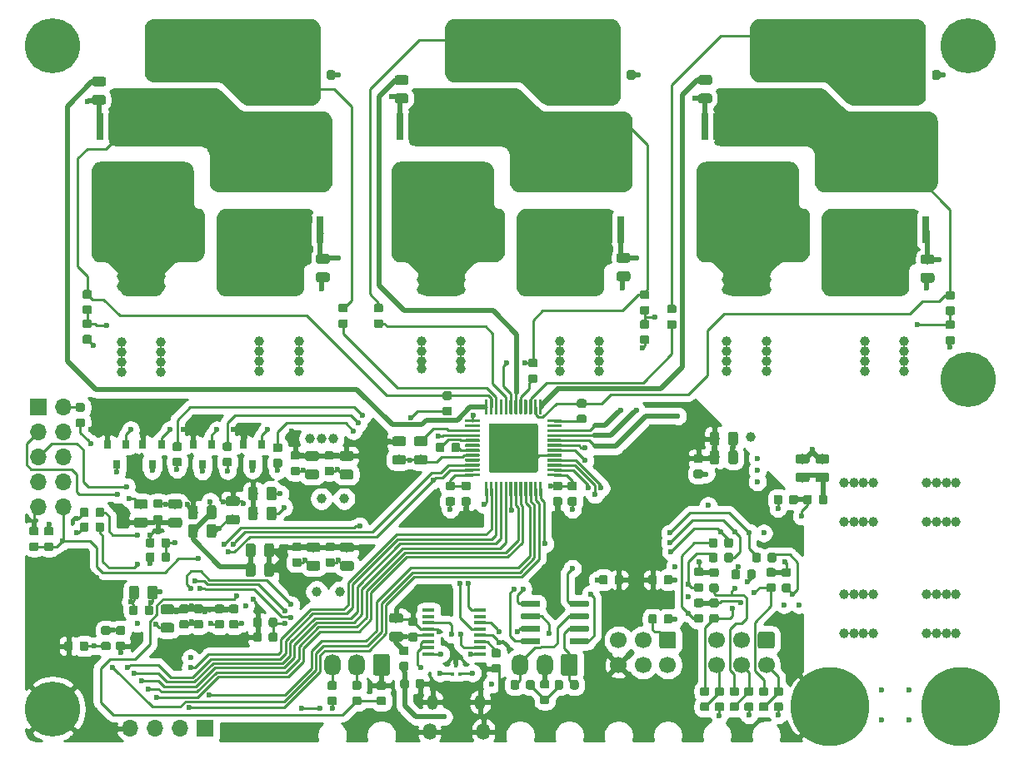
<source format=gbr>
G04 #@! TF.GenerationSoftware,KiCad,Pcbnew,(5.1.4)-1*
G04 #@! TF.CreationDate,2020-11-02T02:16:24+01:00*
G04 #@! TF.ProjectId,FER_ESC_v2r1,4645525f-4553-4435-9f76-3272312e6b69,rev?*
G04 #@! TF.SameCoordinates,Original*
G04 #@! TF.FileFunction,Copper,L4,Bot*
G04 #@! TF.FilePolarity,Positive*
%FSLAX46Y46*%
G04 Gerber Fmt 4.6, Leading zero omitted, Abs format (unit mm)*
G04 Created by KiCad (PCBNEW (5.1.4)-1) date 2020-11-02 02:16:24*
%MOMM*%
%LPD*%
G04 APERTURE LIST*
%ADD10C,0.100000*%
%ADD11C,0.875000*%
%ADD12O,1.700000X1.700000*%
%ADD13R,1.700000X1.700000*%
%ADD14O,1.700000X2.200000*%
%ADD15C,1.700000*%
%ADD16C,0.600000*%
%ADD17C,0.975000*%
%ADD18C,5.600000*%
%ADD19C,1.350000*%
%ADD20R,8.000000X0.800000*%
%ADD21C,1.000000*%
%ADD22R,0.800000X2.800000*%
%ADD23R,9.700000X3.700000*%
%ADD24R,8.700000X2.900000*%
%ADD25R,10.100000X1.400000*%
%ADD26C,0.900000*%
%ADD27C,8.000000*%
%ADD28R,0.300000X0.300000*%
%ADD29R,1.200000X0.400000*%
%ADD30C,0.300000*%
%ADD31C,0.500000*%
%ADD32C,5.000000*%
%ADD33O,1.350000X1.700000*%
%ADD34O,1.100000X1.500000*%
%ADD35R,0.800000X0.900000*%
%ADD36C,0.800000*%
%ADD37C,0.250000*%
%ADD38C,0.500000*%
%ADD39C,0.254000*%
G04 APERTURE END LIST*
D10*
G36*
X107927691Y-125126053D02*
G01*
X107948926Y-125129203D01*
X107969750Y-125134419D01*
X107989962Y-125141651D01*
X108009368Y-125150830D01*
X108027781Y-125161866D01*
X108045024Y-125174654D01*
X108060930Y-125189070D01*
X108075346Y-125204976D01*
X108088134Y-125222219D01*
X108099170Y-125240632D01*
X108108349Y-125260038D01*
X108115581Y-125280250D01*
X108120797Y-125301074D01*
X108123947Y-125322309D01*
X108125000Y-125343750D01*
X108125000Y-125856250D01*
X108123947Y-125877691D01*
X108120797Y-125898926D01*
X108115581Y-125919750D01*
X108108349Y-125939962D01*
X108099170Y-125959368D01*
X108088134Y-125977781D01*
X108075346Y-125995024D01*
X108060930Y-126010930D01*
X108045024Y-126025346D01*
X108027781Y-126038134D01*
X108009368Y-126049170D01*
X107989962Y-126058349D01*
X107969750Y-126065581D01*
X107948926Y-126070797D01*
X107927691Y-126073947D01*
X107906250Y-126075000D01*
X107468750Y-126075000D01*
X107447309Y-126073947D01*
X107426074Y-126070797D01*
X107405250Y-126065581D01*
X107385038Y-126058349D01*
X107365632Y-126049170D01*
X107347219Y-126038134D01*
X107329976Y-126025346D01*
X107314070Y-126010930D01*
X107299654Y-125995024D01*
X107286866Y-125977781D01*
X107275830Y-125959368D01*
X107266651Y-125939962D01*
X107259419Y-125919750D01*
X107254203Y-125898926D01*
X107251053Y-125877691D01*
X107250000Y-125856250D01*
X107250000Y-125343750D01*
X107251053Y-125322309D01*
X107254203Y-125301074D01*
X107259419Y-125280250D01*
X107266651Y-125260038D01*
X107275830Y-125240632D01*
X107286866Y-125222219D01*
X107299654Y-125204976D01*
X107314070Y-125189070D01*
X107329976Y-125174654D01*
X107347219Y-125161866D01*
X107365632Y-125150830D01*
X107385038Y-125141651D01*
X107405250Y-125134419D01*
X107426074Y-125129203D01*
X107447309Y-125126053D01*
X107468750Y-125125000D01*
X107906250Y-125125000D01*
X107927691Y-125126053D01*
X107927691Y-125126053D01*
G37*
D11*
X107687500Y-125600000D03*
D10*
G36*
X106352691Y-125126053D02*
G01*
X106373926Y-125129203D01*
X106394750Y-125134419D01*
X106414962Y-125141651D01*
X106434368Y-125150830D01*
X106452781Y-125161866D01*
X106470024Y-125174654D01*
X106485930Y-125189070D01*
X106500346Y-125204976D01*
X106513134Y-125222219D01*
X106524170Y-125240632D01*
X106533349Y-125260038D01*
X106540581Y-125280250D01*
X106545797Y-125301074D01*
X106548947Y-125322309D01*
X106550000Y-125343750D01*
X106550000Y-125856250D01*
X106548947Y-125877691D01*
X106545797Y-125898926D01*
X106540581Y-125919750D01*
X106533349Y-125939962D01*
X106524170Y-125959368D01*
X106513134Y-125977781D01*
X106500346Y-125995024D01*
X106485930Y-126010930D01*
X106470024Y-126025346D01*
X106452781Y-126038134D01*
X106434368Y-126049170D01*
X106414962Y-126058349D01*
X106394750Y-126065581D01*
X106373926Y-126070797D01*
X106352691Y-126073947D01*
X106331250Y-126075000D01*
X105893750Y-126075000D01*
X105872309Y-126073947D01*
X105851074Y-126070797D01*
X105830250Y-126065581D01*
X105810038Y-126058349D01*
X105790632Y-126049170D01*
X105772219Y-126038134D01*
X105754976Y-126025346D01*
X105739070Y-126010930D01*
X105724654Y-125995024D01*
X105711866Y-125977781D01*
X105700830Y-125959368D01*
X105691651Y-125939962D01*
X105684419Y-125919750D01*
X105679203Y-125898926D01*
X105676053Y-125877691D01*
X105675000Y-125856250D01*
X105675000Y-125343750D01*
X105676053Y-125322309D01*
X105679203Y-125301074D01*
X105684419Y-125280250D01*
X105691651Y-125260038D01*
X105700830Y-125240632D01*
X105711866Y-125222219D01*
X105724654Y-125204976D01*
X105739070Y-125189070D01*
X105754976Y-125174654D01*
X105772219Y-125161866D01*
X105790632Y-125150830D01*
X105810038Y-125141651D01*
X105830250Y-125134419D01*
X105851074Y-125129203D01*
X105872309Y-125126053D01*
X105893750Y-125125000D01*
X106331250Y-125125000D01*
X106352691Y-125126053D01*
X106352691Y-125126053D01*
G37*
D11*
X106112500Y-125600000D03*
D10*
G36*
X110177691Y-125151053D02*
G01*
X110198926Y-125154203D01*
X110219750Y-125159419D01*
X110239962Y-125166651D01*
X110259368Y-125175830D01*
X110277781Y-125186866D01*
X110295024Y-125199654D01*
X110310930Y-125214070D01*
X110325346Y-125229976D01*
X110338134Y-125247219D01*
X110349170Y-125265632D01*
X110358349Y-125285038D01*
X110365581Y-125305250D01*
X110370797Y-125326074D01*
X110373947Y-125347309D01*
X110375000Y-125368750D01*
X110375000Y-125806250D01*
X110373947Y-125827691D01*
X110370797Y-125848926D01*
X110365581Y-125869750D01*
X110358349Y-125889962D01*
X110349170Y-125909368D01*
X110338134Y-125927781D01*
X110325346Y-125945024D01*
X110310930Y-125960930D01*
X110295024Y-125975346D01*
X110277781Y-125988134D01*
X110259368Y-125999170D01*
X110239962Y-126008349D01*
X110219750Y-126015581D01*
X110198926Y-126020797D01*
X110177691Y-126023947D01*
X110156250Y-126025000D01*
X109643750Y-126025000D01*
X109622309Y-126023947D01*
X109601074Y-126020797D01*
X109580250Y-126015581D01*
X109560038Y-126008349D01*
X109540632Y-125999170D01*
X109522219Y-125988134D01*
X109504976Y-125975346D01*
X109489070Y-125960930D01*
X109474654Y-125945024D01*
X109461866Y-125927781D01*
X109450830Y-125909368D01*
X109441651Y-125889962D01*
X109434419Y-125869750D01*
X109429203Y-125848926D01*
X109426053Y-125827691D01*
X109425000Y-125806250D01*
X109425000Y-125368750D01*
X109426053Y-125347309D01*
X109429203Y-125326074D01*
X109434419Y-125305250D01*
X109441651Y-125285038D01*
X109450830Y-125265632D01*
X109461866Y-125247219D01*
X109474654Y-125229976D01*
X109489070Y-125214070D01*
X109504976Y-125199654D01*
X109522219Y-125186866D01*
X109540632Y-125175830D01*
X109560038Y-125166651D01*
X109580250Y-125159419D01*
X109601074Y-125154203D01*
X109622309Y-125151053D01*
X109643750Y-125150000D01*
X110156250Y-125150000D01*
X110177691Y-125151053D01*
X110177691Y-125151053D01*
G37*
D11*
X109900000Y-125587500D03*
D10*
G36*
X110177691Y-123576053D02*
G01*
X110198926Y-123579203D01*
X110219750Y-123584419D01*
X110239962Y-123591651D01*
X110259368Y-123600830D01*
X110277781Y-123611866D01*
X110295024Y-123624654D01*
X110310930Y-123639070D01*
X110325346Y-123654976D01*
X110338134Y-123672219D01*
X110349170Y-123690632D01*
X110358349Y-123710038D01*
X110365581Y-123730250D01*
X110370797Y-123751074D01*
X110373947Y-123772309D01*
X110375000Y-123793750D01*
X110375000Y-124231250D01*
X110373947Y-124252691D01*
X110370797Y-124273926D01*
X110365581Y-124294750D01*
X110358349Y-124314962D01*
X110349170Y-124334368D01*
X110338134Y-124352781D01*
X110325346Y-124370024D01*
X110310930Y-124385930D01*
X110295024Y-124400346D01*
X110277781Y-124413134D01*
X110259368Y-124424170D01*
X110239962Y-124433349D01*
X110219750Y-124440581D01*
X110198926Y-124445797D01*
X110177691Y-124448947D01*
X110156250Y-124450000D01*
X109643750Y-124450000D01*
X109622309Y-124448947D01*
X109601074Y-124445797D01*
X109580250Y-124440581D01*
X109560038Y-124433349D01*
X109540632Y-124424170D01*
X109522219Y-124413134D01*
X109504976Y-124400346D01*
X109489070Y-124385930D01*
X109474654Y-124370024D01*
X109461866Y-124352781D01*
X109450830Y-124334368D01*
X109441651Y-124314962D01*
X109434419Y-124294750D01*
X109429203Y-124273926D01*
X109426053Y-124252691D01*
X109425000Y-124231250D01*
X109425000Y-123793750D01*
X109426053Y-123772309D01*
X109429203Y-123751074D01*
X109434419Y-123730250D01*
X109441651Y-123710038D01*
X109450830Y-123690632D01*
X109461866Y-123672219D01*
X109474654Y-123654976D01*
X109489070Y-123639070D01*
X109504976Y-123624654D01*
X109522219Y-123611866D01*
X109540632Y-123600830D01*
X109560038Y-123591651D01*
X109580250Y-123584419D01*
X109601074Y-123579203D01*
X109622309Y-123576053D01*
X109643750Y-123575000D01*
X110156250Y-123575000D01*
X110177691Y-123576053D01*
X110177691Y-123576053D01*
G37*
D11*
X109900000Y-124012500D03*
D10*
G36*
X107577691Y-100876053D02*
G01*
X107598926Y-100879203D01*
X107619750Y-100884419D01*
X107639962Y-100891651D01*
X107659368Y-100900830D01*
X107677781Y-100911866D01*
X107695024Y-100924654D01*
X107710930Y-100939070D01*
X107725346Y-100954976D01*
X107738134Y-100972219D01*
X107749170Y-100990632D01*
X107758349Y-101010038D01*
X107765581Y-101030250D01*
X107770797Y-101051074D01*
X107773947Y-101072309D01*
X107775000Y-101093750D01*
X107775000Y-101531250D01*
X107773947Y-101552691D01*
X107770797Y-101573926D01*
X107765581Y-101594750D01*
X107758349Y-101614962D01*
X107749170Y-101634368D01*
X107738134Y-101652781D01*
X107725346Y-101670024D01*
X107710930Y-101685930D01*
X107695024Y-101700346D01*
X107677781Y-101713134D01*
X107659368Y-101724170D01*
X107639962Y-101733349D01*
X107619750Y-101740581D01*
X107598926Y-101745797D01*
X107577691Y-101748947D01*
X107556250Y-101750000D01*
X107043750Y-101750000D01*
X107022309Y-101748947D01*
X107001074Y-101745797D01*
X106980250Y-101740581D01*
X106960038Y-101733349D01*
X106940632Y-101724170D01*
X106922219Y-101713134D01*
X106904976Y-101700346D01*
X106889070Y-101685930D01*
X106874654Y-101670024D01*
X106861866Y-101652781D01*
X106850830Y-101634368D01*
X106841651Y-101614962D01*
X106834419Y-101594750D01*
X106829203Y-101573926D01*
X106826053Y-101552691D01*
X106825000Y-101531250D01*
X106825000Y-101093750D01*
X106826053Y-101072309D01*
X106829203Y-101051074D01*
X106834419Y-101030250D01*
X106841651Y-101010038D01*
X106850830Y-100990632D01*
X106861866Y-100972219D01*
X106874654Y-100954976D01*
X106889070Y-100939070D01*
X106904976Y-100924654D01*
X106922219Y-100911866D01*
X106940632Y-100900830D01*
X106960038Y-100891651D01*
X106980250Y-100884419D01*
X107001074Y-100879203D01*
X107022309Y-100876053D01*
X107043750Y-100875000D01*
X107556250Y-100875000D01*
X107577691Y-100876053D01*
X107577691Y-100876053D01*
G37*
D11*
X107300000Y-101312500D03*
D10*
G36*
X107577691Y-102451053D02*
G01*
X107598926Y-102454203D01*
X107619750Y-102459419D01*
X107639962Y-102466651D01*
X107659368Y-102475830D01*
X107677781Y-102486866D01*
X107695024Y-102499654D01*
X107710930Y-102514070D01*
X107725346Y-102529976D01*
X107738134Y-102547219D01*
X107749170Y-102565632D01*
X107758349Y-102585038D01*
X107765581Y-102605250D01*
X107770797Y-102626074D01*
X107773947Y-102647309D01*
X107775000Y-102668750D01*
X107775000Y-103106250D01*
X107773947Y-103127691D01*
X107770797Y-103148926D01*
X107765581Y-103169750D01*
X107758349Y-103189962D01*
X107749170Y-103209368D01*
X107738134Y-103227781D01*
X107725346Y-103245024D01*
X107710930Y-103260930D01*
X107695024Y-103275346D01*
X107677781Y-103288134D01*
X107659368Y-103299170D01*
X107639962Y-103308349D01*
X107619750Y-103315581D01*
X107598926Y-103320797D01*
X107577691Y-103323947D01*
X107556250Y-103325000D01*
X107043750Y-103325000D01*
X107022309Y-103323947D01*
X107001074Y-103320797D01*
X106980250Y-103315581D01*
X106960038Y-103308349D01*
X106940632Y-103299170D01*
X106922219Y-103288134D01*
X106904976Y-103275346D01*
X106889070Y-103260930D01*
X106874654Y-103245024D01*
X106861866Y-103227781D01*
X106850830Y-103209368D01*
X106841651Y-103189962D01*
X106834419Y-103169750D01*
X106829203Y-103148926D01*
X106826053Y-103127691D01*
X106825000Y-103106250D01*
X106825000Y-102668750D01*
X106826053Y-102647309D01*
X106829203Y-102626074D01*
X106834419Y-102605250D01*
X106841651Y-102585038D01*
X106850830Y-102565632D01*
X106861866Y-102547219D01*
X106874654Y-102529976D01*
X106889070Y-102514070D01*
X106904976Y-102499654D01*
X106922219Y-102486866D01*
X106940632Y-102475830D01*
X106960038Y-102466651D01*
X106980250Y-102459419D01*
X107001074Y-102454203D01*
X107022309Y-102451053D01*
X107043750Y-102450000D01*
X107556250Y-102450000D01*
X107577691Y-102451053D01*
X107577691Y-102451053D01*
G37*
D11*
X107300000Y-102887500D03*
D10*
G36*
X114652691Y-116076053D02*
G01*
X114673926Y-116079203D01*
X114694750Y-116084419D01*
X114714962Y-116091651D01*
X114734368Y-116100830D01*
X114752781Y-116111866D01*
X114770024Y-116124654D01*
X114785930Y-116139070D01*
X114800346Y-116154976D01*
X114813134Y-116172219D01*
X114824170Y-116190632D01*
X114833349Y-116210038D01*
X114840581Y-116230250D01*
X114845797Y-116251074D01*
X114848947Y-116272309D01*
X114850000Y-116293750D01*
X114850000Y-116806250D01*
X114848947Y-116827691D01*
X114845797Y-116848926D01*
X114840581Y-116869750D01*
X114833349Y-116889962D01*
X114824170Y-116909368D01*
X114813134Y-116927781D01*
X114800346Y-116945024D01*
X114785930Y-116960930D01*
X114770024Y-116975346D01*
X114752781Y-116988134D01*
X114734368Y-116999170D01*
X114714962Y-117008349D01*
X114694750Y-117015581D01*
X114673926Y-117020797D01*
X114652691Y-117023947D01*
X114631250Y-117025000D01*
X114193750Y-117025000D01*
X114172309Y-117023947D01*
X114151074Y-117020797D01*
X114130250Y-117015581D01*
X114110038Y-117008349D01*
X114090632Y-116999170D01*
X114072219Y-116988134D01*
X114054976Y-116975346D01*
X114039070Y-116960930D01*
X114024654Y-116945024D01*
X114011866Y-116927781D01*
X114000830Y-116909368D01*
X113991651Y-116889962D01*
X113984419Y-116869750D01*
X113979203Y-116848926D01*
X113976053Y-116827691D01*
X113975000Y-116806250D01*
X113975000Y-116293750D01*
X113976053Y-116272309D01*
X113979203Y-116251074D01*
X113984419Y-116230250D01*
X113991651Y-116210038D01*
X114000830Y-116190632D01*
X114011866Y-116172219D01*
X114024654Y-116154976D01*
X114039070Y-116139070D01*
X114054976Y-116124654D01*
X114072219Y-116111866D01*
X114090632Y-116100830D01*
X114110038Y-116091651D01*
X114130250Y-116084419D01*
X114151074Y-116079203D01*
X114172309Y-116076053D01*
X114193750Y-116075000D01*
X114631250Y-116075000D01*
X114652691Y-116076053D01*
X114652691Y-116076053D01*
G37*
D11*
X114412500Y-116550000D03*
D10*
G36*
X116227691Y-116076053D02*
G01*
X116248926Y-116079203D01*
X116269750Y-116084419D01*
X116289962Y-116091651D01*
X116309368Y-116100830D01*
X116327781Y-116111866D01*
X116345024Y-116124654D01*
X116360930Y-116139070D01*
X116375346Y-116154976D01*
X116388134Y-116172219D01*
X116399170Y-116190632D01*
X116408349Y-116210038D01*
X116415581Y-116230250D01*
X116420797Y-116251074D01*
X116423947Y-116272309D01*
X116425000Y-116293750D01*
X116425000Y-116806250D01*
X116423947Y-116827691D01*
X116420797Y-116848926D01*
X116415581Y-116869750D01*
X116408349Y-116889962D01*
X116399170Y-116909368D01*
X116388134Y-116927781D01*
X116375346Y-116945024D01*
X116360930Y-116960930D01*
X116345024Y-116975346D01*
X116327781Y-116988134D01*
X116309368Y-116999170D01*
X116289962Y-117008349D01*
X116269750Y-117015581D01*
X116248926Y-117020797D01*
X116227691Y-117023947D01*
X116206250Y-117025000D01*
X115768750Y-117025000D01*
X115747309Y-117023947D01*
X115726074Y-117020797D01*
X115705250Y-117015581D01*
X115685038Y-117008349D01*
X115665632Y-116999170D01*
X115647219Y-116988134D01*
X115629976Y-116975346D01*
X115614070Y-116960930D01*
X115599654Y-116945024D01*
X115586866Y-116927781D01*
X115575830Y-116909368D01*
X115566651Y-116889962D01*
X115559419Y-116869750D01*
X115554203Y-116848926D01*
X115551053Y-116827691D01*
X115550000Y-116806250D01*
X115550000Y-116293750D01*
X115551053Y-116272309D01*
X115554203Y-116251074D01*
X115559419Y-116230250D01*
X115566651Y-116210038D01*
X115575830Y-116190632D01*
X115586866Y-116172219D01*
X115599654Y-116154976D01*
X115614070Y-116139070D01*
X115629976Y-116124654D01*
X115647219Y-116111866D01*
X115665632Y-116100830D01*
X115685038Y-116091651D01*
X115705250Y-116084419D01*
X115726074Y-116079203D01*
X115747309Y-116076053D01*
X115768750Y-116075000D01*
X116206250Y-116075000D01*
X116227691Y-116076053D01*
X116227691Y-116076053D01*
G37*
D11*
X115987500Y-116550000D03*
D10*
G36*
X107952691Y-111526053D02*
G01*
X107973926Y-111529203D01*
X107994750Y-111534419D01*
X108014962Y-111541651D01*
X108034368Y-111550830D01*
X108052781Y-111561866D01*
X108070024Y-111574654D01*
X108085930Y-111589070D01*
X108100346Y-111604976D01*
X108113134Y-111622219D01*
X108124170Y-111640632D01*
X108133349Y-111660038D01*
X108140581Y-111680250D01*
X108145797Y-111701074D01*
X108148947Y-111722309D01*
X108150000Y-111743750D01*
X108150000Y-112256250D01*
X108148947Y-112277691D01*
X108145797Y-112298926D01*
X108140581Y-112319750D01*
X108133349Y-112339962D01*
X108124170Y-112359368D01*
X108113134Y-112377781D01*
X108100346Y-112395024D01*
X108085930Y-112410930D01*
X108070024Y-112425346D01*
X108052781Y-112438134D01*
X108034368Y-112449170D01*
X108014962Y-112458349D01*
X107994750Y-112465581D01*
X107973926Y-112470797D01*
X107952691Y-112473947D01*
X107931250Y-112475000D01*
X107493750Y-112475000D01*
X107472309Y-112473947D01*
X107451074Y-112470797D01*
X107430250Y-112465581D01*
X107410038Y-112458349D01*
X107390632Y-112449170D01*
X107372219Y-112438134D01*
X107354976Y-112425346D01*
X107339070Y-112410930D01*
X107324654Y-112395024D01*
X107311866Y-112377781D01*
X107300830Y-112359368D01*
X107291651Y-112339962D01*
X107284419Y-112319750D01*
X107279203Y-112298926D01*
X107276053Y-112277691D01*
X107275000Y-112256250D01*
X107275000Y-111743750D01*
X107276053Y-111722309D01*
X107279203Y-111701074D01*
X107284419Y-111680250D01*
X107291651Y-111660038D01*
X107300830Y-111640632D01*
X107311866Y-111622219D01*
X107324654Y-111604976D01*
X107339070Y-111589070D01*
X107354976Y-111574654D01*
X107372219Y-111561866D01*
X107390632Y-111550830D01*
X107410038Y-111541651D01*
X107430250Y-111534419D01*
X107451074Y-111529203D01*
X107472309Y-111526053D01*
X107493750Y-111525000D01*
X107931250Y-111525000D01*
X107952691Y-111526053D01*
X107952691Y-111526053D01*
G37*
D11*
X107712500Y-112000000D03*
D10*
G36*
X109527691Y-111526053D02*
G01*
X109548926Y-111529203D01*
X109569750Y-111534419D01*
X109589962Y-111541651D01*
X109609368Y-111550830D01*
X109627781Y-111561866D01*
X109645024Y-111574654D01*
X109660930Y-111589070D01*
X109675346Y-111604976D01*
X109688134Y-111622219D01*
X109699170Y-111640632D01*
X109708349Y-111660038D01*
X109715581Y-111680250D01*
X109720797Y-111701074D01*
X109723947Y-111722309D01*
X109725000Y-111743750D01*
X109725000Y-112256250D01*
X109723947Y-112277691D01*
X109720797Y-112298926D01*
X109715581Y-112319750D01*
X109708349Y-112339962D01*
X109699170Y-112359368D01*
X109688134Y-112377781D01*
X109675346Y-112395024D01*
X109660930Y-112410930D01*
X109645024Y-112425346D01*
X109627781Y-112438134D01*
X109609368Y-112449170D01*
X109589962Y-112458349D01*
X109569750Y-112465581D01*
X109548926Y-112470797D01*
X109527691Y-112473947D01*
X109506250Y-112475000D01*
X109068750Y-112475000D01*
X109047309Y-112473947D01*
X109026074Y-112470797D01*
X109005250Y-112465581D01*
X108985038Y-112458349D01*
X108965632Y-112449170D01*
X108947219Y-112438134D01*
X108929976Y-112425346D01*
X108914070Y-112410930D01*
X108899654Y-112395024D01*
X108886866Y-112377781D01*
X108875830Y-112359368D01*
X108866651Y-112339962D01*
X108859419Y-112319750D01*
X108854203Y-112298926D01*
X108851053Y-112277691D01*
X108850000Y-112256250D01*
X108850000Y-111743750D01*
X108851053Y-111722309D01*
X108854203Y-111701074D01*
X108859419Y-111680250D01*
X108866651Y-111660038D01*
X108875830Y-111640632D01*
X108886866Y-111622219D01*
X108899654Y-111604976D01*
X108914070Y-111589070D01*
X108929976Y-111574654D01*
X108947219Y-111561866D01*
X108965632Y-111550830D01*
X108985038Y-111541651D01*
X109005250Y-111534419D01*
X109026074Y-111529203D01*
X109047309Y-111526053D01*
X109068750Y-111525000D01*
X109506250Y-111525000D01*
X109527691Y-111526053D01*
X109527691Y-111526053D01*
G37*
D11*
X109287500Y-112000000D03*
D10*
G36*
X109527691Y-113026053D02*
G01*
X109548926Y-113029203D01*
X109569750Y-113034419D01*
X109589962Y-113041651D01*
X109609368Y-113050830D01*
X109627781Y-113061866D01*
X109645024Y-113074654D01*
X109660930Y-113089070D01*
X109675346Y-113104976D01*
X109688134Y-113122219D01*
X109699170Y-113140632D01*
X109708349Y-113160038D01*
X109715581Y-113180250D01*
X109720797Y-113201074D01*
X109723947Y-113222309D01*
X109725000Y-113243750D01*
X109725000Y-113756250D01*
X109723947Y-113777691D01*
X109720797Y-113798926D01*
X109715581Y-113819750D01*
X109708349Y-113839962D01*
X109699170Y-113859368D01*
X109688134Y-113877781D01*
X109675346Y-113895024D01*
X109660930Y-113910930D01*
X109645024Y-113925346D01*
X109627781Y-113938134D01*
X109609368Y-113949170D01*
X109589962Y-113958349D01*
X109569750Y-113965581D01*
X109548926Y-113970797D01*
X109527691Y-113973947D01*
X109506250Y-113975000D01*
X109068750Y-113975000D01*
X109047309Y-113973947D01*
X109026074Y-113970797D01*
X109005250Y-113965581D01*
X108985038Y-113958349D01*
X108965632Y-113949170D01*
X108947219Y-113938134D01*
X108929976Y-113925346D01*
X108914070Y-113910930D01*
X108899654Y-113895024D01*
X108886866Y-113877781D01*
X108875830Y-113859368D01*
X108866651Y-113839962D01*
X108859419Y-113819750D01*
X108854203Y-113798926D01*
X108851053Y-113777691D01*
X108850000Y-113756250D01*
X108850000Y-113243750D01*
X108851053Y-113222309D01*
X108854203Y-113201074D01*
X108859419Y-113180250D01*
X108866651Y-113160038D01*
X108875830Y-113140632D01*
X108886866Y-113122219D01*
X108899654Y-113104976D01*
X108914070Y-113089070D01*
X108929976Y-113074654D01*
X108947219Y-113061866D01*
X108965632Y-113050830D01*
X108985038Y-113041651D01*
X109005250Y-113034419D01*
X109026074Y-113029203D01*
X109047309Y-113026053D01*
X109068750Y-113025000D01*
X109506250Y-113025000D01*
X109527691Y-113026053D01*
X109527691Y-113026053D01*
G37*
D11*
X109287500Y-113500000D03*
D10*
G36*
X107952691Y-113026053D02*
G01*
X107973926Y-113029203D01*
X107994750Y-113034419D01*
X108014962Y-113041651D01*
X108034368Y-113050830D01*
X108052781Y-113061866D01*
X108070024Y-113074654D01*
X108085930Y-113089070D01*
X108100346Y-113104976D01*
X108113134Y-113122219D01*
X108124170Y-113140632D01*
X108133349Y-113160038D01*
X108140581Y-113180250D01*
X108145797Y-113201074D01*
X108148947Y-113222309D01*
X108150000Y-113243750D01*
X108150000Y-113756250D01*
X108148947Y-113777691D01*
X108145797Y-113798926D01*
X108140581Y-113819750D01*
X108133349Y-113839962D01*
X108124170Y-113859368D01*
X108113134Y-113877781D01*
X108100346Y-113895024D01*
X108085930Y-113910930D01*
X108070024Y-113925346D01*
X108052781Y-113938134D01*
X108034368Y-113949170D01*
X108014962Y-113958349D01*
X107994750Y-113965581D01*
X107973926Y-113970797D01*
X107952691Y-113973947D01*
X107931250Y-113975000D01*
X107493750Y-113975000D01*
X107472309Y-113973947D01*
X107451074Y-113970797D01*
X107430250Y-113965581D01*
X107410038Y-113958349D01*
X107390632Y-113949170D01*
X107372219Y-113938134D01*
X107354976Y-113925346D01*
X107339070Y-113910930D01*
X107324654Y-113895024D01*
X107311866Y-113877781D01*
X107300830Y-113859368D01*
X107291651Y-113839962D01*
X107284419Y-113819750D01*
X107279203Y-113798926D01*
X107276053Y-113777691D01*
X107275000Y-113756250D01*
X107275000Y-113243750D01*
X107276053Y-113222309D01*
X107279203Y-113201074D01*
X107284419Y-113180250D01*
X107291651Y-113160038D01*
X107300830Y-113140632D01*
X107311866Y-113122219D01*
X107324654Y-113104976D01*
X107339070Y-113089070D01*
X107354976Y-113074654D01*
X107372219Y-113061866D01*
X107390632Y-113050830D01*
X107410038Y-113041651D01*
X107430250Y-113034419D01*
X107451074Y-113029203D01*
X107472309Y-113026053D01*
X107493750Y-113025000D01*
X107931250Y-113025000D01*
X107952691Y-113026053D01*
X107952691Y-113026053D01*
G37*
D11*
X107712500Y-113500000D03*
D12*
X112380000Y-134000000D03*
X114920000Y-134000000D03*
X117460000Y-134000000D03*
D13*
X120000000Y-134000000D03*
D10*
G36*
X122527691Y-106451053D02*
G01*
X122548926Y-106454203D01*
X122569750Y-106459419D01*
X122589962Y-106466651D01*
X122609368Y-106475830D01*
X122627781Y-106486866D01*
X122645024Y-106499654D01*
X122660930Y-106514070D01*
X122675346Y-106529976D01*
X122688134Y-106547219D01*
X122699170Y-106565632D01*
X122708349Y-106585038D01*
X122715581Y-106605250D01*
X122720797Y-106626074D01*
X122723947Y-106647309D01*
X122725000Y-106668750D01*
X122725000Y-107106250D01*
X122723947Y-107127691D01*
X122720797Y-107148926D01*
X122715581Y-107169750D01*
X122708349Y-107189962D01*
X122699170Y-107209368D01*
X122688134Y-107227781D01*
X122675346Y-107245024D01*
X122660930Y-107260930D01*
X122645024Y-107275346D01*
X122627781Y-107288134D01*
X122609368Y-107299170D01*
X122589962Y-107308349D01*
X122569750Y-107315581D01*
X122548926Y-107320797D01*
X122527691Y-107323947D01*
X122506250Y-107325000D01*
X121993750Y-107325000D01*
X121972309Y-107323947D01*
X121951074Y-107320797D01*
X121930250Y-107315581D01*
X121910038Y-107308349D01*
X121890632Y-107299170D01*
X121872219Y-107288134D01*
X121854976Y-107275346D01*
X121839070Y-107260930D01*
X121824654Y-107245024D01*
X121811866Y-107227781D01*
X121800830Y-107209368D01*
X121791651Y-107189962D01*
X121784419Y-107169750D01*
X121779203Y-107148926D01*
X121776053Y-107127691D01*
X121775000Y-107106250D01*
X121775000Y-106668750D01*
X121776053Y-106647309D01*
X121779203Y-106626074D01*
X121784419Y-106605250D01*
X121791651Y-106585038D01*
X121800830Y-106565632D01*
X121811866Y-106547219D01*
X121824654Y-106529976D01*
X121839070Y-106514070D01*
X121854976Y-106499654D01*
X121872219Y-106486866D01*
X121890632Y-106475830D01*
X121910038Y-106466651D01*
X121930250Y-106459419D01*
X121951074Y-106454203D01*
X121972309Y-106451053D01*
X121993750Y-106450000D01*
X122506250Y-106450000D01*
X122527691Y-106451053D01*
X122527691Y-106451053D01*
G37*
D11*
X122250000Y-106887500D03*
D10*
G36*
X122527691Y-104876053D02*
G01*
X122548926Y-104879203D01*
X122569750Y-104884419D01*
X122589962Y-104891651D01*
X122609368Y-104900830D01*
X122627781Y-104911866D01*
X122645024Y-104924654D01*
X122660930Y-104939070D01*
X122675346Y-104954976D01*
X122688134Y-104972219D01*
X122699170Y-104990632D01*
X122708349Y-105010038D01*
X122715581Y-105030250D01*
X122720797Y-105051074D01*
X122723947Y-105072309D01*
X122725000Y-105093750D01*
X122725000Y-105531250D01*
X122723947Y-105552691D01*
X122720797Y-105573926D01*
X122715581Y-105594750D01*
X122708349Y-105614962D01*
X122699170Y-105634368D01*
X122688134Y-105652781D01*
X122675346Y-105670024D01*
X122660930Y-105685930D01*
X122645024Y-105700346D01*
X122627781Y-105713134D01*
X122609368Y-105724170D01*
X122589962Y-105733349D01*
X122569750Y-105740581D01*
X122548926Y-105745797D01*
X122527691Y-105748947D01*
X122506250Y-105750000D01*
X121993750Y-105750000D01*
X121972309Y-105748947D01*
X121951074Y-105745797D01*
X121930250Y-105740581D01*
X121910038Y-105733349D01*
X121890632Y-105724170D01*
X121872219Y-105713134D01*
X121854976Y-105700346D01*
X121839070Y-105685930D01*
X121824654Y-105670024D01*
X121811866Y-105652781D01*
X121800830Y-105634368D01*
X121791651Y-105614962D01*
X121784419Y-105594750D01*
X121779203Y-105573926D01*
X121776053Y-105552691D01*
X121775000Y-105531250D01*
X121775000Y-105093750D01*
X121776053Y-105072309D01*
X121779203Y-105051074D01*
X121784419Y-105030250D01*
X121791651Y-105010038D01*
X121800830Y-104990632D01*
X121811866Y-104972219D01*
X121824654Y-104954976D01*
X121839070Y-104939070D01*
X121854976Y-104924654D01*
X121872219Y-104911866D01*
X121890632Y-104900830D01*
X121910038Y-104891651D01*
X121930250Y-104884419D01*
X121951074Y-104879203D01*
X121972309Y-104876053D01*
X121993750Y-104875000D01*
X122506250Y-104875000D01*
X122527691Y-104876053D01*
X122527691Y-104876053D01*
G37*
D11*
X122250000Y-105312500D03*
D14*
X132900000Y-127500000D03*
X135400000Y-127500000D03*
D10*
G36*
X138524504Y-126401204D02*
G01*
X138548773Y-126404804D01*
X138572571Y-126410765D01*
X138595671Y-126419030D01*
X138617849Y-126429520D01*
X138638893Y-126442133D01*
X138658598Y-126456747D01*
X138676777Y-126473223D01*
X138693253Y-126491402D01*
X138707867Y-126511107D01*
X138720480Y-126532151D01*
X138730970Y-126554329D01*
X138739235Y-126577429D01*
X138745196Y-126601227D01*
X138748796Y-126625496D01*
X138750000Y-126650000D01*
X138750000Y-128350000D01*
X138748796Y-128374504D01*
X138745196Y-128398773D01*
X138739235Y-128422571D01*
X138730970Y-128445671D01*
X138720480Y-128467849D01*
X138707867Y-128488893D01*
X138693253Y-128508598D01*
X138676777Y-128526777D01*
X138658598Y-128543253D01*
X138638893Y-128557867D01*
X138617849Y-128570480D01*
X138595671Y-128580970D01*
X138572571Y-128589235D01*
X138548773Y-128595196D01*
X138524504Y-128598796D01*
X138500000Y-128600000D01*
X137300000Y-128600000D01*
X137275496Y-128598796D01*
X137251227Y-128595196D01*
X137227429Y-128589235D01*
X137204329Y-128580970D01*
X137182151Y-128570480D01*
X137161107Y-128557867D01*
X137141402Y-128543253D01*
X137123223Y-128526777D01*
X137106747Y-128508598D01*
X137092133Y-128488893D01*
X137079520Y-128467849D01*
X137069030Y-128445671D01*
X137060765Y-128422571D01*
X137054804Y-128398773D01*
X137051204Y-128374504D01*
X137050000Y-128350000D01*
X137050000Y-126650000D01*
X137051204Y-126625496D01*
X137054804Y-126601227D01*
X137060765Y-126577429D01*
X137069030Y-126554329D01*
X137079520Y-126532151D01*
X137092133Y-126511107D01*
X137106747Y-126491402D01*
X137123223Y-126473223D01*
X137141402Y-126456747D01*
X137161107Y-126442133D01*
X137182151Y-126429520D01*
X137204329Y-126419030D01*
X137227429Y-126410765D01*
X137251227Y-126404804D01*
X137275496Y-126401204D01*
X137300000Y-126400000D01*
X138500000Y-126400000D01*
X138524504Y-126401204D01*
X138524504Y-126401204D01*
G37*
D15*
X137900000Y-127500000D03*
D10*
G36*
X158864703Y-124805722D02*
G01*
X158879264Y-124807882D01*
X158893543Y-124811459D01*
X158907403Y-124816418D01*
X158920710Y-124822712D01*
X158933336Y-124830280D01*
X158945159Y-124839048D01*
X158956066Y-124848934D01*
X158965952Y-124859841D01*
X158974720Y-124871664D01*
X158982288Y-124884290D01*
X158988582Y-124897597D01*
X158993541Y-124911457D01*
X158997118Y-124925736D01*
X158999278Y-124940297D01*
X159000000Y-124955000D01*
X159000000Y-125255000D01*
X158999278Y-125269703D01*
X158997118Y-125284264D01*
X158993541Y-125298543D01*
X158988582Y-125312403D01*
X158982288Y-125325710D01*
X158974720Y-125338336D01*
X158965952Y-125350159D01*
X158956066Y-125361066D01*
X158945159Y-125370952D01*
X158933336Y-125379720D01*
X158920710Y-125387288D01*
X158907403Y-125393582D01*
X158893543Y-125398541D01*
X158879264Y-125402118D01*
X158864703Y-125404278D01*
X158850000Y-125405000D01*
X157200000Y-125405000D01*
X157185297Y-125404278D01*
X157170736Y-125402118D01*
X157156457Y-125398541D01*
X157142597Y-125393582D01*
X157129290Y-125387288D01*
X157116664Y-125379720D01*
X157104841Y-125370952D01*
X157093934Y-125361066D01*
X157084048Y-125350159D01*
X157075280Y-125338336D01*
X157067712Y-125325710D01*
X157061418Y-125312403D01*
X157056459Y-125298543D01*
X157052882Y-125284264D01*
X157050722Y-125269703D01*
X157050000Y-125255000D01*
X157050000Y-124955000D01*
X157050722Y-124940297D01*
X157052882Y-124925736D01*
X157056459Y-124911457D01*
X157061418Y-124897597D01*
X157067712Y-124884290D01*
X157075280Y-124871664D01*
X157084048Y-124859841D01*
X157093934Y-124848934D01*
X157104841Y-124839048D01*
X157116664Y-124830280D01*
X157129290Y-124822712D01*
X157142597Y-124816418D01*
X157156457Y-124811459D01*
X157170736Y-124807882D01*
X157185297Y-124805722D01*
X157200000Y-124805000D01*
X158850000Y-124805000D01*
X158864703Y-124805722D01*
X158864703Y-124805722D01*
G37*
D16*
X158025000Y-125105000D03*
D10*
G36*
X158864703Y-123535722D02*
G01*
X158879264Y-123537882D01*
X158893543Y-123541459D01*
X158907403Y-123546418D01*
X158920710Y-123552712D01*
X158933336Y-123560280D01*
X158945159Y-123569048D01*
X158956066Y-123578934D01*
X158965952Y-123589841D01*
X158974720Y-123601664D01*
X158982288Y-123614290D01*
X158988582Y-123627597D01*
X158993541Y-123641457D01*
X158997118Y-123655736D01*
X158999278Y-123670297D01*
X159000000Y-123685000D01*
X159000000Y-123985000D01*
X158999278Y-123999703D01*
X158997118Y-124014264D01*
X158993541Y-124028543D01*
X158988582Y-124042403D01*
X158982288Y-124055710D01*
X158974720Y-124068336D01*
X158965952Y-124080159D01*
X158956066Y-124091066D01*
X158945159Y-124100952D01*
X158933336Y-124109720D01*
X158920710Y-124117288D01*
X158907403Y-124123582D01*
X158893543Y-124128541D01*
X158879264Y-124132118D01*
X158864703Y-124134278D01*
X158850000Y-124135000D01*
X157200000Y-124135000D01*
X157185297Y-124134278D01*
X157170736Y-124132118D01*
X157156457Y-124128541D01*
X157142597Y-124123582D01*
X157129290Y-124117288D01*
X157116664Y-124109720D01*
X157104841Y-124100952D01*
X157093934Y-124091066D01*
X157084048Y-124080159D01*
X157075280Y-124068336D01*
X157067712Y-124055710D01*
X157061418Y-124042403D01*
X157056459Y-124028543D01*
X157052882Y-124014264D01*
X157050722Y-123999703D01*
X157050000Y-123985000D01*
X157050000Y-123685000D01*
X157050722Y-123670297D01*
X157052882Y-123655736D01*
X157056459Y-123641457D01*
X157061418Y-123627597D01*
X157067712Y-123614290D01*
X157075280Y-123601664D01*
X157084048Y-123589841D01*
X157093934Y-123578934D01*
X157104841Y-123569048D01*
X157116664Y-123560280D01*
X157129290Y-123552712D01*
X157142597Y-123546418D01*
X157156457Y-123541459D01*
X157170736Y-123537882D01*
X157185297Y-123535722D01*
X157200000Y-123535000D01*
X158850000Y-123535000D01*
X158864703Y-123535722D01*
X158864703Y-123535722D01*
G37*
D16*
X158025000Y-123835000D03*
D10*
G36*
X158864703Y-122265722D02*
G01*
X158879264Y-122267882D01*
X158893543Y-122271459D01*
X158907403Y-122276418D01*
X158920710Y-122282712D01*
X158933336Y-122290280D01*
X158945159Y-122299048D01*
X158956066Y-122308934D01*
X158965952Y-122319841D01*
X158974720Y-122331664D01*
X158982288Y-122344290D01*
X158988582Y-122357597D01*
X158993541Y-122371457D01*
X158997118Y-122385736D01*
X158999278Y-122400297D01*
X159000000Y-122415000D01*
X159000000Y-122715000D01*
X158999278Y-122729703D01*
X158997118Y-122744264D01*
X158993541Y-122758543D01*
X158988582Y-122772403D01*
X158982288Y-122785710D01*
X158974720Y-122798336D01*
X158965952Y-122810159D01*
X158956066Y-122821066D01*
X158945159Y-122830952D01*
X158933336Y-122839720D01*
X158920710Y-122847288D01*
X158907403Y-122853582D01*
X158893543Y-122858541D01*
X158879264Y-122862118D01*
X158864703Y-122864278D01*
X158850000Y-122865000D01*
X157200000Y-122865000D01*
X157185297Y-122864278D01*
X157170736Y-122862118D01*
X157156457Y-122858541D01*
X157142597Y-122853582D01*
X157129290Y-122847288D01*
X157116664Y-122839720D01*
X157104841Y-122830952D01*
X157093934Y-122821066D01*
X157084048Y-122810159D01*
X157075280Y-122798336D01*
X157067712Y-122785710D01*
X157061418Y-122772403D01*
X157056459Y-122758543D01*
X157052882Y-122744264D01*
X157050722Y-122729703D01*
X157050000Y-122715000D01*
X157050000Y-122415000D01*
X157050722Y-122400297D01*
X157052882Y-122385736D01*
X157056459Y-122371457D01*
X157061418Y-122357597D01*
X157067712Y-122344290D01*
X157075280Y-122331664D01*
X157084048Y-122319841D01*
X157093934Y-122308934D01*
X157104841Y-122299048D01*
X157116664Y-122290280D01*
X157129290Y-122282712D01*
X157142597Y-122276418D01*
X157156457Y-122271459D01*
X157170736Y-122267882D01*
X157185297Y-122265722D01*
X157200000Y-122265000D01*
X158850000Y-122265000D01*
X158864703Y-122265722D01*
X158864703Y-122265722D01*
G37*
D16*
X158025000Y-122565000D03*
D10*
G36*
X158864703Y-120995722D02*
G01*
X158879264Y-120997882D01*
X158893543Y-121001459D01*
X158907403Y-121006418D01*
X158920710Y-121012712D01*
X158933336Y-121020280D01*
X158945159Y-121029048D01*
X158956066Y-121038934D01*
X158965952Y-121049841D01*
X158974720Y-121061664D01*
X158982288Y-121074290D01*
X158988582Y-121087597D01*
X158993541Y-121101457D01*
X158997118Y-121115736D01*
X158999278Y-121130297D01*
X159000000Y-121145000D01*
X159000000Y-121445000D01*
X158999278Y-121459703D01*
X158997118Y-121474264D01*
X158993541Y-121488543D01*
X158988582Y-121502403D01*
X158982288Y-121515710D01*
X158974720Y-121528336D01*
X158965952Y-121540159D01*
X158956066Y-121551066D01*
X158945159Y-121560952D01*
X158933336Y-121569720D01*
X158920710Y-121577288D01*
X158907403Y-121583582D01*
X158893543Y-121588541D01*
X158879264Y-121592118D01*
X158864703Y-121594278D01*
X158850000Y-121595000D01*
X157200000Y-121595000D01*
X157185297Y-121594278D01*
X157170736Y-121592118D01*
X157156457Y-121588541D01*
X157142597Y-121583582D01*
X157129290Y-121577288D01*
X157116664Y-121569720D01*
X157104841Y-121560952D01*
X157093934Y-121551066D01*
X157084048Y-121540159D01*
X157075280Y-121528336D01*
X157067712Y-121515710D01*
X157061418Y-121502403D01*
X157056459Y-121488543D01*
X157052882Y-121474264D01*
X157050722Y-121459703D01*
X157050000Y-121445000D01*
X157050000Y-121145000D01*
X157050722Y-121130297D01*
X157052882Y-121115736D01*
X157056459Y-121101457D01*
X157061418Y-121087597D01*
X157067712Y-121074290D01*
X157075280Y-121061664D01*
X157084048Y-121049841D01*
X157093934Y-121038934D01*
X157104841Y-121029048D01*
X157116664Y-121020280D01*
X157129290Y-121012712D01*
X157142597Y-121006418D01*
X157156457Y-121001459D01*
X157170736Y-120997882D01*
X157185297Y-120995722D01*
X157200000Y-120995000D01*
X158850000Y-120995000D01*
X158864703Y-120995722D01*
X158864703Y-120995722D01*
G37*
D16*
X158025000Y-121295000D03*
D10*
G36*
X153914703Y-120995722D02*
G01*
X153929264Y-120997882D01*
X153943543Y-121001459D01*
X153957403Y-121006418D01*
X153970710Y-121012712D01*
X153983336Y-121020280D01*
X153995159Y-121029048D01*
X154006066Y-121038934D01*
X154015952Y-121049841D01*
X154024720Y-121061664D01*
X154032288Y-121074290D01*
X154038582Y-121087597D01*
X154043541Y-121101457D01*
X154047118Y-121115736D01*
X154049278Y-121130297D01*
X154050000Y-121145000D01*
X154050000Y-121445000D01*
X154049278Y-121459703D01*
X154047118Y-121474264D01*
X154043541Y-121488543D01*
X154038582Y-121502403D01*
X154032288Y-121515710D01*
X154024720Y-121528336D01*
X154015952Y-121540159D01*
X154006066Y-121551066D01*
X153995159Y-121560952D01*
X153983336Y-121569720D01*
X153970710Y-121577288D01*
X153957403Y-121583582D01*
X153943543Y-121588541D01*
X153929264Y-121592118D01*
X153914703Y-121594278D01*
X153900000Y-121595000D01*
X152250000Y-121595000D01*
X152235297Y-121594278D01*
X152220736Y-121592118D01*
X152206457Y-121588541D01*
X152192597Y-121583582D01*
X152179290Y-121577288D01*
X152166664Y-121569720D01*
X152154841Y-121560952D01*
X152143934Y-121551066D01*
X152134048Y-121540159D01*
X152125280Y-121528336D01*
X152117712Y-121515710D01*
X152111418Y-121502403D01*
X152106459Y-121488543D01*
X152102882Y-121474264D01*
X152100722Y-121459703D01*
X152100000Y-121445000D01*
X152100000Y-121145000D01*
X152100722Y-121130297D01*
X152102882Y-121115736D01*
X152106459Y-121101457D01*
X152111418Y-121087597D01*
X152117712Y-121074290D01*
X152125280Y-121061664D01*
X152134048Y-121049841D01*
X152143934Y-121038934D01*
X152154841Y-121029048D01*
X152166664Y-121020280D01*
X152179290Y-121012712D01*
X152192597Y-121006418D01*
X152206457Y-121001459D01*
X152220736Y-120997882D01*
X152235297Y-120995722D01*
X152250000Y-120995000D01*
X153900000Y-120995000D01*
X153914703Y-120995722D01*
X153914703Y-120995722D01*
G37*
D16*
X153075000Y-121295000D03*
D10*
G36*
X153914703Y-122265722D02*
G01*
X153929264Y-122267882D01*
X153943543Y-122271459D01*
X153957403Y-122276418D01*
X153970710Y-122282712D01*
X153983336Y-122290280D01*
X153995159Y-122299048D01*
X154006066Y-122308934D01*
X154015952Y-122319841D01*
X154024720Y-122331664D01*
X154032288Y-122344290D01*
X154038582Y-122357597D01*
X154043541Y-122371457D01*
X154047118Y-122385736D01*
X154049278Y-122400297D01*
X154050000Y-122415000D01*
X154050000Y-122715000D01*
X154049278Y-122729703D01*
X154047118Y-122744264D01*
X154043541Y-122758543D01*
X154038582Y-122772403D01*
X154032288Y-122785710D01*
X154024720Y-122798336D01*
X154015952Y-122810159D01*
X154006066Y-122821066D01*
X153995159Y-122830952D01*
X153983336Y-122839720D01*
X153970710Y-122847288D01*
X153957403Y-122853582D01*
X153943543Y-122858541D01*
X153929264Y-122862118D01*
X153914703Y-122864278D01*
X153900000Y-122865000D01*
X152250000Y-122865000D01*
X152235297Y-122864278D01*
X152220736Y-122862118D01*
X152206457Y-122858541D01*
X152192597Y-122853582D01*
X152179290Y-122847288D01*
X152166664Y-122839720D01*
X152154841Y-122830952D01*
X152143934Y-122821066D01*
X152134048Y-122810159D01*
X152125280Y-122798336D01*
X152117712Y-122785710D01*
X152111418Y-122772403D01*
X152106459Y-122758543D01*
X152102882Y-122744264D01*
X152100722Y-122729703D01*
X152100000Y-122715000D01*
X152100000Y-122415000D01*
X152100722Y-122400297D01*
X152102882Y-122385736D01*
X152106459Y-122371457D01*
X152111418Y-122357597D01*
X152117712Y-122344290D01*
X152125280Y-122331664D01*
X152134048Y-122319841D01*
X152143934Y-122308934D01*
X152154841Y-122299048D01*
X152166664Y-122290280D01*
X152179290Y-122282712D01*
X152192597Y-122276418D01*
X152206457Y-122271459D01*
X152220736Y-122267882D01*
X152235297Y-122265722D01*
X152250000Y-122265000D01*
X153900000Y-122265000D01*
X153914703Y-122265722D01*
X153914703Y-122265722D01*
G37*
D16*
X153075000Y-122565000D03*
D10*
G36*
X153914703Y-123535722D02*
G01*
X153929264Y-123537882D01*
X153943543Y-123541459D01*
X153957403Y-123546418D01*
X153970710Y-123552712D01*
X153983336Y-123560280D01*
X153995159Y-123569048D01*
X154006066Y-123578934D01*
X154015952Y-123589841D01*
X154024720Y-123601664D01*
X154032288Y-123614290D01*
X154038582Y-123627597D01*
X154043541Y-123641457D01*
X154047118Y-123655736D01*
X154049278Y-123670297D01*
X154050000Y-123685000D01*
X154050000Y-123985000D01*
X154049278Y-123999703D01*
X154047118Y-124014264D01*
X154043541Y-124028543D01*
X154038582Y-124042403D01*
X154032288Y-124055710D01*
X154024720Y-124068336D01*
X154015952Y-124080159D01*
X154006066Y-124091066D01*
X153995159Y-124100952D01*
X153983336Y-124109720D01*
X153970710Y-124117288D01*
X153957403Y-124123582D01*
X153943543Y-124128541D01*
X153929264Y-124132118D01*
X153914703Y-124134278D01*
X153900000Y-124135000D01*
X152250000Y-124135000D01*
X152235297Y-124134278D01*
X152220736Y-124132118D01*
X152206457Y-124128541D01*
X152192597Y-124123582D01*
X152179290Y-124117288D01*
X152166664Y-124109720D01*
X152154841Y-124100952D01*
X152143934Y-124091066D01*
X152134048Y-124080159D01*
X152125280Y-124068336D01*
X152117712Y-124055710D01*
X152111418Y-124042403D01*
X152106459Y-124028543D01*
X152102882Y-124014264D01*
X152100722Y-123999703D01*
X152100000Y-123985000D01*
X152100000Y-123685000D01*
X152100722Y-123670297D01*
X152102882Y-123655736D01*
X152106459Y-123641457D01*
X152111418Y-123627597D01*
X152117712Y-123614290D01*
X152125280Y-123601664D01*
X152134048Y-123589841D01*
X152143934Y-123578934D01*
X152154841Y-123569048D01*
X152166664Y-123560280D01*
X152179290Y-123552712D01*
X152192597Y-123546418D01*
X152206457Y-123541459D01*
X152220736Y-123537882D01*
X152235297Y-123535722D01*
X152250000Y-123535000D01*
X153900000Y-123535000D01*
X153914703Y-123535722D01*
X153914703Y-123535722D01*
G37*
D16*
X153075000Y-123835000D03*
D10*
G36*
X153914703Y-124805722D02*
G01*
X153929264Y-124807882D01*
X153943543Y-124811459D01*
X153957403Y-124816418D01*
X153970710Y-124822712D01*
X153983336Y-124830280D01*
X153995159Y-124839048D01*
X154006066Y-124848934D01*
X154015952Y-124859841D01*
X154024720Y-124871664D01*
X154032288Y-124884290D01*
X154038582Y-124897597D01*
X154043541Y-124911457D01*
X154047118Y-124925736D01*
X154049278Y-124940297D01*
X154050000Y-124955000D01*
X154050000Y-125255000D01*
X154049278Y-125269703D01*
X154047118Y-125284264D01*
X154043541Y-125298543D01*
X154038582Y-125312403D01*
X154032288Y-125325710D01*
X154024720Y-125338336D01*
X154015952Y-125350159D01*
X154006066Y-125361066D01*
X153995159Y-125370952D01*
X153983336Y-125379720D01*
X153970710Y-125387288D01*
X153957403Y-125393582D01*
X153943543Y-125398541D01*
X153929264Y-125402118D01*
X153914703Y-125404278D01*
X153900000Y-125405000D01*
X152250000Y-125405000D01*
X152235297Y-125404278D01*
X152220736Y-125402118D01*
X152206457Y-125398541D01*
X152192597Y-125393582D01*
X152179290Y-125387288D01*
X152166664Y-125379720D01*
X152154841Y-125370952D01*
X152143934Y-125361066D01*
X152134048Y-125350159D01*
X152125280Y-125338336D01*
X152117712Y-125325710D01*
X152111418Y-125312403D01*
X152106459Y-125298543D01*
X152102882Y-125284264D01*
X152100722Y-125269703D01*
X152100000Y-125255000D01*
X152100000Y-124955000D01*
X152100722Y-124940297D01*
X152102882Y-124925736D01*
X152106459Y-124911457D01*
X152111418Y-124897597D01*
X152117712Y-124884290D01*
X152125280Y-124871664D01*
X152134048Y-124859841D01*
X152143934Y-124848934D01*
X152154841Y-124839048D01*
X152166664Y-124830280D01*
X152179290Y-124822712D01*
X152192597Y-124816418D01*
X152206457Y-124811459D01*
X152220736Y-124807882D01*
X152235297Y-124805722D01*
X152250000Y-124805000D01*
X153900000Y-124805000D01*
X153914703Y-124805722D01*
X153914703Y-124805722D01*
G37*
D16*
X153075000Y-125105000D03*
D10*
G36*
X135677691Y-129163553D02*
G01*
X135698926Y-129166703D01*
X135719750Y-129171919D01*
X135739962Y-129179151D01*
X135759368Y-129188330D01*
X135777781Y-129199366D01*
X135795024Y-129212154D01*
X135810930Y-129226570D01*
X135825346Y-129242476D01*
X135838134Y-129259719D01*
X135849170Y-129278132D01*
X135858349Y-129297538D01*
X135865581Y-129317750D01*
X135870797Y-129338574D01*
X135873947Y-129359809D01*
X135875000Y-129381250D01*
X135875000Y-129818750D01*
X135873947Y-129840191D01*
X135870797Y-129861426D01*
X135865581Y-129882250D01*
X135858349Y-129902462D01*
X135849170Y-129921868D01*
X135838134Y-129940281D01*
X135825346Y-129957524D01*
X135810930Y-129973430D01*
X135795024Y-129987846D01*
X135777781Y-130000634D01*
X135759368Y-130011670D01*
X135739962Y-130020849D01*
X135719750Y-130028081D01*
X135698926Y-130033297D01*
X135677691Y-130036447D01*
X135656250Y-130037500D01*
X135143750Y-130037500D01*
X135122309Y-130036447D01*
X135101074Y-130033297D01*
X135080250Y-130028081D01*
X135060038Y-130020849D01*
X135040632Y-130011670D01*
X135022219Y-130000634D01*
X135004976Y-129987846D01*
X134989070Y-129973430D01*
X134974654Y-129957524D01*
X134961866Y-129940281D01*
X134950830Y-129921868D01*
X134941651Y-129902462D01*
X134934419Y-129882250D01*
X134929203Y-129861426D01*
X134926053Y-129840191D01*
X134925000Y-129818750D01*
X134925000Y-129381250D01*
X134926053Y-129359809D01*
X134929203Y-129338574D01*
X134934419Y-129317750D01*
X134941651Y-129297538D01*
X134950830Y-129278132D01*
X134961866Y-129259719D01*
X134974654Y-129242476D01*
X134989070Y-129226570D01*
X135004976Y-129212154D01*
X135022219Y-129199366D01*
X135040632Y-129188330D01*
X135060038Y-129179151D01*
X135080250Y-129171919D01*
X135101074Y-129166703D01*
X135122309Y-129163553D01*
X135143750Y-129162500D01*
X135656250Y-129162500D01*
X135677691Y-129163553D01*
X135677691Y-129163553D01*
G37*
D11*
X135400000Y-129600000D03*
D10*
G36*
X135677691Y-130738553D02*
G01*
X135698926Y-130741703D01*
X135719750Y-130746919D01*
X135739962Y-130754151D01*
X135759368Y-130763330D01*
X135777781Y-130774366D01*
X135795024Y-130787154D01*
X135810930Y-130801570D01*
X135825346Y-130817476D01*
X135838134Y-130834719D01*
X135849170Y-130853132D01*
X135858349Y-130872538D01*
X135865581Y-130892750D01*
X135870797Y-130913574D01*
X135873947Y-130934809D01*
X135875000Y-130956250D01*
X135875000Y-131393750D01*
X135873947Y-131415191D01*
X135870797Y-131436426D01*
X135865581Y-131457250D01*
X135858349Y-131477462D01*
X135849170Y-131496868D01*
X135838134Y-131515281D01*
X135825346Y-131532524D01*
X135810930Y-131548430D01*
X135795024Y-131562846D01*
X135777781Y-131575634D01*
X135759368Y-131586670D01*
X135739962Y-131595849D01*
X135719750Y-131603081D01*
X135698926Y-131608297D01*
X135677691Y-131611447D01*
X135656250Y-131612500D01*
X135143750Y-131612500D01*
X135122309Y-131611447D01*
X135101074Y-131608297D01*
X135080250Y-131603081D01*
X135060038Y-131595849D01*
X135040632Y-131586670D01*
X135022219Y-131575634D01*
X135004976Y-131562846D01*
X134989070Y-131548430D01*
X134974654Y-131532524D01*
X134961866Y-131515281D01*
X134950830Y-131496868D01*
X134941651Y-131477462D01*
X134934419Y-131457250D01*
X134929203Y-131436426D01*
X134926053Y-131415191D01*
X134925000Y-131393750D01*
X134925000Y-130956250D01*
X134926053Y-130934809D01*
X134929203Y-130913574D01*
X134934419Y-130892750D01*
X134941651Y-130872538D01*
X134950830Y-130853132D01*
X134961866Y-130834719D01*
X134974654Y-130817476D01*
X134989070Y-130801570D01*
X135004976Y-130787154D01*
X135022219Y-130774366D01*
X135040632Y-130763330D01*
X135060038Y-130754151D01*
X135080250Y-130746919D01*
X135101074Y-130741703D01*
X135122309Y-130738553D01*
X135143750Y-130737500D01*
X135656250Y-130737500D01*
X135677691Y-130738553D01*
X135677691Y-130738553D01*
G37*
D11*
X135400000Y-131175000D03*
D10*
G36*
X133177691Y-130751053D02*
G01*
X133198926Y-130754203D01*
X133219750Y-130759419D01*
X133239962Y-130766651D01*
X133259368Y-130775830D01*
X133277781Y-130786866D01*
X133295024Y-130799654D01*
X133310930Y-130814070D01*
X133325346Y-130829976D01*
X133338134Y-130847219D01*
X133349170Y-130865632D01*
X133358349Y-130885038D01*
X133365581Y-130905250D01*
X133370797Y-130926074D01*
X133373947Y-130947309D01*
X133375000Y-130968750D01*
X133375000Y-131406250D01*
X133373947Y-131427691D01*
X133370797Y-131448926D01*
X133365581Y-131469750D01*
X133358349Y-131489962D01*
X133349170Y-131509368D01*
X133338134Y-131527781D01*
X133325346Y-131545024D01*
X133310930Y-131560930D01*
X133295024Y-131575346D01*
X133277781Y-131588134D01*
X133259368Y-131599170D01*
X133239962Y-131608349D01*
X133219750Y-131615581D01*
X133198926Y-131620797D01*
X133177691Y-131623947D01*
X133156250Y-131625000D01*
X132643750Y-131625000D01*
X132622309Y-131623947D01*
X132601074Y-131620797D01*
X132580250Y-131615581D01*
X132560038Y-131608349D01*
X132540632Y-131599170D01*
X132522219Y-131588134D01*
X132504976Y-131575346D01*
X132489070Y-131560930D01*
X132474654Y-131545024D01*
X132461866Y-131527781D01*
X132450830Y-131509368D01*
X132441651Y-131489962D01*
X132434419Y-131469750D01*
X132429203Y-131448926D01*
X132426053Y-131427691D01*
X132425000Y-131406250D01*
X132425000Y-130968750D01*
X132426053Y-130947309D01*
X132429203Y-130926074D01*
X132434419Y-130905250D01*
X132441651Y-130885038D01*
X132450830Y-130865632D01*
X132461866Y-130847219D01*
X132474654Y-130829976D01*
X132489070Y-130814070D01*
X132504976Y-130799654D01*
X132522219Y-130786866D01*
X132540632Y-130775830D01*
X132560038Y-130766651D01*
X132580250Y-130759419D01*
X132601074Y-130754203D01*
X132622309Y-130751053D01*
X132643750Y-130750000D01*
X133156250Y-130750000D01*
X133177691Y-130751053D01*
X133177691Y-130751053D01*
G37*
D11*
X132900000Y-131187500D03*
D10*
G36*
X133177691Y-129176053D02*
G01*
X133198926Y-129179203D01*
X133219750Y-129184419D01*
X133239962Y-129191651D01*
X133259368Y-129200830D01*
X133277781Y-129211866D01*
X133295024Y-129224654D01*
X133310930Y-129239070D01*
X133325346Y-129254976D01*
X133338134Y-129272219D01*
X133349170Y-129290632D01*
X133358349Y-129310038D01*
X133365581Y-129330250D01*
X133370797Y-129351074D01*
X133373947Y-129372309D01*
X133375000Y-129393750D01*
X133375000Y-129831250D01*
X133373947Y-129852691D01*
X133370797Y-129873926D01*
X133365581Y-129894750D01*
X133358349Y-129914962D01*
X133349170Y-129934368D01*
X133338134Y-129952781D01*
X133325346Y-129970024D01*
X133310930Y-129985930D01*
X133295024Y-130000346D01*
X133277781Y-130013134D01*
X133259368Y-130024170D01*
X133239962Y-130033349D01*
X133219750Y-130040581D01*
X133198926Y-130045797D01*
X133177691Y-130048947D01*
X133156250Y-130050000D01*
X132643750Y-130050000D01*
X132622309Y-130048947D01*
X132601074Y-130045797D01*
X132580250Y-130040581D01*
X132560038Y-130033349D01*
X132540632Y-130024170D01*
X132522219Y-130013134D01*
X132504976Y-130000346D01*
X132489070Y-129985930D01*
X132474654Y-129970024D01*
X132461866Y-129952781D01*
X132450830Y-129934368D01*
X132441651Y-129914962D01*
X132434419Y-129894750D01*
X132429203Y-129873926D01*
X132426053Y-129852691D01*
X132425000Y-129831250D01*
X132425000Y-129393750D01*
X132426053Y-129372309D01*
X132429203Y-129351074D01*
X132434419Y-129330250D01*
X132441651Y-129310038D01*
X132450830Y-129290632D01*
X132461866Y-129272219D01*
X132474654Y-129254976D01*
X132489070Y-129239070D01*
X132504976Y-129224654D01*
X132522219Y-129211866D01*
X132540632Y-129200830D01*
X132560038Y-129191651D01*
X132580250Y-129184419D01*
X132601074Y-129179203D01*
X132622309Y-129176053D01*
X132643750Y-129175000D01*
X133156250Y-129175000D01*
X133177691Y-129176053D01*
X133177691Y-129176053D01*
G37*
D11*
X132900000Y-129612500D03*
D10*
G36*
X138177691Y-129176053D02*
G01*
X138198926Y-129179203D01*
X138219750Y-129184419D01*
X138239962Y-129191651D01*
X138259368Y-129200830D01*
X138277781Y-129211866D01*
X138295024Y-129224654D01*
X138310930Y-129239070D01*
X138325346Y-129254976D01*
X138338134Y-129272219D01*
X138349170Y-129290632D01*
X138358349Y-129310038D01*
X138365581Y-129330250D01*
X138370797Y-129351074D01*
X138373947Y-129372309D01*
X138375000Y-129393750D01*
X138375000Y-129831250D01*
X138373947Y-129852691D01*
X138370797Y-129873926D01*
X138365581Y-129894750D01*
X138358349Y-129914962D01*
X138349170Y-129934368D01*
X138338134Y-129952781D01*
X138325346Y-129970024D01*
X138310930Y-129985930D01*
X138295024Y-130000346D01*
X138277781Y-130013134D01*
X138259368Y-130024170D01*
X138239962Y-130033349D01*
X138219750Y-130040581D01*
X138198926Y-130045797D01*
X138177691Y-130048947D01*
X138156250Y-130050000D01*
X137643750Y-130050000D01*
X137622309Y-130048947D01*
X137601074Y-130045797D01*
X137580250Y-130040581D01*
X137560038Y-130033349D01*
X137540632Y-130024170D01*
X137522219Y-130013134D01*
X137504976Y-130000346D01*
X137489070Y-129985930D01*
X137474654Y-129970024D01*
X137461866Y-129952781D01*
X137450830Y-129934368D01*
X137441651Y-129914962D01*
X137434419Y-129894750D01*
X137429203Y-129873926D01*
X137426053Y-129852691D01*
X137425000Y-129831250D01*
X137425000Y-129393750D01*
X137426053Y-129372309D01*
X137429203Y-129351074D01*
X137434419Y-129330250D01*
X137441651Y-129310038D01*
X137450830Y-129290632D01*
X137461866Y-129272219D01*
X137474654Y-129254976D01*
X137489070Y-129239070D01*
X137504976Y-129224654D01*
X137522219Y-129211866D01*
X137540632Y-129200830D01*
X137560038Y-129191651D01*
X137580250Y-129184419D01*
X137601074Y-129179203D01*
X137622309Y-129176053D01*
X137643750Y-129175000D01*
X138156250Y-129175000D01*
X138177691Y-129176053D01*
X138177691Y-129176053D01*
G37*
D11*
X137900000Y-129612500D03*
D10*
G36*
X138177691Y-130751053D02*
G01*
X138198926Y-130754203D01*
X138219750Y-130759419D01*
X138239962Y-130766651D01*
X138259368Y-130775830D01*
X138277781Y-130786866D01*
X138295024Y-130799654D01*
X138310930Y-130814070D01*
X138325346Y-130829976D01*
X138338134Y-130847219D01*
X138349170Y-130865632D01*
X138358349Y-130885038D01*
X138365581Y-130905250D01*
X138370797Y-130926074D01*
X138373947Y-130947309D01*
X138375000Y-130968750D01*
X138375000Y-131406250D01*
X138373947Y-131427691D01*
X138370797Y-131448926D01*
X138365581Y-131469750D01*
X138358349Y-131489962D01*
X138349170Y-131509368D01*
X138338134Y-131527781D01*
X138325346Y-131545024D01*
X138310930Y-131560930D01*
X138295024Y-131575346D01*
X138277781Y-131588134D01*
X138259368Y-131599170D01*
X138239962Y-131608349D01*
X138219750Y-131615581D01*
X138198926Y-131620797D01*
X138177691Y-131623947D01*
X138156250Y-131625000D01*
X137643750Y-131625000D01*
X137622309Y-131623947D01*
X137601074Y-131620797D01*
X137580250Y-131615581D01*
X137560038Y-131608349D01*
X137540632Y-131599170D01*
X137522219Y-131588134D01*
X137504976Y-131575346D01*
X137489070Y-131560930D01*
X137474654Y-131545024D01*
X137461866Y-131527781D01*
X137450830Y-131509368D01*
X137441651Y-131489962D01*
X137434419Y-131469750D01*
X137429203Y-131448926D01*
X137426053Y-131427691D01*
X137425000Y-131406250D01*
X137425000Y-130968750D01*
X137426053Y-130947309D01*
X137429203Y-130926074D01*
X137434419Y-130905250D01*
X137441651Y-130885038D01*
X137450830Y-130865632D01*
X137461866Y-130847219D01*
X137474654Y-130829976D01*
X137489070Y-130814070D01*
X137504976Y-130799654D01*
X137522219Y-130786866D01*
X137540632Y-130775830D01*
X137560038Y-130766651D01*
X137580250Y-130759419D01*
X137601074Y-130754203D01*
X137622309Y-130751053D01*
X137643750Y-130750000D01*
X138156250Y-130750000D01*
X138177691Y-130751053D01*
X138177691Y-130751053D01*
G37*
D11*
X137900000Y-131187500D03*
D10*
G36*
X109680142Y-67676174D02*
G01*
X109703803Y-67679684D01*
X109727007Y-67685496D01*
X109749529Y-67693554D01*
X109771153Y-67703782D01*
X109791670Y-67716079D01*
X109810883Y-67730329D01*
X109828607Y-67746393D01*
X109844671Y-67764117D01*
X109858921Y-67783330D01*
X109871218Y-67803847D01*
X109881446Y-67825471D01*
X109889504Y-67847993D01*
X109895316Y-67871197D01*
X109898826Y-67894858D01*
X109900000Y-67918750D01*
X109900000Y-68406250D01*
X109898826Y-68430142D01*
X109895316Y-68453803D01*
X109889504Y-68477007D01*
X109881446Y-68499529D01*
X109871218Y-68521153D01*
X109858921Y-68541670D01*
X109844671Y-68560883D01*
X109828607Y-68578607D01*
X109810883Y-68594671D01*
X109791670Y-68608921D01*
X109771153Y-68621218D01*
X109749529Y-68631446D01*
X109727007Y-68639504D01*
X109703803Y-68645316D01*
X109680142Y-68648826D01*
X109656250Y-68650000D01*
X108743750Y-68650000D01*
X108719858Y-68648826D01*
X108696197Y-68645316D01*
X108672993Y-68639504D01*
X108650471Y-68631446D01*
X108628847Y-68621218D01*
X108608330Y-68608921D01*
X108589117Y-68594671D01*
X108571393Y-68578607D01*
X108555329Y-68560883D01*
X108541079Y-68541670D01*
X108528782Y-68521153D01*
X108518554Y-68499529D01*
X108510496Y-68477007D01*
X108504684Y-68453803D01*
X108501174Y-68430142D01*
X108500000Y-68406250D01*
X108500000Y-67918750D01*
X108501174Y-67894858D01*
X108504684Y-67871197D01*
X108510496Y-67847993D01*
X108518554Y-67825471D01*
X108528782Y-67803847D01*
X108541079Y-67783330D01*
X108555329Y-67764117D01*
X108571393Y-67746393D01*
X108589117Y-67730329D01*
X108608330Y-67716079D01*
X108628847Y-67703782D01*
X108650471Y-67693554D01*
X108672993Y-67685496D01*
X108696197Y-67679684D01*
X108719858Y-67676174D01*
X108743750Y-67675000D01*
X109656250Y-67675000D01*
X109680142Y-67676174D01*
X109680142Y-67676174D01*
G37*
D17*
X109200000Y-68162500D03*
D10*
G36*
X109680142Y-69551174D02*
G01*
X109703803Y-69554684D01*
X109727007Y-69560496D01*
X109749529Y-69568554D01*
X109771153Y-69578782D01*
X109791670Y-69591079D01*
X109810883Y-69605329D01*
X109828607Y-69621393D01*
X109844671Y-69639117D01*
X109858921Y-69658330D01*
X109871218Y-69678847D01*
X109881446Y-69700471D01*
X109889504Y-69722993D01*
X109895316Y-69746197D01*
X109898826Y-69769858D01*
X109900000Y-69793750D01*
X109900000Y-70281250D01*
X109898826Y-70305142D01*
X109895316Y-70328803D01*
X109889504Y-70352007D01*
X109881446Y-70374529D01*
X109871218Y-70396153D01*
X109858921Y-70416670D01*
X109844671Y-70435883D01*
X109828607Y-70453607D01*
X109810883Y-70469671D01*
X109791670Y-70483921D01*
X109771153Y-70496218D01*
X109749529Y-70506446D01*
X109727007Y-70514504D01*
X109703803Y-70520316D01*
X109680142Y-70523826D01*
X109656250Y-70525000D01*
X108743750Y-70525000D01*
X108719858Y-70523826D01*
X108696197Y-70520316D01*
X108672993Y-70514504D01*
X108650471Y-70506446D01*
X108628847Y-70496218D01*
X108608330Y-70483921D01*
X108589117Y-70469671D01*
X108571393Y-70453607D01*
X108555329Y-70435883D01*
X108541079Y-70416670D01*
X108528782Y-70396153D01*
X108518554Y-70374529D01*
X108510496Y-70352007D01*
X108504684Y-70328803D01*
X108501174Y-70305142D01*
X108500000Y-70281250D01*
X108500000Y-69793750D01*
X108501174Y-69769858D01*
X108504684Y-69746197D01*
X108510496Y-69722993D01*
X108518554Y-69700471D01*
X108528782Y-69678847D01*
X108541079Y-69658330D01*
X108555329Y-69639117D01*
X108571393Y-69621393D01*
X108589117Y-69605329D01*
X108608330Y-69591079D01*
X108628847Y-69578782D01*
X108650471Y-69568554D01*
X108672993Y-69560496D01*
X108696197Y-69554684D01*
X108719858Y-69551174D01*
X108743750Y-69550000D01*
X109656250Y-69550000D01*
X109680142Y-69551174D01*
X109680142Y-69551174D01*
G37*
D17*
X109200000Y-70037500D03*
D15*
X172000000Y-127500000D03*
X174500000Y-127500000D03*
X177000000Y-127500000D03*
X172000000Y-125000000D03*
X174500000Y-125000000D03*
D10*
G36*
X177624504Y-124151204D02*
G01*
X177648773Y-124154804D01*
X177672571Y-124160765D01*
X177695671Y-124169030D01*
X177717849Y-124179520D01*
X177738893Y-124192133D01*
X177758598Y-124206747D01*
X177776777Y-124223223D01*
X177793253Y-124241402D01*
X177807867Y-124261107D01*
X177820480Y-124282151D01*
X177830970Y-124304329D01*
X177839235Y-124327429D01*
X177845196Y-124351227D01*
X177848796Y-124375496D01*
X177850000Y-124400000D01*
X177850000Y-125600000D01*
X177848796Y-125624504D01*
X177845196Y-125648773D01*
X177839235Y-125672571D01*
X177830970Y-125695671D01*
X177820480Y-125717849D01*
X177807867Y-125738893D01*
X177793253Y-125758598D01*
X177776777Y-125776777D01*
X177758598Y-125793253D01*
X177738893Y-125807867D01*
X177717849Y-125820480D01*
X177695671Y-125830970D01*
X177672571Y-125839235D01*
X177648773Y-125845196D01*
X177624504Y-125848796D01*
X177600000Y-125850000D01*
X176400000Y-125850000D01*
X176375496Y-125848796D01*
X176351227Y-125845196D01*
X176327429Y-125839235D01*
X176304329Y-125830970D01*
X176282151Y-125820480D01*
X176261107Y-125807867D01*
X176241402Y-125793253D01*
X176223223Y-125776777D01*
X176206747Y-125758598D01*
X176192133Y-125738893D01*
X176179520Y-125717849D01*
X176169030Y-125695671D01*
X176160765Y-125672571D01*
X176154804Y-125648773D01*
X176151204Y-125624504D01*
X176150000Y-125600000D01*
X176150000Y-124400000D01*
X176151204Y-124375496D01*
X176154804Y-124351227D01*
X176160765Y-124327429D01*
X176169030Y-124304329D01*
X176179520Y-124282151D01*
X176192133Y-124261107D01*
X176206747Y-124241402D01*
X176223223Y-124223223D01*
X176241402Y-124206747D01*
X176261107Y-124192133D01*
X176282151Y-124179520D01*
X176304329Y-124169030D01*
X176327429Y-124160765D01*
X176351227Y-124154804D01*
X176375496Y-124151204D01*
X176400000Y-124150000D01*
X177600000Y-124150000D01*
X177624504Y-124151204D01*
X177624504Y-124151204D01*
G37*
D15*
X177000000Y-125000000D03*
D10*
G36*
X170427691Y-120776053D02*
G01*
X170448926Y-120779203D01*
X170469750Y-120784419D01*
X170489962Y-120791651D01*
X170509368Y-120800830D01*
X170527781Y-120811866D01*
X170545024Y-120824654D01*
X170560930Y-120839070D01*
X170575346Y-120854976D01*
X170588134Y-120872219D01*
X170599170Y-120890632D01*
X170608349Y-120910038D01*
X170615581Y-120930250D01*
X170620797Y-120951074D01*
X170623947Y-120972309D01*
X170625000Y-120993750D01*
X170625000Y-121431250D01*
X170623947Y-121452691D01*
X170620797Y-121473926D01*
X170615581Y-121494750D01*
X170608349Y-121514962D01*
X170599170Y-121534368D01*
X170588134Y-121552781D01*
X170575346Y-121570024D01*
X170560930Y-121585930D01*
X170545024Y-121600346D01*
X170527781Y-121613134D01*
X170509368Y-121624170D01*
X170489962Y-121633349D01*
X170469750Y-121640581D01*
X170448926Y-121645797D01*
X170427691Y-121648947D01*
X170406250Y-121650000D01*
X169893750Y-121650000D01*
X169872309Y-121648947D01*
X169851074Y-121645797D01*
X169830250Y-121640581D01*
X169810038Y-121633349D01*
X169790632Y-121624170D01*
X169772219Y-121613134D01*
X169754976Y-121600346D01*
X169739070Y-121585930D01*
X169724654Y-121570024D01*
X169711866Y-121552781D01*
X169700830Y-121534368D01*
X169691651Y-121514962D01*
X169684419Y-121494750D01*
X169679203Y-121473926D01*
X169676053Y-121452691D01*
X169675000Y-121431250D01*
X169675000Y-120993750D01*
X169676053Y-120972309D01*
X169679203Y-120951074D01*
X169684419Y-120930250D01*
X169691651Y-120910038D01*
X169700830Y-120890632D01*
X169711866Y-120872219D01*
X169724654Y-120854976D01*
X169739070Y-120839070D01*
X169754976Y-120824654D01*
X169772219Y-120811866D01*
X169790632Y-120800830D01*
X169810038Y-120791651D01*
X169830250Y-120784419D01*
X169851074Y-120779203D01*
X169872309Y-120776053D01*
X169893750Y-120775000D01*
X170406250Y-120775000D01*
X170427691Y-120776053D01*
X170427691Y-120776053D01*
G37*
D11*
X170150000Y-121212500D03*
D10*
G36*
X170427691Y-122351053D02*
G01*
X170448926Y-122354203D01*
X170469750Y-122359419D01*
X170489962Y-122366651D01*
X170509368Y-122375830D01*
X170527781Y-122386866D01*
X170545024Y-122399654D01*
X170560930Y-122414070D01*
X170575346Y-122429976D01*
X170588134Y-122447219D01*
X170599170Y-122465632D01*
X170608349Y-122485038D01*
X170615581Y-122505250D01*
X170620797Y-122526074D01*
X170623947Y-122547309D01*
X170625000Y-122568750D01*
X170625000Y-123006250D01*
X170623947Y-123027691D01*
X170620797Y-123048926D01*
X170615581Y-123069750D01*
X170608349Y-123089962D01*
X170599170Y-123109368D01*
X170588134Y-123127781D01*
X170575346Y-123145024D01*
X170560930Y-123160930D01*
X170545024Y-123175346D01*
X170527781Y-123188134D01*
X170509368Y-123199170D01*
X170489962Y-123208349D01*
X170469750Y-123215581D01*
X170448926Y-123220797D01*
X170427691Y-123223947D01*
X170406250Y-123225000D01*
X169893750Y-123225000D01*
X169872309Y-123223947D01*
X169851074Y-123220797D01*
X169830250Y-123215581D01*
X169810038Y-123208349D01*
X169790632Y-123199170D01*
X169772219Y-123188134D01*
X169754976Y-123175346D01*
X169739070Y-123160930D01*
X169724654Y-123145024D01*
X169711866Y-123127781D01*
X169700830Y-123109368D01*
X169691651Y-123089962D01*
X169684419Y-123069750D01*
X169679203Y-123048926D01*
X169676053Y-123027691D01*
X169675000Y-123006250D01*
X169675000Y-122568750D01*
X169676053Y-122547309D01*
X169679203Y-122526074D01*
X169684419Y-122505250D01*
X169691651Y-122485038D01*
X169700830Y-122465632D01*
X169711866Y-122447219D01*
X169724654Y-122429976D01*
X169739070Y-122414070D01*
X169754976Y-122399654D01*
X169772219Y-122386866D01*
X169790632Y-122375830D01*
X169810038Y-122366651D01*
X169830250Y-122359419D01*
X169851074Y-122354203D01*
X169872309Y-122351053D01*
X169893750Y-122350000D01*
X170406250Y-122350000D01*
X170427691Y-122351053D01*
X170427691Y-122351053D01*
G37*
D11*
X170150000Y-122787500D03*
D14*
X152000000Y-127500000D03*
X154500000Y-127500000D03*
D10*
G36*
X157624504Y-126401204D02*
G01*
X157648773Y-126404804D01*
X157672571Y-126410765D01*
X157695671Y-126419030D01*
X157717849Y-126429520D01*
X157738893Y-126442133D01*
X157758598Y-126456747D01*
X157776777Y-126473223D01*
X157793253Y-126491402D01*
X157807867Y-126511107D01*
X157820480Y-126532151D01*
X157830970Y-126554329D01*
X157839235Y-126577429D01*
X157845196Y-126601227D01*
X157848796Y-126625496D01*
X157850000Y-126650000D01*
X157850000Y-128350000D01*
X157848796Y-128374504D01*
X157845196Y-128398773D01*
X157839235Y-128422571D01*
X157830970Y-128445671D01*
X157820480Y-128467849D01*
X157807867Y-128488893D01*
X157793253Y-128508598D01*
X157776777Y-128526777D01*
X157758598Y-128543253D01*
X157738893Y-128557867D01*
X157717849Y-128570480D01*
X157695671Y-128580970D01*
X157672571Y-128589235D01*
X157648773Y-128595196D01*
X157624504Y-128598796D01*
X157600000Y-128600000D01*
X156400000Y-128600000D01*
X156375496Y-128598796D01*
X156351227Y-128595196D01*
X156327429Y-128589235D01*
X156304329Y-128580970D01*
X156282151Y-128570480D01*
X156261107Y-128557867D01*
X156241402Y-128543253D01*
X156223223Y-128526777D01*
X156206747Y-128508598D01*
X156192133Y-128488893D01*
X156179520Y-128467849D01*
X156169030Y-128445671D01*
X156160765Y-128422571D01*
X156154804Y-128398773D01*
X156151204Y-128374504D01*
X156150000Y-128350000D01*
X156150000Y-126650000D01*
X156151204Y-126625496D01*
X156154804Y-126601227D01*
X156160765Y-126577429D01*
X156169030Y-126554329D01*
X156179520Y-126532151D01*
X156192133Y-126511107D01*
X156206747Y-126491402D01*
X156223223Y-126473223D01*
X156241402Y-126456747D01*
X156261107Y-126442133D01*
X156282151Y-126429520D01*
X156304329Y-126419030D01*
X156327429Y-126410765D01*
X156351227Y-126404804D01*
X156375496Y-126401204D01*
X156400000Y-126400000D01*
X157600000Y-126400000D01*
X157624504Y-126401204D01*
X157624504Y-126401204D01*
G37*
D15*
X157000000Y-127500000D03*
D10*
G36*
X116227691Y-114616053D02*
G01*
X116248926Y-114619203D01*
X116269750Y-114624419D01*
X116289962Y-114631651D01*
X116309368Y-114640830D01*
X116327781Y-114651866D01*
X116345024Y-114664654D01*
X116360930Y-114679070D01*
X116375346Y-114694976D01*
X116388134Y-114712219D01*
X116399170Y-114730632D01*
X116408349Y-114750038D01*
X116415581Y-114770250D01*
X116420797Y-114791074D01*
X116423947Y-114812309D01*
X116425000Y-114833750D01*
X116425000Y-115346250D01*
X116423947Y-115367691D01*
X116420797Y-115388926D01*
X116415581Y-115409750D01*
X116408349Y-115429962D01*
X116399170Y-115449368D01*
X116388134Y-115467781D01*
X116375346Y-115485024D01*
X116360930Y-115500930D01*
X116345024Y-115515346D01*
X116327781Y-115528134D01*
X116309368Y-115539170D01*
X116289962Y-115548349D01*
X116269750Y-115555581D01*
X116248926Y-115560797D01*
X116227691Y-115563947D01*
X116206250Y-115565000D01*
X115768750Y-115565000D01*
X115747309Y-115563947D01*
X115726074Y-115560797D01*
X115705250Y-115555581D01*
X115685038Y-115548349D01*
X115665632Y-115539170D01*
X115647219Y-115528134D01*
X115629976Y-115515346D01*
X115614070Y-115500930D01*
X115599654Y-115485024D01*
X115586866Y-115467781D01*
X115575830Y-115449368D01*
X115566651Y-115429962D01*
X115559419Y-115409750D01*
X115554203Y-115388926D01*
X115551053Y-115367691D01*
X115550000Y-115346250D01*
X115550000Y-114833750D01*
X115551053Y-114812309D01*
X115554203Y-114791074D01*
X115559419Y-114770250D01*
X115566651Y-114750038D01*
X115575830Y-114730632D01*
X115586866Y-114712219D01*
X115599654Y-114694976D01*
X115614070Y-114679070D01*
X115629976Y-114664654D01*
X115647219Y-114651866D01*
X115665632Y-114640830D01*
X115685038Y-114631651D01*
X115705250Y-114624419D01*
X115726074Y-114619203D01*
X115747309Y-114616053D01*
X115768750Y-114615000D01*
X116206250Y-114615000D01*
X116227691Y-114616053D01*
X116227691Y-114616053D01*
G37*
D11*
X115987500Y-115090000D03*
D10*
G36*
X114652691Y-114616053D02*
G01*
X114673926Y-114619203D01*
X114694750Y-114624419D01*
X114714962Y-114631651D01*
X114734368Y-114640830D01*
X114752781Y-114651866D01*
X114770024Y-114664654D01*
X114785930Y-114679070D01*
X114800346Y-114694976D01*
X114813134Y-114712219D01*
X114824170Y-114730632D01*
X114833349Y-114750038D01*
X114840581Y-114770250D01*
X114845797Y-114791074D01*
X114848947Y-114812309D01*
X114850000Y-114833750D01*
X114850000Y-115346250D01*
X114848947Y-115367691D01*
X114845797Y-115388926D01*
X114840581Y-115409750D01*
X114833349Y-115429962D01*
X114824170Y-115449368D01*
X114813134Y-115467781D01*
X114800346Y-115485024D01*
X114785930Y-115500930D01*
X114770024Y-115515346D01*
X114752781Y-115528134D01*
X114734368Y-115539170D01*
X114714962Y-115548349D01*
X114694750Y-115555581D01*
X114673926Y-115560797D01*
X114652691Y-115563947D01*
X114631250Y-115565000D01*
X114193750Y-115565000D01*
X114172309Y-115563947D01*
X114151074Y-115560797D01*
X114130250Y-115555581D01*
X114110038Y-115548349D01*
X114090632Y-115539170D01*
X114072219Y-115528134D01*
X114054976Y-115515346D01*
X114039070Y-115500930D01*
X114024654Y-115485024D01*
X114011866Y-115467781D01*
X114000830Y-115449368D01*
X113991651Y-115429962D01*
X113984419Y-115409750D01*
X113979203Y-115388926D01*
X113976053Y-115367691D01*
X113975000Y-115346250D01*
X113975000Y-114833750D01*
X113976053Y-114812309D01*
X113979203Y-114791074D01*
X113984419Y-114770250D01*
X113991651Y-114750038D01*
X114000830Y-114730632D01*
X114011866Y-114712219D01*
X114024654Y-114694976D01*
X114039070Y-114679070D01*
X114054976Y-114664654D01*
X114072219Y-114651866D01*
X114090632Y-114640830D01*
X114110038Y-114631651D01*
X114130250Y-114624419D01*
X114151074Y-114619203D01*
X114172309Y-114616053D01*
X114193750Y-114615000D01*
X114631250Y-114615000D01*
X114652691Y-114616053D01*
X114652691Y-114616053D01*
G37*
D11*
X114412500Y-115090000D03*
D10*
G36*
X104377691Y-113476053D02*
G01*
X104398926Y-113479203D01*
X104419750Y-113484419D01*
X104439962Y-113491651D01*
X104459368Y-113500830D01*
X104477781Y-113511866D01*
X104495024Y-113524654D01*
X104510930Y-113539070D01*
X104525346Y-113554976D01*
X104538134Y-113572219D01*
X104549170Y-113590632D01*
X104558349Y-113610038D01*
X104565581Y-113630250D01*
X104570797Y-113651074D01*
X104573947Y-113672309D01*
X104575000Y-113693750D01*
X104575000Y-114131250D01*
X104573947Y-114152691D01*
X104570797Y-114173926D01*
X104565581Y-114194750D01*
X104558349Y-114214962D01*
X104549170Y-114234368D01*
X104538134Y-114252781D01*
X104525346Y-114270024D01*
X104510930Y-114285930D01*
X104495024Y-114300346D01*
X104477781Y-114313134D01*
X104459368Y-114324170D01*
X104439962Y-114333349D01*
X104419750Y-114340581D01*
X104398926Y-114345797D01*
X104377691Y-114348947D01*
X104356250Y-114350000D01*
X103843750Y-114350000D01*
X103822309Y-114348947D01*
X103801074Y-114345797D01*
X103780250Y-114340581D01*
X103760038Y-114333349D01*
X103740632Y-114324170D01*
X103722219Y-114313134D01*
X103704976Y-114300346D01*
X103689070Y-114285930D01*
X103674654Y-114270024D01*
X103661866Y-114252781D01*
X103650830Y-114234368D01*
X103641651Y-114214962D01*
X103634419Y-114194750D01*
X103629203Y-114173926D01*
X103626053Y-114152691D01*
X103625000Y-114131250D01*
X103625000Y-113693750D01*
X103626053Y-113672309D01*
X103629203Y-113651074D01*
X103634419Y-113630250D01*
X103641651Y-113610038D01*
X103650830Y-113590632D01*
X103661866Y-113572219D01*
X103674654Y-113554976D01*
X103689070Y-113539070D01*
X103704976Y-113524654D01*
X103722219Y-113511866D01*
X103740632Y-113500830D01*
X103760038Y-113491651D01*
X103780250Y-113484419D01*
X103801074Y-113479203D01*
X103822309Y-113476053D01*
X103843750Y-113475000D01*
X104356250Y-113475000D01*
X104377691Y-113476053D01*
X104377691Y-113476053D01*
G37*
D11*
X104100000Y-113912500D03*
D10*
G36*
X104377691Y-115051053D02*
G01*
X104398926Y-115054203D01*
X104419750Y-115059419D01*
X104439962Y-115066651D01*
X104459368Y-115075830D01*
X104477781Y-115086866D01*
X104495024Y-115099654D01*
X104510930Y-115114070D01*
X104525346Y-115129976D01*
X104538134Y-115147219D01*
X104549170Y-115165632D01*
X104558349Y-115185038D01*
X104565581Y-115205250D01*
X104570797Y-115226074D01*
X104573947Y-115247309D01*
X104575000Y-115268750D01*
X104575000Y-115706250D01*
X104573947Y-115727691D01*
X104570797Y-115748926D01*
X104565581Y-115769750D01*
X104558349Y-115789962D01*
X104549170Y-115809368D01*
X104538134Y-115827781D01*
X104525346Y-115845024D01*
X104510930Y-115860930D01*
X104495024Y-115875346D01*
X104477781Y-115888134D01*
X104459368Y-115899170D01*
X104439962Y-115908349D01*
X104419750Y-115915581D01*
X104398926Y-115920797D01*
X104377691Y-115923947D01*
X104356250Y-115925000D01*
X103843750Y-115925000D01*
X103822309Y-115923947D01*
X103801074Y-115920797D01*
X103780250Y-115915581D01*
X103760038Y-115908349D01*
X103740632Y-115899170D01*
X103722219Y-115888134D01*
X103704976Y-115875346D01*
X103689070Y-115860930D01*
X103674654Y-115845024D01*
X103661866Y-115827781D01*
X103650830Y-115809368D01*
X103641651Y-115789962D01*
X103634419Y-115769750D01*
X103629203Y-115748926D01*
X103626053Y-115727691D01*
X103625000Y-115706250D01*
X103625000Y-115268750D01*
X103626053Y-115247309D01*
X103629203Y-115226074D01*
X103634419Y-115205250D01*
X103641651Y-115185038D01*
X103650830Y-115165632D01*
X103661866Y-115147219D01*
X103674654Y-115129976D01*
X103689070Y-115114070D01*
X103704976Y-115099654D01*
X103722219Y-115086866D01*
X103740632Y-115075830D01*
X103760038Y-115066651D01*
X103780250Y-115059419D01*
X103801074Y-115054203D01*
X103822309Y-115051053D01*
X103843750Y-115050000D01*
X104356250Y-115050000D01*
X104377691Y-115051053D01*
X104377691Y-115051053D01*
G37*
D11*
X104100000Y-115487500D03*
D10*
G36*
X123187691Y-122951053D02*
G01*
X123208926Y-122954203D01*
X123229750Y-122959419D01*
X123249962Y-122966651D01*
X123269368Y-122975830D01*
X123287781Y-122986866D01*
X123305024Y-122999654D01*
X123320930Y-123014070D01*
X123335346Y-123029976D01*
X123348134Y-123047219D01*
X123359170Y-123065632D01*
X123368349Y-123085038D01*
X123375581Y-123105250D01*
X123380797Y-123126074D01*
X123383947Y-123147309D01*
X123385000Y-123168750D01*
X123385000Y-123606250D01*
X123383947Y-123627691D01*
X123380797Y-123648926D01*
X123375581Y-123669750D01*
X123368349Y-123689962D01*
X123359170Y-123709368D01*
X123348134Y-123727781D01*
X123335346Y-123745024D01*
X123320930Y-123760930D01*
X123305024Y-123775346D01*
X123287781Y-123788134D01*
X123269368Y-123799170D01*
X123249962Y-123808349D01*
X123229750Y-123815581D01*
X123208926Y-123820797D01*
X123187691Y-123823947D01*
X123166250Y-123825000D01*
X122653750Y-123825000D01*
X122632309Y-123823947D01*
X122611074Y-123820797D01*
X122590250Y-123815581D01*
X122570038Y-123808349D01*
X122550632Y-123799170D01*
X122532219Y-123788134D01*
X122514976Y-123775346D01*
X122499070Y-123760930D01*
X122484654Y-123745024D01*
X122471866Y-123727781D01*
X122460830Y-123709368D01*
X122451651Y-123689962D01*
X122444419Y-123669750D01*
X122439203Y-123648926D01*
X122436053Y-123627691D01*
X122435000Y-123606250D01*
X122435000Y-123168750D01*
X122436053Y-123147309D01*
X122439203Y-123126074D01*
X122444419Y-123105250D01*
X122451651Y-123085038D01*
X122460830Y-123065632D01*
X122471866Y-123047219D01*
X122484654Y-123029976D01*
X122499070Y-123014070D01*
X122514976Y-122999654D01*
X122532219Y-122986866D01*
X122550632Y-122975830D01*
X122570038Y-122966651D01*
X122590250Y-122959419D01*
X122611074Y-122954203D01*
X122632309Y-122951053D01*
X122653750Y-122950000D01*
X123166250Y-122950000D01*
X123187691Y-122951053D01*
X123187691Y-122951053D01*
G37*
D11*
X122910000Y-123387500D03*
D10*
G36*
X123187691Y-121376053D02*
G01*
X123208926Y-121379203D01*
X123229750Y-121384419D01*
X123249962Y-121391651D01*
X123269368Y-121400830D01*
X123287781Y-121411866D01*
X123305024Y-121424654D01*
X123320930Y-121439070D01*
X123335346Y-121454976D01*
X123348134Y-121472219D01*
X123359170Y-121490632D01*
X123368349Y-121510038D01*
X123375581Y-121530250D01*
X123380797Y-121551074D01*
X123383947Y-121572309D01*
X123385000Y-121593750D01*
X123385000Y-122031250D01*
X123383947Y-122052691D01*
X123380797Y-122073926D01*
X123375581Y-122094750D01*
X123368349Y-122114962D01*
X123359170Y-122134368D01*
X123348134Y-122152781D01*
X123335346Y-122170024D01*
X123320930Y-122185930D01*
X123305024Y-122200346D01*
X123287781Y-122213134D01*
X123269368Y-122224170D01*
X123249962Y-122233349D01*
X123229750Y-122240581D01*
X123208926Y-122245797D01*
X123187691Y-122248947D01*
X123166250Y-122250000D01*
X122653750Y-122250000D01*
X122632309Y-122248947D01*
X122611074Y-122245797D01*
X122590250Y-122240581D01*
X122570038Y-122233349D01*
X122550632Y-122224170D01*
X122532219Y-122213134D01*
X122514976Y-122200346D01*
X122499070Y-122185930D01*
X122484654Y-122170024D01*
X122471866Y-122152781D01*
X122460830Y-122134368D01*
X122451651Y-122114962D01*
X122444419Y-122094750D01*
X122439203Y-122073926D01*
X122436053Y-122052691D01*
X122435000Y-122031250D01*
X122435000Y-121593750D01*
X122436053Y-121572309D01*
X122439203Y-121551074D01*
X122444419Y-121530250D01*
X122451651Y-121510038D01*
X122460830Y-121490632D01*
X122471866Y-121472219D01*
X122484654Y-121454976D01*
X122499070Y-121439070D01*
X122514976Y-121424654D01*
X122532219Y-121411866D01*
X122550632Y-121400830D01*
X122570038Y-121391651D01*
X122590250Y-121384419D01*
X122611074Y-121379203D01*
X122632309Y-121376053D01*
X122653750Y-121375000D01*
X123166250Y-121375000D01*
X123187691Y-121376053D01*
X123187691Y-121376053D01*
G37*
D11*
X122910000Y-121812500D03*
D10*
G36*
X167277691Y-122376053D02*
G01*
X167298926Y-122379203D01*
X167319750Y-122384419D01*
X167339962Y-122391651D01*
X167359368Y-122400830D01*
X167377781Y-122411866D01*
X167395024Y-122424654D01*
X167410930Y-122439070D01*
X167425346Y-122454976D01*
X167438134Y-122472219D01*
X167449170Y-122490632D01*
X167458349Y-122510038D01*
X167465581Y-122530250D01*
X167470797Y-122551074D01*
X167473947Y-122572309D01*
X167475000Y-122593750D01*
X167475000Y-123106250D01*
X167473947Y-123127691D01*
X167470797Y-123148926D01*
X167465581Y-123169750D01*
X167458349Y-123189962D01*
X167449170Y-123209368D01*
X167438134Y-123227781D01*
X167425346Y-123245024D01*
X167410930Y-123260930D01*
X167395024Y-123275346D01*
X167377781Y-123288134D01*
X167359368Y-123299170D01*
X167339962Y-123308349D01*
X167319750Y-123315581D01*
X167298926Y-123320797D01*
X167277691Y-123323947D01*
X167256250Y-123325000D01*
X166818750Y-123325000D01*
X166797309Y-123323947D01*
X166776074Y-123320797D01*
X166755250Y-123315581D01*
X166735038Y-123308349D01*
X166715632Y-123299170D01*
X166697219Y-123288134D01*
X166679976Y-123275346D01*
X166664070Y-123260930D01*
X166649654Y-123245024D01*
X166636866Y-123227781D01*
X166625830Y-123209368D01*
X166616651Y-123189962D01*
X166609419Y-123169750D01*
X166604203Y-123148926D01*
X166601053Y-123127691D01*
X166600000Y-123106250D01*
X166600000Y-122593750D01*
X166601053Y-122572309D01*
X166604203Y-122551074D01*
X166609419Y-122530250D01*
X166616651Y-122510038D01*
X166625830Y-122490632D01*
X166636866Y-122472219D01*
X166649654Y-122454976D01*
X166664070Y-122439070D01*
X166679976Y-122424654D01*
X166697219Y-122411866D01*
X166715632Y-122400830D01*
X166735038Y-122391651D01*
X166755250Y-122384419D01*
X166776074Y-122379203D01*
X166797309Y-122376053D01*
X166818750Y-122375000D01*
X167256250Y-122375000D01*
X167277691Y-122376053D01*
X167277691Y-122376053D01*
G37*
D11*
X167037500Y-122850000D03*
D10*
G36*
X165702691Y-122376053D02*
G01*
X165723926Y-122379203D01*
X165744750Y-122384419D01*
X165764962Y-122391651D01*
X165784368Y-122400830D01*
X165802781Y-122411866D01*
X165820024Y-122424654D01*
X165835930Y-122439070D01*
X165850346Y-122454976D01*
X165863134Y-122472219D01*
X165874170Y-122490632D01*
X165883349Y-122510038D01*
X165890581Y-122530250D01*
X165895797Y-122551074D01*
X165898947Y-122572309D01*
X165900000Y-122593750D01*
X165900000Y-123106250D01*
X165898947Y-123127691D01*
X165895797Y-123148926D01*
X165890581Y-123169750D01*
X165883349Y-123189962D01*
X165874170Y-123209368D01*
X165863134Y-123227781D01*
X165850346Y-123245024D01*
X165835930Y-123260930D01*
X165820024Y-123275346D01*
X165802781Y-123288134D01*
X165784368Y-123299170D01*
X165764962Y-123308349D01*
X165744750Y-123315581D01*
X165723926Y-123320797D01*
X165702691Y-123323947D01*
X165681250Y-123325000D01*
X165243750Y-123325000D01*
X165222309Y-123323947D01*
X165201074Y-123320797D01*
X165180250Y-123315581D01*
X165160038Y-123308349D01*
X165140632Y-123299170D01*
X165122219Y-123288134D01*
X165104976Y-123275346D01*
X165089070Y-123260930D01*
X165074654Y-123245024D01*
X165061866Y-123227781D01*
X165050830Y-123209368D01*
X165041651Y-123189962D01*
X165034419Y-123169750D01*
X165029203Y-123148926D01*
X165026053Y-123127691D01*
X165025000Y-123106250D01*
X165025000Y-122593750D01*
X165026053Y-122572309D01*
X165029203Y-122551074D01*
X165034419Y-122530250D01*
X165041651Y-122510038D01*
X165050830Y-122490632D01*
X165061866Y-122472219D01*
X165074654Y-122454976D01*
X165089070Y-122439070D01*
X165104976Y-122424654D01*
X165122219Y-122411866D01*
X165140632Y-122400830D01*
X165160038Y-122391651D01*
X165180250Y-122384419D01*
X165201074Y-122379203D01*
X165222309Y-122376053D01*
X165243750Y-122375000D01*
X165681250Y-122375000D01*
X165702691Y-122376053D01*
X165702691Y-122376053D01*
G37*
D11*
X165462500Y-122850000D03*
D10*
G36*
X132430142Y-87601174D02*
G01*
X132453803Y-87604684D01*
X132477007Y-87610496D01*
X132499529Y-87618554D01*
X132521153Y-87628782D01*
X132541670Y-87641079D01*
X132560883Y-87655329D01*
X132578607Y-87671393D01*
X132594671Y-87689117D01*
X132608921Y-87708330D01*
X132621218Y-87728847D01*
X132631446Y-87750471D01*
X132639504Y-87772993D01*
X132645316Y-87796197D01*
X132648826Y-87819858D01*
X132650000Y-87843750D01*
X132650000Y-88331250D01*
X132648826Y-88355142D01*
X132645316Y-88378803D01*
X132639504Y-88402007D01*
X132631446Y-88424529D01*
X132621218Y-88446153D01*
X132608921Y-88466670D01*
X132594671Y-88485883D01*
X132578607Y-88503607D01*
X132560883Y-88519671D01*
X132541670Y-88533921D01*
X132521153Y-88546218D01*
X132499529Y-88556446D01*
X132477007Y-88564504D01*
X132453803Y-88570316D01*
X132430142Y-88573826D01*
X132406250Y-88575000D01*
X131493750Y-88575000D01*
X131469858Y-88573826D01*
X131446197Y-88570316D01*
X131422993Y-88564504D01*
X131400471Y-88556446D01*
X131378847Y-88546218D01*
X131358330Y-88533921D01*
X131339117Y-88519671D01*
X131321393Y-88503607D01*
X131305329Y-88485883D01*
X131291079Y-88466670D01*
X131278782Y-88446153D01*
X131268554Y-88424529D01*
X131260496Y-88402007D01*
X131254684Y-88378803D01*
X131251174Y-88355142D01*
X131250000Y-88331250D01*
X131250000Y-87843750D01*
X131251174Y-87819858D01*
X131254684Y-87796197D01*
X131260496Y-87772993D01*
X131268554Y-87750471D01*
X131278782Y-87728847D01*
X131291079Y-87708330D01*
X131305329Y-87689117D01*
X131321393Y-87671393D01*
X131339117Y-87655329D01*
X131358330Y-87641079D01*
X131378847Y-87628782D01*
X131400471Y-87618554D01*
X131422993Y-87610496D01*
X131446197Y-87604684D01*
X131469858Y-87601174D01*
X131493750Y-87600000D01*
X132406250Y-87600000D01*
X132430142Y-87601174D01*
X132430142Y-87601174D01*
G37*
D17*
X131950000Y-88087500D03*
D10*
G36*
X132430142Y-85726174D02*
G01*
X132453803Y-85729684D01*
X132477007Y-85735496D01*
X132499529Y-85743554D01*
X132521153Y-85753782D01*
X132541670Y-85766079D01*
X132560883Y-85780329D01*
X132578607Y-85796393D01*
X132594671Y-85814117D01*
X132608921Y-85833330D01*
X132621218Y-85853847D01*
X132631446Y-85875471D01*
X132639504Y-85897993D01*
X132645316Y-85921197D01*
X132648826Y-85944858D01*
X132650000Y-85968750D01*
X132650000Y-86456250D01*
X132648826Y-86480142D01*
X132645316Y-86503803D01*
X132639504Y-86527007D01*
X132631446Y-86549529D01*
X132621218Y-86571153D01*
X132608921Y-86591670D01*
X132594671Y-86610883D01*
X132578607Y-86628607D01*
X132560883Y-86644671D01*
X132541670Y-86658921D01*
X132521153Y-86671218D01*
X132499529Y-86681446D01*
X132477007Y-86689504D01*
X132453803Y-86695316D01*
X132430142Y-86698826D01*
X132406250Y-86700000D01*
X131493750Y-86700000D01*
X131469858Y-86698826D01*
X131446197Y-86695316D01*
X131422993Y-86689504D01*
X131400471Y-86681446D01*
X131378847Y-86671218D01*
X131358330Y-86658921D01*
X131339117Y-86644671D01*
X131321393Y-86628607D01*
X131305329Y-86610883D01*
X131291079Y-86591670D01*
X131278782Y-86571153D01*
X131268554Y-86549529D01*
X131260496Y-86527007D01*
X131254684Y-86503803D01*
X131251174Y-86480142D01*
X131250000Y-86456250D01*
X131250000Y-85968750D01*
X131251174Y-85944858D01*
X131254684Y-85921197D01*
X131260496Y-85897993D01*
X131268554Y-85875471D01*
X131278782Y-85853847D01*
X131291079Y-85833330D01*
X131305329Y-85814117D01*
X131321393Y-85796393D01*
X131339117Y-85780329D01*
X131358330Y-85766079D01*
X131378847Y-85753782D01*
X131400471Y-85743554D01*
X131422993Y-85735496D01*
X131446197Y-85729684D01*
X131469858Y-85726174D01*
X131493750Y-85725000D01*
X132406250Y-85725000D01*
X132430142Y-85726174D01*
X132430142Y-85726174D01*
G37*
D17*
X131950000Y-86212500D03*
D10*
G36*
X162980142Y-87501174D02*
G01*
X163003803Y-87504684D01*
X163027007Y-87510496D01*
X163049529Y-87518554D01*
X163071153Y-87528782D01*
X163091670Y-87541079D01*
X163110883Y-87555329D01*
X163128607Y-87571393D01*
X163144671Y-87589117D01*
X163158921Y-87608330D01*
X163171218Y-87628847D01*
X163181446Y-87650471D01*
X163189504Y-87672993D01*
X163195316Y-87696197D01*
X163198826Y-87719858D01*
X163200000Y-87743750D01*
X163200000Y-88231250D01*
X163198826Y-88255142D01*
X163195316Y-88278803D01*
X163189504Y-88302007D01*
X163181446Y-88324529D01*
X163171218Y-88346153D01*
X163158921Y-88366670D01*
X163144671Y-88385883D01*
X163128607Y-88403607D01*
X163110883Y-88419671D01*
X163091670Y-88433921D01*
X163071153Y-88446218D01*
X163049529Y-88456446D01*
X163027007Y-88464504D01*
X163003803Y-88470316D01*
X162980142Y-88473826D01*
X162956250Y-88475000D01*
X162043750Y-88475000D01*
X162019858Y-88473826D01*
X161996197Y-88470316D01*
X161972993Y-88464504D01*
X161950471Y-88456446D01*
X161928847Y-88446218D01*
X161908330Y-88433921D01*
X161889117Y-88419671D01*
X161871393Y-88403607D01*
X161855329Y-88385883D01*
X161841079Y-88366670D01*
X161828782Y-88346153D01*
X161818554Y-88324529D01*
X161810496Y-88302007D01*
X161804684Y-88278803D01*
X161801174Y-88255142D01*
X161800000Y-88231250D01*
X161800000Y-87743750D01*
X161801174Y-87719858D01*
X161804684Y-87696197D01*
X161810496Y-87672993D01*
X161818554Y-87650471D01*
X161828782Y-87628847D01*
X161841079Y-87608330D01*
X161855329Y-87589117D01*
X161871393Y-87571393D01*
X161889117Y-87555329D01*
X161908330Y-87541079D01*
X161928847Y-87528782D01*
X161950471Y-87518554D01*
X161972993Y-87510496D01*
X161996197Y-87504684D01*
X162019858Y-87501174D01*
X162043750Y-87500000D01*
X162956250Y-87500000D01*
X162980142Y-87501174D01*
X162980142Y-87501174D01*
G37*
D17*
X162500000Y-87987500D03*
D10*
G36*
X162980142Y-85626174D02*
G01*
X163003803Y-85629684D01*
X163027007Y-85635496D01*
X163049529Y-85643554D01*
X163071153Y-85653782D01*
X163091670Y-85666079D01*
X163110883Y-85680329D01*
X163128607Y-85696393D01*
X163144671Y-85714117D01*
X163158921Y-85733330D01*
X163171218Y-85753847D01*
X163181446Y-85775471D01*
X163189504Y-85797993D01*
X163195316Y-85821197D01*
X163198826Y-85844858D01*
X163200000Y-85868750D01*
X163200000Y-86356250D01*
X163198826Y-86380142D01*
X163195316Y-86403803D01*
X163189504Y-86427007D01*
X163181446Y-86449529D01*
X163171218Y-86471153D01*
X163158921Y-86491670D01*
X163144671Y-86510883D01*
X163128607Y-86528607D01*
X163110883Y-86544671D01*
X163091670Y-86558921D01*
X163071153Y-86571218D01*
X163049529Y-86581446D01*
X163027007Y-86589504D01*
X163003803Y-86595316D01*
X162980142Y-86598826D01*
X162956250Y-86600000D01*
X162043750Y-86600000D01*
X162019858Y-86598826D01*
X161996197Y-86595316D01*
X161972993Y-86589504D01*
X161950471Y-86581446D01*
X161928847Y-86571218D01*
X161908330Y-86558921D01*
X161889117Y-86544671D01*
X161871393Y-86528607D01*
X161855329Y-86510883D01*
X161841079Y-86491670D01*
X161828782Y-86471153D01*
X161818554Y-86449529D01*
X161810496Y-86427007D01*
X161804684Y-86403803D01*
X161801174Y-86380142D01*
X161800000Y-86356250D01*
X161800000Y-85868750D01*
X161801174Y-85844858D01*
X161804684Y-85821197D01*
X161810496Y-85797993D01*
X161818554Y-85775471D01*
X161828782Y-85753847D01*
X161841079Y-85733330D01*
X161855329Y-85714117D01*
X161871393Y-85696393D01*
X161889117Y-85680329D01*
X161908330Y-85666079D01*
X161928847Y-85653782D01*
X161950471Y-85643554D01*
X161972993Y-85635496D01*
X161996197Y-85629684D01*
X162019858Y-85626174D01*
X162043750Y-85625000D01*
X162956250Y-85625000D01*
X162980142Y-85626174D01*
X162980142Y-85626174D01*
G37*
D17*
X162500000Y-86112500D03*
D10*
G36*
X193880142Y-87651174D02*
G01*
X193903803Y-87654684D01*
X193927007Y-87660496D01*
X193949529Y-87668554D01*
X193971153Y-87678782D01*
X193991670Y-87691079D01*
X194010883Y-87705329D01*
X194028607Y-87721393D01*
X194044671Y-87739117D01*
X194058921Y-87758330D01*
X194071218Y-87778847D01*
X194081446Y-87800471D01*
X194089504Y-87822993D01*
X194095316Y-87846197D01*
X194098826Y-87869858D01*
X194100000Y-87893750D01*
X194100000Y-88381250D01*
X194098826Y-88405142D01*
X194095316Y-88428803D01*
X194089504Y-88452007D01*
X194081446Y-88474529D01*
X194071218Y-88496153D01*
X194058921Y-88516670D01*
X194044671Y-88535883D01*
X194028607Y-88553607D01*
X194010883Y-88569671D01*
X193991670Y-88583921D01*
X193971153Y-88596218D01*
X193949529Y-88606446D01*
X193927007Y-88614504D01*
X193903803Y-88620316D01*
X193880142Y-88623826D01*
X193856250Y-88625000D01*
X192943750Y-88625000D01*
X192919858Y-88623826D01*
X192896197Y-88620316D01*
X192872993Y-88614504D01*
X192850471Y-88606446D01*
X192828847Y-88596218D01*
X192808330Y-88583921D01*
X192789117Y-88569671D01*
X192771393Y-88553607D01*
X192755329Y-88535883D01*
X192741079Y-88516670D01*
X192728782Y-88496153D01*
X192718554Y-88474529D01*
X192710496Y-88452007D01*
X192704684Y-88428803D01*
X192701174Y-88405142D01*
X192700000Y-88381250D01*
X192700000Y-87893750D01*
X192701174Y-87869858D01*
X192704684Y-87846197D01*
X192710496Y-87822993D01*
X192718554Y-87800471D01*
X192728782Y-87778847D01*
X192741079Y-87758330D01*
X192755329Y-87739117D01*
X192771393Y-87721393D01*
X192789117Y-87705329D01*
X192808330Y-87691079D01*
X192828847Y-87678782D01*
X192850471Y-87668554D01*
X192872993Y-87660496D01*
X192896197Y-87654684D01*
X192919858Y-87651174D01*
X192943750Y-87650000D01*
X193856250Y-87650000D01*
X193880142Y-87651174D01*
X193880142Y-87651174D01*
G37*
D17*
X193400000Y-88137500D03*
D10*
G36*
X193880142Y-85776174D02*
G01*
X193903803Y-85779684D01*
X193927007Y-85785496D01*
X193949529Y-85793554D01*
X193971153Y-85803782D01*
X193991670Y-85816079D01*
X194010883Y-85830329D01*
X194028607Y-85846393D01*
X194044671Y-85864117D01*
X194058921Y-85883330D01*
X194071218Y-85903847D01*
X194081446Y-85925471D01*
X194089504Y-85947993D01*
X194095316Y-85971197D01*
X194098826Y-85994858D01*
X194100000Y-86018750D01*
X194100000Y-86506250D01*
X194098826Y-86530142D01*
X194095316Y-86553803D01*
X194089504Y-86577007D01*
X194081446Y-86599529D01*
X194071218Y-86621153D01*
X194058921Y-86641670D01*
X194044671Y-86660883D01*
X194028607Y-86678607D01*
X194010883Y-86694671D01*
X193991670Y-86708921D01*
X193971153Y-86721218D01*
X193949529Y-86731446D01*
X193927007Y-86739504D01*
X193903803Y-86745316D01*
X193880142Y-86748826D01*
X193856250Y-86750000D01*
X192943750Y-86750000D01*
X192919858Y-86748826D01*
X192896197Y-86745316D01*
X192872993Y-86739504D01*
X192850471Y-86731446D01*
X192828847Y-86721218D01*
X192808330Y-86708921D01*
X192789117Y-86694671D01*
X192771393Y-86678607D01*
X192755329Y-86660883D01*
X192741079Y-86641670D01*
X192728782Y-86621153D01*
X192718554Y-86599529D01*
X192710496Y-86577007D01*
X192704684Y-86553803D01*
X192701174Y-86530142D01*
X192700000Y-86506250D01*
X192700000Y-86018750D01*
X192701174Y-85994858D01*
X192704684Y-85971197D01*
X192710496Y-85947993D01*
X192718554Y-85925471D01*
X192728782Y-85903847D01*
X192741079Y-85883330D01*
X192755329Y-85864117D01*
X192771393Y-85846393D01*
X192789117Y-85830329D01*
X192808330Y-85816079D01*
X192828847Y-85803782D01*
X192850471Y-85793554D01*
X192872993Y-85785496D01*
X192896197Y-85779684D01*
X192919858Y-85776174D01*
X192943750Y-85775000D01*
X193856250Y-85775000D01*
X193880142Y-85776174D01*
X193880142Y-85776174D01*
G37*
D17*
X193400000Y-86262500D03*
D10*
G36*
X140430142Y-67526174D02*
G01*
X140453803Y-67529684D01*
X140477007Y-67535496D01*
X140499529Y-67543554D01*
X140521153Y-67553782D01*
X140541670Y-67566079D01*
X140560883Y-67580329D01*
X140578607Y-67596393D01*
X140594671Y-67614117D01*
X140608921Y-67633330D01*
X140621218Y-67653847D01*
X140631446Y-67675471D01*
X140639504Y-67697993D01*
X140645316Y-67721197D01*
X140648826Y-67744858D01*
X140650000Y-67768750D01*
X140650000Y-68256250D01*
X140648826Y-68280142D01*
X140645316Y-68303803D01*
X140639504Y-68327007D01*
X140631446Y-68349529D01*
X140621218Y-68371153D01*
X140608921Y-68391670D01*
X140594671Y-68410883D01*
X140578607Y-68428607D01*
X140560883Y-68444671D01*
X140541670Y-68458921D01*
X140521153Y-68471218D01*
X140499529Y-68481446D01*
X140477007Y-68489504D01*
X140453803Y-68495316D01*
X140430142Y-68498826D01*
X140406250Y-68500000D01*
X139493750Y-68500000D01*
X139469858Y-68498826D01*
X139446197Y-68495316D01*
X139422993Y-68489504D01*
X139400471Y-68481446D01*
X139378847Y-68471218D01*
X139358330Y-68458921D01*
X139339117Y-68444671D01*
X139321393Y-68428607D01*
X139305329Y-68410883D01*
X139291079Y-68391670D01*
X139278782Y-68371153D01*
X139268554Y-68349529D01*
X139260496Y-68327007D01*
X139254684Y-68303803D01*
X139251174Y-68280142D01*
X139250000Y-68256250D01*
X139250000Y-67768750D01*
X139251174Y-67744858D01*
X139254684Y-67721197D01*
X139260496Y-67697993D01*
X139268554Y-67675471D01*
X139278782Y-67653847D01*
X139291079Y-67633330D01*
X139305329Y-67614117D01*
X139321393Y-67596393D01*
X139339117Y-67580329D01*
X139358330Y-67566079D01*
X139378847Y-67553782D01*
X139400471Y-67543554D01*
X139422993Y-67535496D01*
X139446197Y-67529684D01*
X139469858Y-67526174D01*
X139493750Y-67525000D01*
X140406250Y-67525000D01*
X140430142Y-67526174D01*
X140430142Y-67526174D01*
G37*
D17*
X139950000Y-68012500D03*
D10*
G36*
X140430142Y-69401174D02*
G01*
X140453803Y-69404684D01*
X140477007Y-69410496D01*
X140499529Y-69418554D01*
X140521153Y-69428782D01*
X140541670Y-69441079D01*
X140560883Y-69455329D01*
X140578607Y-69471393D01*
X140594671Y-69489117D01*
X140608921Y-69508330D01*
X140621218Y-69528847D01*
X140631446Y-69550471D01*
X140639504Y-69572993D01*
X140645316Y-69596197D01*
X140648826Y-69619858D01*
X140650000Y-69643750D01*
X140650000Y-70131250D01*
X140648826Y-70155142D01*
X140645316Y-70178803D01*
X140639504Y-70202007D01*
X140631446Y-70224529D01*
X140621218Y-70246153D01*
X140608921Y-70266670D01*
X140594671Y-70285883D01*
X140578607Y-70303607D01*
X140560883Y-70319671D01*
X140541670Y-70333921D01*
X140521153Y-70346218D01*
X140499529Y-70356446D01*
X140477007Y-70364504D01*
X140453803Y-70370316D01*
X140430142Y-70373826D01*
X140406250Y-70375000D01*
X139493750Y-70375000D01*
X139469858Y-70373826D01*
X139446197Y-70370316D01*
X139422993Y-70364504D01*
X139400471Y-70356446D01*
X139378847Y-70346218D01*
X139358330Y-70333921D01*
X139339117Y-70319671D01*
X139321393Y-70303607D01*
X139305329Y-70285883D01*
X139291079Y-70266670D01*
X139278782Y-70246153D01*
X139268554Y-70224529D01*
X139260496Y-70202007D01*
X139254684Y-70178803D01*
X139251174Y-70155142D01*
X139250000Y-70131250D01*
X139250000Y-69643750D01*
X139251174Y-69619858D01*
X139254684Y-69596197D01*
X139260496Y-69572993D01*
X139268554Y-69550471D01*
X139278782Y-69528847D01*
X139291079Y-69508330D01*
X139305329Y-69489117D01*
X139321393Y-69471393D01*
X139339117Y-69455329D01*
X139358330Y-69441079D01*
X139378847Y-69428782D01*
X139400471Y-69418554D01*
X139422993Y-69410496D01*
X139446197Y-69404684D01*
X139469858Y-69401174D01*
X139493750Y-69400000D01*
X140406250Y-69400000D01*
X140430142Y-69401174D01*
X140430142Y-69401174D01*
G37*
D17*
X139950000Y-69887500D03*
D15*
X162000000Y-127500000D03*
X164500000Y-127500000D03*
X167000000Y-127500000D03*
X162000000Y-125000000D03*
X164500000Y-125000000D03*
D10*
G36*
X167624504Y-124151204D02*
G01*
X167648773Y-124154804D01*
X167672571Y-124160765D01*
X167695671Y-124169030D01*
X167717849Y-124179520D01*
X167738893Y-124192133D01*
X167758598Y-124206747D01*
X167776777Y-124223223D01*
X167793253Y-124241402D01*
X167807867Y-124261107D01*
X167820480Y-124282151D01*
X167830970Y-124304329D01*
X167839235Y-124327429D01*
X167845196Y-124351227D01*
X167848796Y-124375496D01*
X167850000Y-124400000D01*
X167850000Y-125600000D01*
X167848796Y-125624504D01*
X167845196Y-125648773D01*
X167839235Y-125672571D01*
X167830970Y-125695671D01*
X167820480Y-125717849D01*
X167807867Y-125738893D01*
X167793253Y-125758598D01*
X167776777Y-125776777D01*
X167758598Y-125793253D01*
X167738893Y-125807867D01*
X167717849Y-125820480D01*
X167695671Y-125830970D01*
X167672571Y-125839235D01*
X167648773Y-125845196D01*
X167624504Y-125848796D01*
X167600000Y-125850000D01*
X166400000Y-125850000D01*
X166375496Y-125848796D01*
X166351227Y-125845196D01*
X166327429Y-125839235D01*
X166304329Y-125830970D01*
X166282151Y-125820480D01*
X166261107Y-125807867D01*
X166241402Y-125793253D01*
X166223223Y-125776777D01*
X166206747Y-125758598D01*
X166192133Y-125738893D01*
X166179520Y-125717849D01*
X166169030Y-125695671D01*
X166160765Y-125672571D01*
X166154804Y-125648773D01*
X166151204Y-125624504D01*
X166150000Y-125600000D01*
X166150000Y-124400000D01*
X166151204Y-124375496D01*
X166154804Y-124351227D01*
X166160765Y-124327429D01*
X166169030Y-124304329D01*
X166179520Y-124282151D01*
X166192133Y-124261107D01*
X166206747Y-124241402D01*
X166223223Y-124223223D01*
X166241402Y-124206747D01*
X166261107Y-124192133D01*
X166282151Y-124179520D01*
X166304329Y-124169030D01*
X166327429Y-124160765D01*
X166351227Y-124154804D01*
X166375496Y-124151204D01*
X166400000Y-124150000D01*
X167600000Y-124150000D01*
X167624504Y-124151204D01*
X167624504Y-124151204D01*
G37*
D15*
X167000000Y-125000000D03*
D10*
G36*
X167277691Y-118376053D02*
G01*
X167298926Y-118379203D01*
X167319750Y-118384419D01*
X167339962Y-118391651D01*
X167359368Y-118400830D01*
X167377781Y-118411866D01*
X167395024Y-118424654D01*
X167410930Y-118439070D01*
X167425346Y-118454976D01*
X167438134Y-118472219D01*
X167449170Y-118490632D01*
X167458349Y-118510038D01*
X167465581Y-118530250D01*
X167470797Y-118551074D01*
X167473947Y-118572309D01*
X167475000Y-118593750D01*
X167475000Y-119106250D01*
X167473947Y-119127691D01*
X167470797Y-119148926D01*
X167465581Y-119169750D01*
X167458349Y-119189962D01*
X167449170Y-119209368D01*
X167438134Y-119227781D01*
X167425346Y-119245024D01*
X167410930Y-119260930D01*
X167395024Y-119275346D01*
X167377781Y-119288134D01*
X167359368Y-119299170D01*
X167339962Y-119308349D01*
X167319750Y-119315581D01*
X167298926Y-119320797D01*
X167277691Y-119323947D01*
X167256250Y-119325000D01*
X166818750Y-119325000D01*
X166797309Y-119323947D01*
X166776074Y-119320797D01*
X166755250Y-119315581D01*
X166735038Y-119308349D01*
X166715632Y-119299170D01*
X166697219Y-119288134D01*
X166679976Y-119275346D01*
X166664070Y-119260930D01*
X166649654Y-119245024D01*
X166636866Y-119227781D01*
X166625830Y-119209368D01*
X166616651Y-119189962D01*
X166609419Y-119169750D01*
X166604203Y-119148926D01*
X166601053Y-119127691D01*
X166600000Y-119106250D01*
X166600000Y-118593750D01*
X166601053Y-118572309D01*
X166604203Y-118551074D01*
X166609419Y-118530250D01*
X166616651Y-118510038D01*
X166625830Y-118490632D01*
X166636866Y-118472219D01*
X166649654Y-118454976D01*
X166664070Y-118439070D01*
X166679976Y-118424654D01*
X166697219Y-118411866D01*
X166715632Y-118400830D01*
X166735038Y-118391651D01*
X166755250Y-118384419D01*
X166776074Y-118379203D01*
X166797309Y-118376053D01*
X166818750Y-118375000D01*
X167256250Y-118375000D01*
X167277691Y-118376053D01*
X167277691Y-118376053D01*
G37*
D11*
X167037500Y-118850000D03*
D10*
G36*
X165702691Y-118376053D02*
G01*
X165723926Y-118379203D01*
X165744750Y-118384419D01*
X165764962Y-118391651D01*
X165784368Y-118400830D01*
X165802781Y-118411866D01*
X165820024Y-118424654D01*
X165835930Y-118439070D01*
X165850346Y-118454976D01*
X165863134Y-118472219D01*
X165874170Y-118490632D01*
X165883349Y-118510038D01*
X165890581Y-118530250D01*
X165895797Y-118551074D01*
X165898947Y-118572309D01*
X165900000Y-118593750D01*
X165900000Y-119106250D01*
X165898947Y-119127691D01*
X165895797Y-119148926D01*
X165890581Y-119169750D01*
X165883349Y-119189962D01*
X165874170Y-119209368D01*
X165863134Y-119227781D01*
X165850346Y-119245024D01*
X165835930Y-119260930D01*
X165820024Y-119275346D01*
X165802781Y-119288134D01*
X165784368Y-119299170D01*
X165764962Y-119308349D01*
X165744750Y-119315581D01*
X165723926Y-119320797D01*
X165702691Y-119323947D01*
X165681250Y-119325000D01*
X165243750Y-119325000D01*
X165222309Y-119323947D01*
X165201074Y-119320797D01*
X165180250Y-119315581D01*
X165160038Y-119308349D01*
X165140632Y-119299170D01*
X165122219Y-119288134D01*
X165104976Y-119275346D01*
X165089070Y-119260930D01*
X165074654Y-119245024D01*
X165061866Y-119227781D01*
X165050830Y-119209368D01*
X165041651Y-119189962D01*
X165034419Y-119169750D01*
X165029203Y-119148926D01*
X165026053Y-119127691D01*
X165025000Y-119106250D01*
X165025000Y-118593750D01*
X165026053Y-118572309D01*
X165029203Y-118551074D01*
X165034419Y-118530250D01*
X165041651Y-118510038D01*
X165050830Y-118490632D01*
X165061866Y-118472219D01*
X165074654Y-118454976D01*
X165089070Y-118439070D01*
X165104976Y-118424654D01*
X165122219Y-118411866D01*
X165140632Y-118400830D01*
X165160038Y-118391651D01*
X165180250Y-118384419D01*
X165201074Y-118379203D01*
X165222309Y-118376053D01*
X165243750Y-118375000D01*
X165681250Y-118375000D01*
X165702691Y-118376053D01*
X165702691Y-118376053D01*
G37*
D11*
X165462500Y-118850000D03*
D18*
X197500000Y-98500000D03*
X104500000Y-132000000D03*
X104500000Y-64500000D03*
X197500000Y-64500000D03*
D12*
X105540000Y-111410000D03*
X103000000Y-111410000D03*
X105540000Y-108870000D03*
X103000000Y-108870000D03*
X105540000Y-106330000D03*
X103000000Y-106330000D03*
X105540000Y-103790000D03*
X103000000Y-103790000D03*
X105540000Y-101250000D03*
D13*
X103000000Y-101250000D03*
D10*
G36*
X181452691Y-110226053D02*
G01*
X181473926Y-110229203D01*
X181494750Y-110234419D01*
X181514962Y-110241651D01*
X181534368Y-110250830D01*
X181552781Y-110261866D01*
X181570024Y-110274654D01*
X181585930Y-110289070D01*
X181600346Y-110304976D01*
X181613134Y-110322219D01*
X181624170Y-110340632D01*
X181633349Y-110360038D01*
X181640581Y-110380250D01*
X181645797Y-110401074D01*
X181648947Y-110422309D01*
X181650000Y-110443750D01*
X181650000Y-110956250D01*
X181648947Y-110977691D01*
X181645797Y-110998926D01*
X181640581Y-111019750D01*
X181633349Y-111039962D01*
X181624170Y-111059368D01*
X181613134Y-111077781D01*
X181600346Y-111095024D01*
X181585930Y-111110930D01*
X181570024Y-111125346D01*
X181552781Y-111138134D01*
X181534368Y-111149170D01*
X181514962Y-111158349D01*
X181494750Y-111165581D01*
X181473926Y-111170797D01*
X181452691Y-111173947D01*
X181431250Y-111175000D01*
X180993750Y-111175000D01*
X180972309Y-111173947D01*
X180951074Y-111170797D01*
X180930250Y-111165581D01*
X180910038Y-111158349D01*
X180890632Y-111149170D01*
X180872219Y-111138134D01*
X180854976Y-111125346D01*
X180839070Y-111110930D01*
X180824654Y-111095024D01*
X180811866Y-111077781D01*
X180800830Y-111059368D01*
X180791651Y-111039962D01*
X180784419Y-111019750D01*
X180779203Y-110998926D01*
X180776053Y-110977691D01*
X180775000Y-110956250D01*
X180775000Y-110443750D01*
X180776053Y-110422309D01*
X180779203Y-110401074D01*
X180784419Y-110380250D01*
X180791651Y-110360038D01*
X180800830Y-110340632D01*
X180811866Y-110322219D01*
X180824654Y-110304976D01*
X180839070Y-110289070D01*
X180854976Y-110274654D01*
X180872219Y-110261866D01*
X180890632Y-110250830D01*
X180910038Y-110241651D01*
X180930250Y-110234419D01*
X180951074Y-110229203D01*
X180972309Y-110226053D01*
X180993750Y-110225000D01*
X181431250Y-110225000D01*
X181452691Y-110226053D01*
X181452691Y-110226053D01*
G37*
D11*
X181212500Y-110700000D03*
D10*
G36*
X183027691Y-110226053D02*
G01*
X183048926Y-110229203D01*
X183069750Y-110234419D01*
X183089962Y-110241651D01*
X183109368Y-110250830D01*
X183127781Y-110261866D01*
X183145024Y-110274654D01*
X183160930Y-110289070D01*
X183175346Y-110304976D01*
X183188134Y-110322219D01*
X183199170Y-110340632D01*
X183208349Y-110360038D01*
X183215581Y-110380250D01*
X183220797Y-110401074D01*
X183223947Y-110422309D01*
X183225000Y-110443750D01*
X183225000Y-110956250D01*
X183223947Y-110977691D01*
X183220797Y-110998926D01*
X183215581Y-111019750D01*
X183208349Y-111039962D01*
X183199170Y-111059368D01*
X183188134Y-111077781D01*
X183175346Y-111095024D01*
X183160930Y-111110930D01*
X183145024Y-111125346D01*
X183127781Y-111138134D01*
X183109368Y-111149170D01*
X183089962Y-111158349D01*
X183069750Y-111165581D01*
X183048926Y-111170797D01*
X183027691Y-111173947D01*
X183006250Y-111175000D01*
X182568750Y-111175000D01*
X182547309Y-111173947D01*
X182526074Y-111170797D01*
X182505250Y-111165581D01*
X182485038Y-111158349D01*
X182465632Y-111149170D01*
X182447219Y-111138134D01*
X182429976Y-111125346D01*
X182414070Y-111110930D01*
X182399654Y-111095024D01*
X182386866Y-111077781D01*
X182375830Y-111059368D01*
X182366651Y-111039962D01*
X182359419Y-111019750D01*
X182354203Y-110998926D01*
X182351053Y-110977691D01*
X182350000Y-110956250D01*
X182350000Y-110443750D01*
X182351053Y-110422309D01*
X182354203Y-110401074D01*
X182359419Y-110380250D01*
X182366651Y-110360038D01*
X182375830Y-110340632D01*
X182386866Y-110322219D01*
X182399654Y-110304976D01*
X182414070Y-110289070D01*
X182429976Y-110274654D01*
X182447219Y-110261866D01*
X182465632Y-110250830D01*
X182485038Y-110241651D01*
X182505250Y-110234419D01*
X182526074Y-110229203D01*
X182547309Y-110226053D01*
X182568750Y-110225000D01*
X183006250Y-110225000D01*
X183027691Y-110226053D01*
X183027691Y-110226053D01*
G37*
D11*
X182787500Y-110700000D03*
D10*
G36*
X178452691Y-110226053D02*
G01*
X178473926Y-110229203D01*
X178494750Y-110234419D01*
X178514962Y-110241651D01*
X178534368Y-110250830D01*
X178552781Y-110261866D01*
X178570024Y-110274654D01*
X178585930Y-110289070D01*
X178600346Y-110304976D01*
X178613134Y-110322219D01*
X178624170Y-110340632D01*
X178633349Y-110360038D01*
X178640581Y-110380250D01*
X178645797Y-110401074D01*
X178648947Y-110422309D01*
X178650000Y-110443750D01*
X178650000Y-110956250D01*
X178648947Y-110977691D01*
X178645797Y-110998926D01*
X178640581Y-111019750D01*
X178633349Y-111039962D01*
X178624170Y-111059368D01*
X178613134Y-111077781D01*
X178600346Y-111095024D01*
X178585930Y-111110930D01*
X178570024Y-111125346D01*
X178552781Y-111138134D01*
X178534368Y-111149170D01*
X178514962Y-111158349D01*
X178494750Y-111165581D01*
X178473926Y-111170797D01*
X178452691Y-111173947D01*
X178431250Y-111175000D01*
X177993750Y-111175000D01*
X177972309Y-111173947D01*
X177951074Y-111170797D01*
X177930250Y-111165581D01*
X177910038Y-111158349D01*
X177890632Y-111149170D01*
X177872219Y-111138134D01*
X177854976Y-111125346D01*
X177839070Y-111110930D01*
X177824654Y-111095024D01*
X177811866Y-111077781D01*
X177800830Y-111059368D01*
X177791651Y-111039962D01*
X177784419Y-111019750D01*
X177779203Y-110998926D01*
X177776053Y-110977691D01*
X177775000Y-110956250D01*
X177775000Y-110443750D01*
X177776053Y-110422309D01*
X177779203Y-110401074D01*
X177784419Y-110380250D01*
X177791651Y-110360038D01*
X177800830Y-110340632D01*
X177811866Y-110322219D01*
X177824654Y-110304976D01*
X177839070Y-110289070D01*
X177854976Y-110274654D01*
X177872219Y-110261866D01*
X177890632Y-110250830D01*
X177910038Y-110241651D01*
X177930250Y-110234419D01*
X177951074Y-110229203D01*
X177972309Y-110226053D01*
X177993750Y-110225000D01*
X178431250Y-110225000D01*
X178452691Y-110226053D01*
X178452691Y-110226053D01*
G37*
D11*
X178212500Y-110700000D03*
D10*
G36*
X180027691Y-110226053D02*
G01*
X180048926Y-110229203D01*
X180069750Y-110234419D01*
X180089962Y-110241651D01*
X180109368Y-110250830D01*
X180127781Y-110261866D01*
X180145024Y-110274654D01*
X180160930Y-110289070D01*
X180175346Y-110304976D01*
X180188134Y-110322219D01*
X180199170Y-110340632D01*
X180208349Y-110360038D01*
X180215581Y-110380250D01*
X180220797Y-110401074D01*
X180223947Y-110422309D01*
X180225000Y-110443750D01*
X180225000Y-110956250D01*
X180223947Y-110977691D01*
X180220797Y-110998926D01*
X180215581Y-111019750D01*
X180208349Y-111039962D01*
X180199170Y-111059368D01*
X180188134Y-111077781D01*
X180175346Y-111095024D01*
X180160930Y-111110930D01*
X180145024Y-111125346D01*
X180127781Y-111138134D01*
X180109368Y-111149170D01*
X180089962Y-111158349D01*
X180069750Y-111165581D01*
X180048926Y-111170797D01*
X180027691Y-111173947D01*
X180006250Y-111175000D01*
X179568750Y-111175000D01*
X179547309Y-111173947D01*
X179526074Y-111170797D01*
X179505250Y-111165581D01*
X179485038Y-111158349D01*
X179465632Y-111149170D01*
X179447219Y-111138134D01*
X179429976Y-111125346D01*
X179414070Y-111110930D01*
X179399654Y-111095024D01*
X179386866Y-111077781D01*
X179375830Y-111059368D01*
X179366651Y-111039962D01*
X179359419Y-111019750D01*
X179354203Y-110998926D01*
X179351053Y-110977691D01*
X179350000Y-110956250D01*
X179350000Y-110443750D01*
X179351053Y-110422309D01*
X179354203Y-110401074D01*
X179359419Y-110380250D01*
X179366651Y-110360038D01*
X179375830Y-110340632D01*
X179386866Y-110322219D01*
X179399654Y-110304976D01*
X179414070Y-110289070D01*
X179429976Y-110274654D01*
X179447219Y-110261866D01*
X179465632Y-110250830D01*
X179485038Y-110241651D01*
X179505250Y-110234419D01*
X179526074Y-110229203D01*
X179547309Y-110226053D01*
X179568750Y-110225000D01*
X180006250Y-110225000D01*
X180027691Y-110226053D01*
X180027691Y-110226053D01*
G37*
D11*
X179787500Y-110700000D03*
D10*
G36*
X170377691Y-106076053D02*
G01*
X170398926Y-106079203D01*
X170419750Y-106084419D01*
X170439962Y-106091651D01*
X170459368Y-106100830D01*
X170477781Y-106111866D01*
X170495024Y-106124654D01*
X170510930Y-106139070D01*
X170525346Y-106154976D01*
X170538134Y-106172219D01*
X170549170Y-106190632D01*
X170558349Y-106210038D01*
X170565581Y-106230250D01*
X170570797Y-106251074D01*
X170573947Y-106272309D01*
X170575000Y-106293750D01*
X170575000Y-106731250D01*
X170573947Y-106752691D01*
X170570797Y-106773926D01*
X170565581Y-106794750D01*
X170558349Y-106814962D01*
X170549170Y-106834368D01*
X170538134Y-106852781D01*
X170525346Y-106870024D01*
X170510930Y-106885930D01*
X170495024Y-106900346D01*
X170477781Y-106913134D01*
X170459368Y-106924170D01*
X170439962Y-106933349D01*
X170419750Y-106940581D01*
X170398926Y-106945797D01*
X170377691Y-106948947D01*
X170356250Y-106950000D01*
X169843750Y-106950000D01*
X169822309Y-106948947D01*
X169801074Y-106945797D01*
X169780250Y-106940581D01*
X169760038Y-106933349D01*
X169740632Y-106924170D01*
X169722219Y-106913134D01*
X169704976Y-106900346D01*
X169689070Y-106885930D01*
X169674654Y-106870024D01*
X169661866Y-106852781D01*
X169650830Y-106834368D01*
X169641651Y-106814962D01*
X169634419Y-106794750D01*
X169629203Y-106773926D01*
X169626053Y-106752691D01*
X169625000Y-106731250D01*
X169625000Y-106293750D01*
X169626053Y-106272309D01*
X169629203Y-106251074D01*
X169634419Y-106230250D01*
X169641651Y-106210038D01*
X169650830Y-106190632D01*
X169661866Y-106172219D01*
X169674654Y-106154976D01*
X169689070Y-106139070D01*
X169704976Y-106124654D01*
X169722219Y-106111866D01*
X169740632Y-106100830D01*
X169760038Y-106091651D01*
X169780250Y-106084419D01*
X169801074Y-106079203D01*
X169822309Y-106076053D01*
X169843750Y-106075000D01*
X170356250Y-106075000D01*
X170377691Y-106076053D01*
X170377691Y-106076053D01*
G37*
D11*
X170100000Y-106512500D03*
D10*
G36*
X170377691Y-107651053D02*
G01*
X170398926Y-107654203D01*
X170419750Y-107659419D01*
X170439962Y-107666651D01*
X170459368Y-107675830D01*
X170477781Y-107686866D01*
X170495024Y-107699654D01*
X170510930Y-107714070D01*
X170525346Y-107729976D01*
X170538134Y-107747219D01*
X170549170Y-107765632D01*
X170558349Y-107785038D01*
X170565581Y-107805250D01*
X170570797Y-107826074D01*
X170573947Y-107847309D01*
X170575000Y-107868750D01*
X170575000Y-108306250D01*
X170573947Y-108327691D01*
X170570797Y-108348926D01*
X170565581Y-108369750D01*
X170558349Y-108389962D01*
X170549170Y-108409368D01*
X170538134Y-108427781D01*
X170525346Y-108445024D01*
X170510930Y-108460930D01*
X170495024Y-108475346D01*
X170477781Y-108488134D01*
X170459368Y-108499170D01*
X170439962Y-108508349D01*
X170419750Y-108515581D01*
X170398926Y-108520797D01*
X170377691Y-108523947D01*
X170356250Y-108525000D01*
X169843750Y-108525000D01*
X169822309Y-108523947D01*
X169801074Y-108520797D01*
X169780250Y-108515581D01*
X169760038Y-108508349D01*
X169740632Y-108499170D01*
X169722219Y-108488134D01*
X169704976Y-108475346D01*
X169689070Y-108460930D01*
X169674654Y-108445024D01*
X169661866Y-108427781D01*
X169650830Y-108409368D01*
X169641651Y-108389962D01*
X169634419Y-108369750D01*
X169629203Y-108348926D01*
X169626053Y-108327691D01*
X169625000Y-108306250D01*
X169625000Y-107868750D01*
X169626053Y-107847309D01*
X169629203Y-107826074D01*
X169634419Y-107805250D01*
X169641651Y-107785038D01*
X169650830Y-107765632D01*
X169661866Y-107747219D01*
X169674654Y-107729976D01*
X169689070Y-107714070D01*
X169704976Y-107699654D01*
X169722219Y-107686866D01*
X169740632Y-107675830D01*
X169760038Y-107666651D01*
X169780250Y-107659419D01*
X169801074Y-107654203D01*
X169822309Y-107651053D01*
X169843750Y-107650000D01*
X170356250Y-107650000D01*
X170377691Y-107651053D01*
X170377691Y-107651053D01*
G37*
D11*
X170100000Y-108087500D03*
D10*
G36*
X117199505Y-68956204D02*
G01*
X117223773Y-68959804D01*
X117247572Y-68965765D01*
X117270671Y-68974030D01*
X117292850Y-68984520D01*
X117313893Y-68997132D01*
X117333599Y-69011747D01*
X117351777Y-69028223D01*
X117368253Y-69046401D01*
X117382868Y-69066107D01*
X117395480Y-69087150D01*
X117405970Y-69109329D01*
X117414235Y-69132428D01*
X117420196Y-69156227D01*
X117423796Y-69180495D01*
X117425000Y-69204999D01*
X117425000Y-70055001D01*
X117423796Y-70079505D01*
X117420196Y-70103773D01*
X117414235Y-70127572D01*
X117405970Y-70150671D01*
X117395480Y-70172850D01*
X117382868Y-70193893D01*
X117368253Y-70213599D01*
X117351777Y-70231777D01*
X117333599Y-70248253D01*
X117313893Y-70262868D01*
X117292850Y-70275480D01*
X117270671Y-70285970D01*
X117247572Y-70294235D01*
X117223773Y-70300196D01*
X117199505Y-70303796D01*
X117175001Y-70305000D01*
X114324999Y-70305000D01*
X114300495Y-70303796D01*
X114276227Y-70300196D01*
X114252428Y-70294235D01*
X114229329Y-70285970D01*
X114207150Y-70275480D01*
X114186107Y-70262868D01*
X114166401Y-70248253D01*
X114148223Y-70231777D01*
X114131747Y-70213599D01*
X114117132Y-70193893D01*
X114104520Y-70172850D01*
X114094030Y-70150671D01*
X114085765Y-70127572D01*
X114079804Y-70103773D01*
X114076204Y-70079505D01*
X114075000Y-70055001D01*
X114075000Y-69204999D01*
X114076204Y-69180495D01*
X114079804Y-69156227D01*
X114085765Y-69132428D01*
X114094030Y-69109329D01*
X114104520Y-69087150D01*
X114117132Y-69066107D01*
X114131747Y-69046401D01*
X114148223Y-69028223D01*
X114166401Y-69011747D01*
X114186107Y-68997132D01*
X114207150Y-68984520D01*
X114229329Y-68974030D01*
X114252428Y-68965765D01*
X114276227Y-68959804D01*
X114300495Y-68956204D01*
X114324999Y-68955000D01*
X117175001Y-68955000D01*
X117199505Y-68956204D01*
X117199505Y-68956204D01*
G37*
D19*
X115750000Y-69630000D03*
D10*
G36*
X117199505Y-63156204D02*
G01*
X117223773Y-63159804D01*
X117247572Y-63165765D01*
X117270671Y-63174030D01*
X117292850Y-63184520D01*
X117313893Y-63197132D01*
X117333599Y-63211747D01*
X117351777Y-63228223D01*
X117368253Y-63246401D01*
X117382868Y-63266107D01*
X117395480Y-63287150D01*
X117405970Y-63309329D01*
X117414235Y-63332428D01*
X117420196Y-63356227D01*
X117423796Y-63380495D01*
X117425000Y-63404999D01*
X117425000Y-64255001D01*
X117423796Y-64279505D01*
X117420196Y-64303773D01*
X117414235Y-64327572D01*
X117405970Y-64350671D01*
X117395480Y-64372850D01*
X117382868Y-64393893D01*
X117368253Y-64413599D01*
X117351777Y-64431777D01*
X117333599Y-64448253D01*
X117313893Y-64462868D01*
X117292850Y-64475480D01*
X117270671Y-64485970D01*
X117247572Y-64494235D01*
X117223773Y-64500196D01*
X117199505Y-64503796D01*
X117175001Y-64505000D01*
X114324999Y-64505000D01*
X114300495Y-64503796D01*
X114276227Y-64500196D01*
X114252428Y-64494235D01*
X114229329Y-64485970D01*
X114207150Y-64475480D01*
X114186107Y-64462868D01*
X114166401Y-64448253D01*
X114148223Y-64431777D01*
X114131747Y-64413599D01*
X114117132Y-64393893D01*
X114104520Y-64372850D01*
X114094030Y-64350671D01*
X114085765Y-64327572D01*
X114079804Y-64303773D01*
X114076204Y-64279505D01*
X114075000Y-64255001D01*
X114075000Y-63404999D01*
X114076204Y-63380495D01*
X114079804Y-63356227D01*
X114085765Y-63332428D01*
X114094030Y-63309329D01*
X114104520Y-63287150D01*
X114117132Y-63266107D01*
X114131747Y-63246401D01*
X114148223Y-63228223D01*
X114166401Y-63211747D01*
X114186107Y-63197132D01*
X114207150Y-63184520D01*
X114229329Y-63174030D01*
X114252428Y-63165765D01*
X114276227Y-63159804D01*
X114300495Y-63156204D01*
X114324999Y-63155000D01*
X117175001Y-63155000D01*
X117199505Y-63156204D01*
X117199505Y-63156204D01*
G37*
D19*
X115750000Y-63830000D03*
D10*
G36*
X121039505Y-68956204D02*
G01*
X121063773Y-68959804D01*
X121087572Y-68965765D01*
X121110671Y-68974030D01*
X121132850Y-68984520D01*
X121153893Y-68997132D01*
X121173599Y-69011747D01*
X121191777Y-69028223D01*
X121208253Y-69046401D01*
X121222868Y-69066107D01*
X121235480Y-69087150D01*
X121245970Y-69109329D01*
X121254235Y-69132428D01*
X121260196Y-69156227D01*
X121263796Y-69180495D01*
X121265000Y-69204999D01*
X121265000Y-70055001D01*
X121263796Y-70079505D01*
X121260196Y-70103773D01*
X121254235Y-70127572D01*
X121245970Y-70150671D01*
X121235480Y-70172850D01*
X121222868Y-70193893D01*
X121208253Y-70213599D01*
X121191777Y-70231777D01*
X121173599Y-70248253D01*
X121153893Y-70262868D01*
X121132850Y-70275480D01*
X121110671Y-70285970D01*
X121087572Y-70294235D01*
X121063773Y-70300196D01*
X121039505Y-70303796D01*
X121015001Y-70305000D01*
X118164999Y-70305000D01*
X118140495Y-70303796D01*
X118116227Y-70300196D01*
X118092428Y-70294235D01*
X118069329Y-70285970D01*
X118047150Y-70275480D01*
X118026107Y-70262868D01*
X118006401Y-70248253D01*
X117988223Y-70231777D01*
X117971747Y-70213599D01*
X117957132Y-70193893D01*
X117944520Y-70172850D01*
X117934030Y-70150671D01*
X117925765Y-70127572D01*
X117919804Y-70103773D01*
X117916204Y-70079505D01*
X117915000Y-70055001D01*
X117915000Y-69204999D01*
X117916204Y-69180495D01*
X117919804Y-69156227D01*
X117925765Y-69132428D01*
X117934030Y-69109329D01*
X117944520Y-69087150D01*
X117957132Y-69066107D01*
X117971747Y-69046401D01*
X117988223Y-69028223D01*
X118006401Y-69011747D01*
X118026107Y-68997132D01*
X118047150Y-68984520D01*
X118069329Y-68974030D01*
X118092428Y-68965765D01*
X118116227Y-68959804D01*
X118140495Y-68956204D01*
X118164999Y-68955000D01*
X121015001Y-68955000D01*
X121039505Y-68956204D01*
X121039505Y-68956204D01*
G37*
D19*
X119590000Y-69630000D03*
D10*
G36*
X121039505Y-63156204D02*
G01*
X121063773Y-63159804D01*
X121087572Y-63165765D01*
X121110671Y-63174030D01*
X121132850Y-63184520D01*
X121153893Y-63197132D01*
X121173599Y-63211747D01*
X121191777Y-63228223D01*
X121208253Y-63246401D01*
X121222868Y-63266107D01*
X121235480Y-63287150D01*
X121245970Y-63309329D01*
X121254235Y-63332428D01*
X121260196Y-63356227D01*
X121263796Y-63380495D01*
X121265000Y-63404999D01*
X121265000Y-64255001D01*
X121263796Y-64279505D01*
X121260196Y-64303773D01*
X121254235Y-64327572D01*
X121245970Y-64350671D01*
X121235480Y-64372850D01*
X121222868Y-64393893D01*
X121208253Y-64413599D01*
X121191777Y-64431777D01*
X121173599Y-64448253D01*
X121153893Y-64462868D01*
X121132850Y-64475480D01*
X121110671Y-64485970D01*
X121087572Y-64494235D01*
X121063773Y-64500196D01*
X121039505Y-64503796D01*
X121015001Y-64505000D01*
X118164999Y-64505000D01*
X118140495Y-64503796D01*
X118116227Y-64500196D01*
X118092428Y-64494235D01*
X118069329Y-64485970D01*
X118047150Y-64475480D01*
X118026107Y-64462868D01*
X118006401Y-64448253D01*
X117988223Y-64431777D01*
X117971747Y-64413599D01*
X117957132Y-64393893D01*
X117944520Y-64372850D01*
X117934030Y-64350671D01*
X117925765Y-64327572D01*
X117919804Y-64303773D01*
X117916204Y-64279505D01*
X117915000Y-64255001D01*
X117915000Y-63404999D01*
X117916204Y-63380495D01*
X117919804Y-63356227D01*
X117925765Y-63332428D01*
X117934030Y-63309329D01*
X117944520Y-63287150D01*
X117957132Y-63266107D01*
X117971747Y-63246401D01*
X117988223Y-63228223D01*
X118006401Y-63211747D01*
X118026107Y-63197132D01*
X118047150Y-63184520D01*
X118069329Y-63174030D01*
X118092428Y-63165765D01*
X118116227Y-63159804D01*
X118140495Y-63156204D01*
X118164999Y-63155000D01*
X121015001Y-63155000D01*
X121039505Y-63156204D01*
X121039505Y-63156204D01*
G37*
D19*
X119590000Y-63830000D03*
D10*
G36*
X108277691Y-92376053D02*
G01*
X108298926Y-92379203D01*
X108319750Y-92384419D01*
X108339962Y-92391651D01*
X108359368Y-92400830D01*
X108377781Y-92411866D01*
X108395024Y-92424654D01*
X108410930Y-92439070D01*
X108425346Y-92454976D01*
X108438134Y-92472219D01*
X108449170Y-92490632D01*
X108458349Y-92510038D01*
X108465581Y-92530250D01*
X108470797Y-92551074D01*
X108473947Y-92572309D01*
X108475000Y-92593750D01*
X108475000Y-93031250D01*
X108473947Y-93052691D01*
X108470797Y-93073926D01*
X108465581Y-93094750D01*
X108458349Y-93114962D01*
X108449170Y-93134368D01*
X108438134Y-93152781D01*
X108425346Y-93170024D01*
X108410930Y-93185930D01*
X108395024Y-93200346D01*
X108377781Y-93213134D01*
X108359368Y-93224170D01*
X108339962Y-93233349D01*
X108319750Y-93240581D01*
X108298926Y-93245797D01*
X108277691Y-93248947D01*
X108256250Y-93250000D01*
X107743750Y-93250000D01*
X107722309Y-93248947D01*
X107701074Y-93245797D01*
X107680250Y-93240581D01*
X107660038Y-93233349D01*
X107640632Y-93224170D01*
X107622219Y-93213134D01*
X107604976Y-93200346D01*
X107589070Y-93185930D01*
X107574654Y-93170024D01*
X107561866Y-93152781D01*
X107550830Y-93134368D01*
X107541651Y-93114962D01*
X107534419Y-93094750D01*
X107529203Y-93073926D01*
X107526053Y-93052691D01*
X107525000Y-93031250D01*
X107525000Y-92593750D01*
X107526053Y-92572309D01*
X107529203Y-92551074D01*
X107534419Y-92530250D01*
X107541651Y-92510038D01*
X107550830Y-92490632D01*
X107561866Y-92472219D01*
X107574654Y-92454976D01*
X107589070Y-92439070D01*
X107604976Y-92424654D01*
X107622219Y-92411866D01*
X107640632Y-92400830D01*
X107660038Y-92391651D01*
X107680250Y-92384419D01*
X107701074Y-92379203D01*
X107722309Y-92376053D01*
X107743750Y-92375000D01*
X108256250Y-92375000D01*
X108277691Y-92376053D01*
X108277691Y-92376053D01*
G37*
D11*
X108000000Y-92812500D03*
D10*
G36*
X108277691Y-93951053D02*
G01*
X108298926Y-93954203D01*
X108319750Y-93959419D01*
X108339962Y-93966651D01*
X108359368Y-93975830D01*
X108377781Y-93986866D01*
X108395024Y-93999654D01*
X108410930Y-94014070D01*
X108425346Y-94029976D01*
X108438134Y-94047219D01*
X108449170Y-94065632D01*
X108458349Y-94085038D01*
X108465581Y-94105250D01*
X108470797Y-94126074D01*
X108473947Y-94147309D01*
X108475000Y-94168750D01*
X108475000Y-94606250D01*
X108473947Y-94627691D01*
X108470797Y-94648926D01*
X108465581Y-94669750D01*
X108458349Y-94689962D01*
X108449170Y-94709368D01*
X108438134Y-94727781D01*
X108425346Y-94745024D01*
X108410930Y-94760930D01*
X108395024Y-94775346D01*
X108377781Y-94788134D01*
X108359368Y-94799170D01*
X108339962Y-94808349D01*
X108319750Y-94815581D01*
X108298926Y-94820797D01*
X108277691Y-94823947D01*
X108256250Y-94825000D01*
X107743750Y-94825000D01*
X107722309Y-94823947D01*
X107701074Y-94820797D01*
X107680250Y-94815581D01*
X107660038Y-94808349D01*
X107640632Y-94799170D01*
X107622219Y-94788134D01*
X107604976Y-94775346D01*
X107589070Y-94760930D01*
X107574654Y-94745024D01*
X107561866Y-94727781D01*
X107550830Y-94709368D01*
X107541651Y-94689962D01*
X107534419Y-94669750D01*
X107529203Y-94648926D01*
X107526053Y-94627691D01*
X107525000Y-94606250D01*
X107525000Y-94168750D01*
X107526053Y-94147309D01*
X107529203Y-94126074D01*
X107534419Y-94105250D01*
X107541651Y-94085038D01*
X107550830Y-94065632D01*
X107561866Y-94047219D01*
X107574654Y-94029976D01*
X107589070Y-94014070D01*
X107604976Y-93999654D01*
X107622219Y-93986866D01*
X107640632Y-93975830D01*
X107660038Y-93966651D01*
X107680250Y-93959419D01*
X107701074Y-93954203D01*
X107722309Y-93951053D01*
X107743750Y-93950000D01*
X108256250Y-93950000D01*
X108277691Y-93951053D01*
X108277691Y-93951053D01*
G37*
D11*
X108000000Y-94387500D03*
D10*
G36*
X108277691Y-89376053D02*
G01*
X108298926Y-89379203D01*
X108319750Y-89384419D01*
X108339962Y-89391651D01*
X108359368Y-89400830D01*
X108377781Y-89411866D01*
X108395024Y-89424654D01*
X108410930Y-89439070D01*
X108425346Y-89454976D01*
X108438134Y-89472219D01*
X108449170Y-89490632D01*
X108458349Y-89510038D01*
X108465581Y-89530250D01*
X108470797Y-89551074D01*
X108473947Y-89572309D01*
X108475000Y-89593750D01*
X108475000Y-90031250D01*
X108473947Y-90052691D01*
X108470797Y-90073926D01*
X108465581Y-90094750D01*
X108458349Y-90114962D01*
X108449170Y-90134368D01*
X108438134Y-90152781D01*
X108425346Y-90170024D01*
X108410930Y-90185930D01*
X108395024Y-90200346D01*
X108377781Y-90213134D01*
X108359368Y-90224170D01*
X108339962Y-90233349D01*
X108319750Y-90240581D01*
X108298926Y-90245797D01*
X108277691Y-90248947D01*
X108256250Y-90250000D01*
X107743750Y-90250000D01*
X107722309Y-90248947D01*
X107701074Y-90245797D01*
X107680250Y-90240581D01*
X107660038Y-90233349D01*
X107640632Y-90224170D01*
X107622219Y-90213134D01*
X107604976Y-90200346D01*
X107589070Y-90185930D01*
X107574654Y-90170024D01*
X107561866Y-90152781D01*
X107550830Y-90134368D01*
X107541651Y-90114962D01*
X107534419Y-90094750D01*
X107529203Y-90073926D01*
X107526053Y-90052691D01*
X107525000Y-90031250D01*
X107525000Y-89593750D01*
X107526053Y-89572309D01*
X107529203Y-89551074D01*
X107534419Y-89530250D01*
X107541651Y-89510038D01*
X107550830Y-89490632D01*
X107561866Y-89472219D01*
X107574654Y-89454976D01*
X107589070Y-89439070D01*
X107604976Y-89424654D01*
X107622219Y-89411866D01*
X107640632Y-89400830D01*
X107660038Y-89391651D01*
X107680250Y-89384419D01*
X107701074Y-89379203D01*
X107722309Y-89376053D01*
X107743750Y-89375000D01*
X108256250Y-89375000D01*
X108277691Y-89376053D01*
X108277691Y-89376053D01*
G37*
D11*
X108000000Y-89812500D03*
D10*
G36*
X108277691Y-90951053D02*
G01*
X108298926Y-90954203D01*
X108319750Y-90959419D01*
X108339962Y-90966651D01*
X108359368Y-90975830D01*
X108377781Y-90986866D01*
X108395024Y-90999654D01*
X108410930Y-91014070D01*
X108425346Y-91029976D01*
X108438134Y-91047219D01*
X108449170Y-91065632D01*
X108458349Y-91085038D01*
X108465581Y-91105250D01*
X108470797Y-91126074D01*
X108473947Y-91147309D01*
X108475000Y-91168750D01*
X108475000Y-91606250D01*
X108473947Y-91627691D01*
X108470797Y-91648926D01*
X108465581Y-91669750D01*
X108458349Y-91689962D01*
X108449170Y-91709368D01*
X108438134Y-91727781D01*
X108425346Y-91745024D01*
X108410930Y-91760930D01*
X108395024Y-91775346D01*
X108377781Y-91788134D01*
X108359368Y-91799170D01*
X108339962Y-91808349D01*
X108319750Y-91815581D01*
X108298926Y-91820797D01*
X108277691Y-91823947D01*
X108256250Y-91825000D01*
X107743750Y-91825000D01*
X107722309Y-91823947D01*
X107701074Y-91820797D01*
X107680250Y-91815581D01*
X107660038Y-91808349D01*
X107640632Y-91799170D01*
X107622219Y-91788134D01*
X107604976Y-91775346D01*
X107589070Y-91760930D01*
X107574654Y-91745024D01*
X107561866Y-91727781D01*
X107550830Y-91709368D01*
X107541651Y-91689962D01*
X107534419Y-91669750D01*
X107529203Y-91648926D01*
X107526053Y-91627691D01*
X107525000Y-91606250D01*
X107525000Y-91168750D01*
X107526053Y-91147309D01*
X107529203Y-91126074D01*
X107534419Y-91105250D01*
X107541651Y-91085038D01*
X107550830Y-91065632D01*
X107561866Y-91047219D01*
X107574654Y-91029976D01*
X107589070Y-91014070D01*
X107604976Y-90999654D01*
X107622219Y-90986866D01*
X107640632Y-90975830D01*
X107660038Y-90966651D01*
X107680250Y-90959419D01*
X107701074Y-90954203D01*
X107722309Y-90951053D01*
X107743750Y-90950000D01*
X108256250Y-90950000D01*
X108277691Y-90951053D01*
X108277691Y-90951053D01*
G37*
D11*
X108000000Y-91387500D03*
D10*
G36*
X164927691Y-92426053D02*
G01*
X164948926Y-92429203D01*
X164969750Y-92434419D01*
X164989962Y-92441651D01*
X165009368Y-92450830D01*
X165027781Y-92461866D01*
X165045024Y-92474654D01*
X165060930Y-92489070D01*
X165075346Y-92504976D01*
X165088134Y-92522219D01*
X165099170Y-92540632D01*
X165108349Y-92560038D01*
X165115581Y-92580250D01*
X165120797Y-92601074D01*
X165123947Y-92622309D01*
X165125000Y-92643750D01*
X165125000Y-93081250D01*
X165123947Y-93102691D01*
X165120797Y-93123926D01*
X165115581Y-93144750D01*
X165108349Y-93164962D01*
X165099170Y-93184368D01*
X165088134Y-93202781D01*
X165075346Y-93220024D01*
X165060930Y-93235930D01*
X165045024Y-93250346D01*
X165027781Y-93263134D01*
X165009368Y-93274170D01*
X164989962Y-93283349D01*
X164969750Y-93290581D01*
X164948926Y-93295797D01*
X164927691Y-93298947D01*
X164906250Y-93300000D01*
X164393750Y-93300000D01*
X164372309Y-93298947D01*
X164351074Y-93295797D01*
X164330250Y-93290581D01*
X164310038Y-93283349D01*
X164290632Y-93274170D01*
X164272219Y-93263134D01*
X164254976Y-93250346D01*
X164239070Y-93235930D01*
X164224654Y-93220024D01*
X164211866Y-93202781D01*
X164200830Y-93184368D01*
X164191651Y-93164962D01*
X164184419Y-93144750D01*
X164179203Y-93123926D01*
X164176053Y-93102691D01*
X164175000Y-93081250D01*
X164175000Y-92643750D01*
X164176053Y-92622309D01*
X164179203Y-92601074D01*
X164184419Y-92580250D01*
X164191651Y-92560038D01*
X164200830Y-92540632D01*
X164211866Y-92522219D01*
X164224654Y-92504976D01*
X164239070Y-92489070D01*
X164254976Y-92474654D01*
X164272219Y-92461866D01*
X164290632Y-92450830D01*
X164310038Y-92441651D01*
X164330250Y-92434419D01*
X164351074Y-92429203D01*
X164372309Y-92426053D01*
X164393750Y-92425000D01*
X164906250Y-92425000D01*
X164927691Y-92426053D01*
X164927691Y-92426053D01*
G37*
D11*
X164650000Y-92862500D03*
D10*
G36*
X164927691Y-94001053D02*
G01*
X164948926Y-94004203D01*
X164969750Y-94009419D01*
X164989962Y-94016651D01*
X165009368Y-94025830D01*
X165027781Y-94036866D01*
X165045024Y-94049654D01*
X165060930Y-94064070D01*
X165075346Y-94079976D01*
X165088134Y-94097219D01*
X165099170Y-94115632D01*
X165108349Y-94135038D01*
X165115581Y-94155250D01*
X165120797Y-94176074D01*
X165123947Y-94197309D01*
X165125000Y-94218750D01*
X165125000Y-94656250D01*
X165123947Y-94677691D01*
X165120797Y-94698926D01*
X165115581Y-94719750D01*
X165108349Y-94739962D01*
X165099170Y-94759368D01*
X165088134Y-94777781D01*
X165075346Y-94795024D01*
X165060930Y-94810930D01*
X165045024Y-94825346D01*
X165027781Y-94838134D01*
X165009368Y-94849170D01*
X164989962Y-94858349D01*
X164969750Y-94865581D01*
X164948926Y-94870797D01*
X164927691Y-94873947D01*
X164906250Y-94875000D01*
X164393750Y-94875000D01*
X164372309Y-94873947D01*
X164351074Y-94870797D01*
X164330250Y-94865581D01*
X164310038Y-94858349D01*
X164290632Y-94849170D01*
X164272219Y-94838134D01*
X164254976Y-94825346D01*
X164239070Y-94810930D01*
X164224654Y-94795024D01*
X164211866Y-94777781D01*
X164200830Y-94759368D01*
X164191651Y-94739962D01*
X164184419Y-94719750D01*
X164179203Y-94698926D01*
X164176053Y-94677691D01*
X164175000Y-94656250D01*
X164175000Y-94218750D01*
X164176053Y-94197309D01*
X164179203Y-94176074D01*
X164184419Y-94155250D01*
X164191651Y-94135038D01*
X164200830Y-94115632D01*
X164211866Y-94097219D01*
X164224654Y-94079976D01*
X164239070Y-94064070D01*
X164254976Y-94049654D01*
X164272219Y-94036866D01*
X164290632Y-94025830D01*
X164310038Y-94016651D01*
X164330250Y-94009419D01*
X164351074Y-94004203D01*
X164372309Y-94001053D01*
X164393750Y-94000000D01*
X164906250Y-94000000D01*
X164927691Y-94001053D01*
X164927691Y-94001053D01*
G37*
D11*
X164650000Y-94437500D03*
D10*
G36*
X164927691Y-89426053D02*
G01*
X164948926Y-89429203D01*
X164969750Y-89434419D01*
X164989962Y-89441651D01*
X165009368Y-89450830D01*
X165027781Y-89461866D01*
X165045024Y-89474654D01*
X165060930Y-89489070D01*
X165075346Y-89504976D01*
X165088134Y-89522219D01*
X165099170Y-89540632D01*
X165108349Y-89560038D01*
X165115581Y-89580250D01*
X165120797Y-89601074D01*
X165123947Y-89622309D01*
X165125000Y-89643750D01*
X165125000Y-90081250D01*
X165123947Y-90102691D01*
X165120797Y-90123926D01*
X165115581Y-90144750D01*
X165108349Y-90164962D01*
X165099170Y-90184368D01*
X165088134Y-90202781D01*
X165075346Y-90220024D01*
X165060930Y-90235930D01*
X165045024Y-90250346D01*
X165027781Y-90263134D01*
X165009368Y-90274170D01*
X164989962Y-90283349D01*
X164969750Y-90290581D01*
X164948926Y-90295797D01*
X164927691Y-90298947D01*
X164906250Y-90300000D01*
X164393750Y-90300000D01*
X164372309Y-90298947D01*
X164351074Y-90295797D01*
X164330250Y-90290581D01*
X164310038Y-90283349D01*
X164290632Y-90274170D01*
X164272219Y-90263134D01*
X164254976Y-90250346D01*
X164239070Y-90235930D01*
X164224654Y-90220024D01*
X164211866Y-90202781D01*
X164200830Y-90184368D01*
X164191651Y-90164962D01*
X164184419Y-90144750D01*
X164179203Y-90123926D01*
X164176053Y-90102691D01*
X164175000Y-90081250D01*
X164175000Y-89643750D01*
X164176053Y-89622309D01*
X164179203Y-89601074D01*
X164184419Y-89580250D01*
X164191651Y-89560038D01*
X164200830Y-89540632D01*
X164211866Y-89522219D01*
X164224654Y-89504976D01*
X164239070Y-89489070D01*
X164254976Y-89474654D01*
X164272219Y-89461866D01*
X164290632Y-89450830D01*
X164310038Y-89441651D01*
X164330250Y-89434419D01*
X164351074Y-89429203D01*
X164372309Y-89426053D01*
X164393750Y-89425000D01*
X164906250Y-89425000D01*
X164927691Y-89426053D01*
X164927691Y-89426053D01*
G37*
D11*
X164650000Y-89862500D03*
D10*
G36*
X164927691Y-91001053D02*
G01*
X164948926Y-91004203D01*
X164969750Y-91009419D01*
X164989962Y-91016651D01*
X165009368Y-91025830D01*
X165027781Y-91036866D01*
X165045024Y-91049654D01*
X165060930Y-91064070D01*
X165075346Y-91079976D01*
X165088134Y-91097219D01*
X165099170Y-91115632D01*
X165108349Y-91135038D01*
X165115581Y-91155250D01*
X165120797Y-91176074D01*
X165123947Y-91197309D01*
X165125000Y-91218750D01*
X165125000Y-91656250D01*
X165123947Y-91677691D01*
X165120797Y-91698926D01*
X165115581Y-91719750D01*
X165108349Y-91739962D01*
X165099170Y-91759368D01*
X165088134Y-91777781D01*
X165075346Y-91795024D01*
X165060930Y-91810930D01*
X165045024Y-91825346D01*
X165027781Y-91838134D01*
X165009368Y-91849170D01*
X164989962Y-91858349D01*
X164969750Y-91865581D01*
X164948926Y-91870797D01*
X164927691Y-91873947D01*
X164906250Y-91875000D01*
X164393750Y-91875000D01*
X164372309Y-91873947D01*
X164351074Y-91870797D01*
X164330250Y-91865581D01*
X164310038Y-91858349D01*
X164290632Y-91849170D01*
X164272219Y-91838134D01*
X164254976Y-91825346D01*
X164239070Y-91810930D01*
X164224654Y-91795024D01*
X164211866Y-91777781D01*
X164200830Y-91759368D01*
X164191651Y-91739962D01*
X164184419Y-91719750D01*
X164179203Y-91698926D01*
X164176053Y-91677691D01*
X164175000Y-91656250D01*
X164175000Y-91218750D01*
X164176053Y-91197309D01*
X164179203Y-91176074D01*
X164184419Y-91155250D01*
X164191651Y-91135038D01*
X164200830Y-91115632D01*
X164211866Y-91097219D01*
X164224654Y-91079976D01*
X164239070Y-91064070D01*
X164254976Y-91049654D01*
X164272219Y-91036866D01*
X164290632Y-91025830D01*
X164310038Y-91016651D01*
X164330250Y-91009419D01*
X164351074Y-91004203D01*
X164372309Y-91001053D01*
X164393750Y-91000000D01*
X164906250Y-91000000D01*
X164927691Y-91001053D01*
X164927691Y-91001053D01*
G37*
D11*
X164650000Y-91437500D03*
D10*
G36*
X147729505Y-68966204D02*
G01*
X147753773Y-68969804D01*
X147777572Y-68975765D01*
X147800671Y-68984030D01*
X147822850Y-68994520D01*
X147843893Y-69007132D01*
X147863599Y-69021747D01*
X147881777Y-69038223D01*
X147898253Y-69056401D01*
X147912868Y-69076107D01*
X147925480Y-69097150D01*
X147935970Y-69119329D01*
X147944235Y-69142428D01*
X147950196Y-69166227D01*
X147953796Y-69190495D01*
X147955000Y-69214999D01*
X147955000Y-70065001D01*
X147953796Y-70089505D01*
X147950196Y-70113773D01*
X147944235Y-70137572D01*
X147935970Y-70160671D01*
X147925480Y-70182850D01*
X147912868Y-70203893D01*
X147898253Y-70223599D01*
X147881777Y-70241777D01*
X147863599Y-70258253D01*
X147843893Y-70272868D01*
X147822850Y-70285480D01*
X147800671Y-70295970D01*
X147777572Y-70304235D01*
X147753773Y-70310196D01*
X147729505Y-70313796D01*
X147705001Y-70315000D01*
X144854999Y-70315000D01*
X144830495Y-70313796D01*
X144806227Y-70310196D01*
X144782428Y-70304235D01*
X144759329Y-70295970D01*
X144737150Y-70285480D01*
X144716107Y-70272868D01*
X144696401Y-70258253D01*
X144678223Y-70241777D01*
X144661747Y-70223599D01*
X144647132Y-70203893D01*
X144634520Y-70182850D01*
X144624030Y-70160671D01*
X144615765Y-70137572D01*
X144609804Y-70113773D01*
X144606204Y-70089505D01*
X144605000Y-70065001D01*
X144605000Y-69214999D01*
X144606204Y-69190495D01*
X144609804Y-69166227D01*
X144615765Y-69142428D01*
X144624030Y-69119329D01*
X144634520Y-69097150D01*
X144647132Y-69076107D01*
X144661747Y-69056401D01*
X144678223Y-69038223D01*
X144696401Y-69021747D01*
X144716107Y-69007132D01*
X144737150Y-68994520D01*
X144759329Y-68984030D01*
X144782428Y-68975765D01*
X144806227Y-68969804D01*
X144830495Y-68966204D01*
X144854999Y-68965000D01*
X147705001Y-68965000D01*
X147729505Y-68966204D01*
X147729505Y-68966204D01*
G37*
D19*
X146280000Y-69640000D03*
D10*
G36*
X147729505Y-63166204D02*
G01*
X147753773Y-63169804D01*
X147777572Y-63175765D01*
X147800671Y-63184030D01*
X147822850Y-63194520D01*
X147843893Y-63207132D01*
X147863599Y-63221747D01*
X147881777Y-63238223D01*
X147898253Y-63256401D01*
X147912868Y-63276107D01*
X147925480Y-63297150D01*
X147935970Y-63319329D01*
X147944235Y-63342428D01*
X147950196Y-63366227D01*
X147953796Y-63390495D01*
X147955000Y-63414999D01*
X147955000Y-64265001D01*
X147953796Y-64289505D01*
X147950196Y-64313773D01*
X147944235Y-64337572D01*
X147935970Y-64360671D01*
X147925480Y-64382850D01*
X147912868Y-64403893D01*
X147898253Y-64423599D01*
X147881777Y-64441777D01*
X147863599Y-64458253D01*
X147843893Y-64472868D01*
X147822850Y-64485480D01*
X147800671Y-64495970D01*
X147777572Y-64504235D01*
X147753773Y-64510196D01*
X147729505Y-64513796D01*
X147705001Y-64515000D01*
X144854999Y-64515000D01*
X144830495Y-64513796D01*
X144806227Y-64510196D01*
X144782428Y-64504235D01*
X144759329Y-64495970D01*
X144737150Y-64485480D01*
X144716107Y-64472868D01*
X144696401Y-64458253D01*
X144678223Y-64441777D01*
X144661747Y-64423599D01*
X144647132Y-64403893D01*
X144634520Y-64382850D01*
X144624030Y-64360671D01*
X144615765Y-64337572D01*
X144609804Y-64313773D01*
X144606204Y-64289505D01*
X144605000Y-64265001D01*
X144605000Y-63414999D01*
X144606204Y-63390495D01*
X144609804Y-63366227D01*
X144615765Y-63342428D01*
X144624030Y-63319329D01*
X144634520Y-63297150D01*
X144647132Y-63276107D01*
X144661747Y-63256401D01*
X144678223Y-63238223D01*
X144696401Y-63221747D01*
X144716107Y-63207132D01*
X144737150Y-63194520D01*
X144759329Y-63184030D01*
X144782428Y-63175765D01*
X144806227Y-63169804D01*
X144830495Y-63166204D01*
X144854999Y-63165000D01*
X147705001Y-63165000D01*
X147729505Y-63166204D01*
X147729505Y-63166204D01*
G37*
D19*
X146280000Y-63840000D03*
D10*
G36*
X151579505Y-68966204D02*
G01*
X151603773Y-68969804D01*
X151627572Y-68975765D01*
X151650671Y-68984030D01*
X151672850Y-68994520D01*
X151693893Y-69007132D01*
X151713599Y-69021747D01*
X151731777Y-69038223D01*
X151748253Y-69056401D01*
X151762868Y-69076107D01*
X151775480Y-69097150D01*
X151785970Y-69119329D01*
X151794235Y-69142428D01*
X151800196Y-69166227D01*
X151803796Y-69190495D01*
X151805000Y-69214999D01*
X151805000Y-70065001D01*
X151803796Y-70089505D01*
X151800196Y-70113773D01*
X151794235Y-70137572D01*
X151785970Y-70160671D01*
X151775480Y-70182850D01*
X151762868Y-70203893D01*
X151748253Y-70223599D01*
X151731777Y-70241777D01*
X151713599Y-70258253D01*
X151693893Y-70272868D01*
X151672850Y-70285480D01*
X151650671Y-70295970D01*
X151627572Y-70304235D01*
X151603773Y-70310196D01*
X151579505Y-70313796D01*
X151555001Y-70315000D01*
X148704999Y-70315000D01*
X148680495Y-70313796D01*
X148656227Y-70310196D01*
X148632428Y-70304235D01*
X148609329Y-70295970D01*
X148587150Y-70285480D01*
X148566107Y-70272868D01*
X148546401Y-70258253D01*
X148528223Y-70241777D01*
X148511747Y-70223599D01*
X148497132Y-70203893D01*
X148484520Y-70182850D01*
X148474030Y-70160671D01*
X148465765Y-70137572D01*
X148459804Y-70113773D01*
X148456204Y-70089505D01*
X148455000Y-70065001D01*
X148455000Y-69214999D01*
X148456204Y-69190495D01*
X148459804Y-69166227D01*
X148465765Y-69142428D01*
X148474030Y-69119329D01*
X148484520Y-69097150D01*
X148497132Y-69076107D01*
X148511747Y-69056401D01*
X148528223Y-69038223D01*
X148546401Y-69021747D01*
X148566107Y-69007132D01*
X148587150Y-68994520D01*
X148609329Y-68984030D01*
X148632428Y-68975765D01*
X148656227Y-68969804D01*
X148680495Y-68966204D01*
X148704999Y-68965000D01*
X151555001Y-68965000D01*
X151579505Y-68966204D01*
X151579505Y-68966204D01*
G37*
D19*
X150130000Y-69640000D03*
D10*
G36*
X151579505Y-63166204D02*
G01*
X151603773Y-63169804D01*
X151627572Y-63175765D01*
X151650671Y-63184030D01*
X151672850Y-63194520D01*
X151693893Y-63207132D01*
X151713599Y-63221747D01*
X151731777Y-63238223D01*
X151748253Y-63256401D01*
X151762868Y-63276107D01*
X151775480Y-63297150D01*
X151785970Y-63319329D01*
X151794235Y-63342428D01*
X151800196Y-63366227D01*
X151803796Y-63390495D01*
X151805000Y-63414999D01*
X151805000Y-64265001D01*
X151803796Y-64289505D01*
X151800196Y-64313773D01*
X151794235Y-64337572D01*
X151785970Y-64360671D01*
X151775480Y-64382850D01*
X151762868Y-64403893D01*
X151748253Y-64423599D01*
X151731777Y-64441777D01*
X151713599Y-64458253D01*
X151693893Y-64472868D01*
X151672850Y-64485480D01*
X151650671Y-64495970D01*
X151627572Y-64504235D01*
X151603773Y-64510196D01*
X151579505Y-64513796D01*
X151555001Y-64515000D01*
X148704999Y-64515000D01*
X148680495Y-64513796D01*
X148656227Y-64510196D01*
X148632428Y-64504235D01*
X148609329Y-64495970D01*
X148587150Y-64485480D01*
X148566107Y-64472868D01*
X148546401Y-64458253D01*
X148528223Y-64441777D01*
X148511747Y-64423599D01*
X148497132Y-64403893D01*
X148484520Y-64382850D01*
X148474030Y-64360671D01*
X148465765Y-64337572D01*
X148459804Y-64313773D01*
X148456204Y-64289505D01*
X148455000Y-64265001D01*
X148455000Y-63414999D01*
X148456204Y-63390495D01*
X148459804Y-63366227D01*
X148465765Y-63342428D01*
X148474030Y-63319329D01*
X148484520Y-63297150D01*
X148497132Y-63276107D01*
X148511747Y-63256401D01*
X148528223Y-63238223D01*
X148546401Y-63221747D01*
X148566107Y-63207132D01*
X148587150Y-63194520D01*
X148609329Y-63184030D01*
X148632428Y-63175765D01*
X148656227Y-63169804D01*
X148680495Y-63166204D01*
X148704999Y-63165000D01*
X151555001Y-63165000D01*
X151579505Y-63166204D01*
X151579505Y-63166204D01*
G37*
D19*
X150130000Y-63840000D03*
D10*
G36*
X195977691Y-92476053D02*
G01*
X195998926Y-92479203D01*
X196019750Y-92484419D01*
X196039962Y-92491651D01*
X196059368Y-92500830D01*
X196077781Y-92511866D01*
X196095024Y-92524654D01*
X196110930Y-92539070D01*
X196125346Y-92554976D01*
X196138134Y-92572219D01*
X196149170Y-92590632D01*
X196158349Y-92610038D01*
X196165581Y-92630250D01*
X196170797Y-92651074D01*
X196173947Y-92672309D01*
X196175000Y-92693750D01*
X196175000Y-93131250D01*
X196173947Y-93152691D01*
X196170797Y-93173926D01*
X196165581Y-93194750D01*
X196158349Y-93214962D01*
X196149170Y-93234368D01*
X196138134Y-93252781D01*
X196125346Y-93270024D01*
X196110930Y-93285930D01*
X196095024Y-93300346D01*
X196077781Y-93313134D01*
X196059368Y-93324170D01*
X196039962Y-93333349D01*
X196019750Y-93340581D01*
X195998926Y-93345797D01*
X195977691Y-93348947D01*
X195956250Y-93350000D01*
X195443750Y-93350000D01*
X195422309Y-93348947D01*
X195401074Y-93345797D01*
X195380250Y-93340581D01*
X195360038Y-93333349D01*
X195340632Y-93324170D01*
X195322219Y-93313134D01*
X195304976Y-93300346D01*
X195289070Y-93285930D01*
X195274654Y-93270024D01*
X195261866Y-93252781D01*
X195250830Y-93234368D01*
X195241651Y-93214962D01*
X195234419Y-93194750D01*
X195229203Y-93173926D01*
X195226053Y-93152691D01*
X195225000Y-93131250D01*
X195225000Y-92693750D01*
X195226053Y-92672309D01*
X195229203Y-92651074D01*
X195234419Y-92630250D01*
X195241651Y-92610038D01*
X195250830Y-92590632D01*
X195261866Y-92572219D01*
X195274654Y-92554976D01*
X195289070Y-92539070D01*
X195304976Y-92524654D01*
X195322219Y-92511866D01*
X195340632Y-92500830D01*
X195360038Y-92491651D01*
X195380250Y-92484419D01*
X195401074Y-92479203D01*
X195422309Y-92476053D01*
X195443750Y-92475000D01*
X195956250Y-92475000D01*
X195977691Y-92476053D01*
X195977691Y-92476053D01*
G37*
D11*
X195700000Y-92912500D03*
D10*
G36*
X195977691Y-94051053D02*
G01*
X195998926Y-94054203D01*
X196019750Y-94059419D01*
X196039962Y-94066651D01*
X196059368Y-94075830D01*
X196077781Y-94086866D01*
X196095024Y-94099654D01*
X196110930Y-94114070D01*
X196125346Y-94129976D01*
X196138134Y-94147219D01*
X196149170Y-94165632D01*
X196158349Y-94185038D01*
X196165581Y-94205250D01*
X196170797Y-94226074D01*
X196173947Y-94247309D01*
X196175000Y-94268750D01*
X196175000Y-94706250D01*
X196173947Y-94727691D01*
X196170797Y-94748926D01*
X196165581Y-94769750D01*
X196158349Y-94789962D01*
X196149170Y-94809368D01*
X196138134Y-94827781D01*
X196125346Y-94845024D01*
X196110930Y-94860930D01*
X196095024Y-94875346D01*
X196077781Y-94888134D01*
X196059368Y-94899170D01*
X196039962Y-94908349D01*
X196019750Y-94915581D01*
X195998926Y-94920797D01*
X195977691Y-94923947D01*
X195956250Y-94925000D01*
X195443750Y-94925000D01*
X195422309Y-94923947D01*
X195401074Y-94920797D01*
X195380250Y-94915581D01*
X195360038Y-94908349D01*
X195340632Y-94899170D01*
X195322219Y-94888134D01*
X195304976Y-94875346D01*
X195289070Y-94860930D01*
X195274654Y-94845024D01*
X195261866Y-94827781D01*
X195250830Y-94809368D01*
X195241651Y-94789962D01*
X195234419Y-94769750D01*
X195229203Y-94748926D01*
X195226053Y-94727691D01*
X195225000Y-94706250D01*
X195225000Y-94268750D01*
X195226053Y-94247309D01*
X195229203Y-94226074D01*
X195234419Y-94205250D01*
X195241651Y-94185038D01*
X195250830Y-94165632D01*
X195261866Y-94147219D01*
X195274654Y-94129976D01*
X195289070Y-94114070D01*
X195304976Y-94099654D01*
X195322219Y-94086866D01*
X195340632Y-94075830D01*
X195360038Y-94066651D01*
X195380250Y-94059419D01*
X195401074Y-94054203D01*
X195422309Y-94051053D01*
X195443750Y-94050000D01*
X195956250Y-94050000D01*
X195977691Y-94051053D01*
X195977691Y-94051053D01*
G37*
D11*
X195700000Y-94487500D03*
D10*
G36*
X195977691Y-89476053D02*
G01*
X195998926Y-89479203D01*
X196019750Y-89484419D01*
X196039962Y-89491651D01*
X196059368Y-89500830D01*
X196077781Y-89511866D01*
X196095024Y-89524654D01*
X196110930Y-89539070D01*
X196125346Y-89554976D01*
X196138134Y-89572219D01*
X196149170Y-89590632D01*
X196158349Y-89610038D01*
X196165581Y-89630250D01*
X196170797Y-89651074D01*
X196173947Y-89672309D01*
X196175000Y-89693750D01*
X196175000Y-90131250D01*
X196173947Y-90152691D01*
X196170797Y-90173926D01*
X196165581Y-90194750D01*
X196158349Y-90214962D01*
X196149170Y-90234368D01*
X196138134Y-90252781D01*
X196125346Y-90270024D01*
X196110930Y-90285930D01*
X196095024Y-90300346D01*
X196077781Y-90313134D01*
X196059368Y-90324170D01*
X196039962Y-90333349D01*
X196019750Y-90340581D01*
X195998926Y-90345797D01*
X195977691Y-90348947D01*
X195956250Y-90350000D01*
X195443750Y-90350000D01*
X195422309Y-90348947D01*
X195401074Y-90345797D01*
X195380250Y-90340581D01*
X195360038Y-90333349D01*
X195340632Y-90324170D01*
X195322219Y-90313134D01*
X195304976Y-90300346D01*
X195289070Y-90285930D01*
X195274654Y-90270024D01*
X195261866Y-90252781D01*
X195250830Y-90234368D01*
X195241651Y-90214962D01*
X195234419Y-90194750D01*
X195229203Y-90173926D01*
X195226053Y-90152691D01*
X195225000Y-90131250D01*
X195225000Y-89693750D01*
X195226053Y-89672309D01*
X195229203Y-89651074D01*
X195234419Y-89630250D01*
X195241651Y-89610038D01*
X195250830Y-89590632D01*
X195261866Y-89572219D01*
X195274654Y-89554976D01*
X195289070Y-89539070D01*
X195304976Y-89524654D01*
X195322219Y-89511866D01*
X195340632Y-89500830D01*
X195360038Y-89491651D01*
X195380250Y-89484419D01*
X195401074Y-89479203D01*
X195422309Y-89476053D01*
X195443750Y-89475000D01*
X195956250Y-89475000D01*
X195977691Y-89476053D01*
X195977691Y-89476053D01*
G37*
D11*
X195700000Y-89912500D03*
D10*
G36*
X195977691Y-91051053D02*
G01*
X195998926Y-91054203D01*
X196019750Y-91059419D01*
X196039962Y-91066651D01*
X196059368Y-91075830D01*
X196077781Y-91086866D01*
X196095024Y-91099654D01*
X196110930Y-91114070D01*
X196125346Y-91129976D01*
X196138134Y-91147219D01*
X196149170Y-91165632D01*
X196158349Y-91185038D01*
X196165581Y-91205250D01*
X196170797Y-91226074D01*
X196173947Y-91247309D01*
X196175000Y-91268750D01*
X196175000Y-91706250D01*
X196173947Y-91727691D01*
X196170797Y-91748926D01*
X196165581Y-91769750D01*
X196158349Y-91789962D01*
X196149170Y-91809368D01*
X196138134Y-91827781D01*
X196125346Y-91845024D01*
X196110930Y-91860930D01*
X196095024Y-91875346D01*
X196077781Y-91888134D01*
X196059368Y-91899170D01*
X196039962Y-91908349D01*
X196019750Y-91915581D01*
X195998926Y-91920797D01*
X195977691Y-91923947D01*
X195956250Y-91925000D01*
X195443750Y-91925000D01*
X195422309Y-91923947D01*
X195401074Y-91920797D01*
X195380250Y-91915581D01*
X195360038Y-91908349D01*
X195340632Y-91899170D01*
X195322219Y-91888134D01*
X195304976Y-91875346D01*
X195289070Y-91860930D01*
X195274654Y-91845024D01*
X195261866Y-91827781D01*
X195250830Y-91809368D01*
X195241651Y-91789962D01*
X195234419Y-91769750D01*
X195229203Y-91748926D01*
X195226053Y-91727691D01*
X195225000Y-91706250D01*
X195225000Y-91268750D01*
X195226053Y-91247309D01*
X195229203Y-91226074D01*
X195234419Y-91205250D01*
X195241651Y-91185038D01*
X195250830Y-91165632D01*
X195261866Y-91147219D01*
X195274654Y-91129976D01*
X195289070Y-91114070D01*
X195304976Y-91099654D01*
X195322219Y-91086866D01*
X195340632Y-91075830D01*
X195360038Y-91066651D01*
X195380250Y-91059419D01*
X195401074Y-91054203D01*
X195422309Y-91051053D01*
X195443750Y-91050000D01*
X195956250Y-91050000D01*
X195977691Y-91051053D01*
X195977691Y-91051053D01*
G37*
D11*
X195700000Y-91487500D03*
D10*
G36*
X182559505Y-68826204D02*
G01*
X182583773Y-68829804D01*
X182607572Y-68835765D01*
X182630671Y-68844030D01*
X182652850Y-68854520D01*
X182673893Y-68867132D01*
X182693599Y-68881747D01*
X182711777Y-68898223D01*
X182728253Y-68916401D01*
X182742868Y-68936107D01*
X182755480Y-68957150D01*
X182765970Y-68979329D01*
X182774235Y-69002428D01*
X182780196Y-69026227D01*
X182783796Y-69050495D01*
X182785000Y-69074999D01*
X182785000Y-69925001D01*
X182783796Y-69949505D01*
X182780196Y-69973773D01*
X182774235Y-69997572D01*
X182765970Y-70020671D01*
X182755480Y-70042850D01*
X182742868Y-70063893D01*
X182728253Y-70083599D01*
X182711777Y-70101777D01*
X182693599Y-70118253D01*
X182673893Y-70132868D01*
X182652850Y-70145480D01*
X182630671Y-70155970D01*
X182607572Y-70164235D01*
X182583773Y-70170196D01*
X182559505Y-70173796D01*
X182535001Y-70175000D01*
X179684999Y-70175000D01*
X179660495Y-70173796D01*
X179636227Y-70170196D01*
X179612428Y-70164235D01*
X179589329Y-70155970D01*
X179567150Y-70145480D01*
X179546107Y-70132868D01*
X179526401Y-70118253D01*
X179508223Y-70101777D01*
X179491747Y-70083599D01*
X179477132Y-70063893D01*
X179464520Y-70042850D01*
X179454030Y-70020671D01*
X179445765Y-69997572D01*
X179439804Y-69973773D01*
X179436204Y-69949505D01*
X179435000Y-69925001D01*
X179435000Y-69074999D01*
X179436204Y-69050495D01*
X179439804Y-69026227D01*
X179445765Y-69002428D01*
X179454030Y-68979329D01*
X179464520Y-68957150D01*
X179477132Y-68936107D01*
X179491747Y-68916401D01*
X179508223Y-68898223D01*
X179526401Y-68881747D01*
X179546107Y-68867132D01*
X179567150Y-68854520D01*
X179589329Y-68844030D01*
X179612428Y-68835765D01*
X179636227Y-68829804D01*
X179660495Y-68826204D01*
X179684999Y-68825000D01*
X182535001Y-68825000D01*
X182559505Y-68826204D01*
X182559505Y-68826204D01*
G37*
D19*
X181110000Y-69500000D03*
D10*
G36*
X182559505Y-63026204D02*
G01*
X182583773Y-63029804D01*
X182607572Y-63035765D01*
X182630671Y-63044030D01*
X182652850Y-63054520D01*
X182673893Y-63067132D01*
X182693599Y-63081747D01*
X182711777Y-63098223D01*
X182728253Y-63116401D01*
X182742868Y-63136107D01*
X182755480Y-63157150D01*
X182765970Y-63179329D01*
X182774235Y-63202428D01*
X182780196Y-63226227D01*
X182783796Y-63250495D01*
X182785000Y-63274999D01*
X182785000Y-64125001D01*
X182783796Y-64149505D01*
X182780196Y-64173773D01*
X182774235Y-64197572D01*
X182765970Y-64220671D01*
X182755480Y-64242850D01*
X182742868Y-64263893D01*
X182728253Y-64283599D01*
X182711777Y-64301777D01*
X182693599Y-64318253D01*
X182673893Y-64332868D01*
X182652850Y-64345480D01*
X182630671Y-64355970D01*
X182607572Y-64364235D01*
X182583773Y-64370196D01*
X182559505Y-64373796D01*
X182535001Y-64375000D01*
X179684999Y-64375000D01*
X179660495Y-64373796D01*
X179636227Y-64370196D01*
X179612428Y-64364235D01*
X179589329Y-64355970D01*
X179567150Y-64345480D01*
X179546107Y-64332868D01*
X179526401Y-64318253D01*
X179508223Y-64301777D01*
X179491747Y-64283599D01*
X179477132Y-64263893D01*
X179464520Y-64242850D01*
X179454030Y-64220671D01*
X179445765Y-64197572D01*
X179439804Y-64173773D01*
X179436204Y-64149505D01*
X179435000Y-64125001D01*
X179435000Y-63274999D01*
X179436204Y-63250495D01*
X179439804Y-63226227D01*
X179445765Y-63202428D01*
X179454030Y-63179329D01*
X179464520Y-63157150D01*
X179477132Y-63136107D01*
X179491747Y-63116401D01*
X179508223Y-63098223D01*
X179526401Y-63081747D01*
X179546107Y-63067132D01*
X179567150Y-63054520D01*
X179589329Y-63044030D01*
X179612428Y-63035765D01*
X179636227Y-63029804D01*
X179660495Y-63026204D01*
X179684999Y-63025000D01*
X182535001Y-63025000D01*
X182559505Y-63026204D01*
X182559505Y-63026204D01*
G37*
D19*
X181110000Y-63700000D03*
D10*
G36*
X178719505Y-68826204D02*
G01*
X178743773Y-68829804D01*
X178767572Y-68835765D01*
X178790671Y-68844030D01*
X178812850Y-68854520D01*
X178833893Y-68867132D01*
X178853599Y-68881747D01*
X178871777Y-68898223D01*
X178888253Y-68916401D01*
X178902868Y-68936107D01*
X178915480Y-68957150D01*
X178925970Y-68979329D01*
X178934235Y-69002428D01*
X178940196Y-69026227D01*
X178943796Y-69050495D01*
X178945000Y-69074999D01*
X178945000Y-69925001D01*
X178943796Y-69949505D01*
X178940196Y-69973773D01*
X178934235Y-69997572D01*
X178925970Y-70020671D01*
X178915480Y-70042850D01*
X178902868Y-70063893D01*
X178888253Y-70083599D01*
X178871777Y-70101777D01*
X178853599Y-70118253D01*
X178833893Y-70132868D01*
X178812850Y-70145480D01*
X178790671Y-70155970D01*
X178767572Y-70164235D01*
X178743773Y-70170196D01*
X178719505Y-70173796D01*
X178695001Y-70175000D01*
X175844999Y-70175000D01*
X175820495Y-70173796D01*
X175796227Y-70170196D01*
X175772428Y-70164235D01*
X175749329Y-70155970D01*
X175727150Y-70145480D01*
X175706107Y-70132868D01*
X175686401Y-70118253D01*
X175668223Y-70101777D01*
X175651747Y-70083599D01*
X175637132Y-70063893D01*
X175624520Y-70042850D01*
X175614030Y-70020671D01*
X175605765Y-69997572D01*
X175599804Y-69973773D01*
X175596204Y-69949505D01*
X175595000Y-69925001D01*
X175595000Y-69074999D01*
X175596204Y-69050495D01*
X175599804Y-69026227D01*
X175605765Y-69002428D01*
X175614030Y-68979329D01*
X175624520Y-68957150D01*
X175637132Y-68936107D01*
X175651747Y-68916401D01*
X175668223Y-68898223D01*
X175686401Y-68881747D01*
X175706107Y-68867132D01*
X175727150Y-68854520D01*
X175749329Y-68844030D01*
X175772428Y-68835765D01*
X175796227Y-68829804D01*
X175820495Y-68826204D01*
X175844999Y-68825000D01*
X178695001Y-68825000D01*
X178719505Y-68826204D01*
X178719505Y-68826204D01*
G37*
D19*
X177270000Y-69500000D03*
D10*
G36*
X178719505Y-63026204D02*
G01*
X178743773Y-63029804D01*
X178767572Y-63035765D01*
X178790671Y-63044030D01*
X178812850Y-63054520D01*
X178833893Y-63067132D01*
X178853599Y-63081747D01*
X178871777Y-63098223D01*
X178888253Y-63116401D01*
X178902868Y-63136107D01*
X178915480Y-63157150D01*
X178925970Y-63179329D01*
X178934235Y-63202428D01*
X178940196Y-63226227D01*
X178943796Y-63250495D01*
X178945000Y-63274999D01*
X178945000Y-64125001D01*
X178943796Y-64149505D01*
X178940196Y-64173773D01*
X178934235Y-64197572D01*
X178925970Y-64220671D01*
X178915480Y-64242850D01*
X178902868Y-64263893D01*
X178888253Y-64283599D01*
X178871777Y-64301777D01*
X178853599Y-64318253D01*
X178833893Y-64332868D01*
X178812850Y-64345480D01*
X178790671Y-64355970D01*
X178767572Y-64364235D01*
X178743773Y-64370196D01*
X178719505Y-64373796D01*
X178695001Y-64375000D01*
X175844999Y-64375000D01*
X175820495Y-64373796D01*
X175796227Y-64370196D01*
X175772428Y-64364235D01*
X175749329Y-64355970D01*
X175727150Y-64345480D01*
X175706107Y-64332868D01*
X175686401Y-64318253D01*
X175668223Y-64301777D01*
X175651747Y-64283599D01*
X175637132Y-64263893D01*
X175624520Y-64242850D01*
X175614030Y-64220671D01*
X175605765Y-64197572D01*
X175599804Y-64173773D01*
X175596204Y-64149505D01*
X175595000Y-64125001D01*
X175595000Y-63274999D01*
X175596204Y-63250495D01*
X175599804Y-63226227D01*
X175605765Y-63202428D01*
X175614030Y-63179329D01*
X175624520Y-63157150D01*
X175637132Y-63136107D01*
X175651747Y-63116401D01*
X175668223Y-63098223D01*
X175686401Y-63081747D01*
X175706107Y-63067132D01*
X175727150Y-63054520D01*
X175749329Y-63044030D01*
X175772428Y-63035765D01*
X175796227Y-63029804D01*
X175820495Y-63026204D01*
X175844999Y-63025000D01*
X178695001Y-63025000D01*
X178719505Y-63026204D01*
X178719505Y-63026204D01*
G37*
D19*
X177270000Y-63700000D03*
D10*
G36*
X171280142Y-67526174D02*
G01*
X171303803Y-67529684D01*
X171327007Y-67535496D01*
X171349529Y-67543554D01*
X171371153Y-67553782D01*
X171391670Y-67566079D01*
X171410883Y-67580329D01*
X171428607Y-67596393D01*
X171444671Y-67614117D01*
X171458921Y-67633330D01*
X171471218Y-67653847D01*
X171481446Y-67675471D01*
X171489504Y-67697993D01*
X171495316Y-67721197D01*
X171498826Y-67744858D01*
X171500000Y-67768750D01*
X171500000Y-68256250D01*
X171498826Y-68280142D01*
X171495316Y-68303803D01*
X171489504Y-68327007D01*
X171481446Y-68349529D01*
X171471218Y-68371153D01*
X171458921Y-68391670D01*
X171444671Y-68410883D01*
X171428607Y-68428607D01*
X171410883Y-68444671D01*
X171391670Y-68458921D01*
X171371153Y-68471218D01*
X171349529Y-68481446D01*
X171327007Y-68489504D01*
X171303803Y-68495316D01*
X171280142Y-68498826D01*
X171256250Y-68500000D01*
X170343750Y-68500000D01*
X170319858Y-68498826D01*
X170296197Y-68495316D01*
X170272993Y-68489504D01*
X170250471Y-68481446D01*
X170228847Y-68471218D01*
X170208330Y-68458921D01*
X170189117Y-68444671D01*
X170171393Y-68428607D01*
X170155329Y-68410883D01*
X170141079Y-68391670D01*
X170128782Y-68371153D01*
X170118554Y-68349529D01*
X170110496Y-68327007D01*
X170104684Y-68303803D01*
X170101174Y-68280142D01*
X170100000Y-68256250D01*
X170100000Y-67768750D01*
X170101174Y-67744858D01*
X170104684Y-67721197D01*
X170110496Y-67697993D01*
X170118554Y-67675471D01*
X170128782Y-67653847D01*
X170141079Y-67633330D01*
X170155329Y-67614117D01*
X170171393Y-67596393D01*
X170189117Y-67580329D01*
X170208330Y-67566079D01*
X170228847Y-67553782D01*
X170250471Y-67543554D01*
X170272993Y-67535496D01*
X170296197Y-67529684D01*
X170319858Y-67526174D01*
X170343750Y-67525000D01*
X171256250Y-67525000D01*
X171280142Y-67526174D01*
X171280142Y-67526174D01*
G37*
D17*
X170800000Y-68012500D03*
D10*
G36*
X171280142Y-69401174D02*
G01*
X171303803Y-69404684D01*
X171327007Y-69410496D01*
X171349529Y-69418554D01*
X171371153Y-69428782D01*
X171391670Y-69441079D01*
X171410883Y-69455329D01*
X171428607Y-69471393D01*
X171444671Y-69489117D01*
X171458921Y-69508330D01*
X171471218Y-69528847D01*
X171481446Y-69550471D01*
X171489504Y-69572993D01*
X171495316Y-69596197D01*
X171498826Y-69619858D01*
X171500000Y-69643750D01*
X171500000Y-70131250D01*
X171498826Y-70155142D01*
X171495316Y-70178803D01*
X171489504Y-70202007D01*
X171481446Y-70224529D01*
X171471218Y-70246153D01*
X171458921Y-70266670D01*
X171444671Y-70285883D01*
X171428607Y-70303607D01*
X171410883Y-70319671D01*
X171391670Y-70333921D01*
X171371153Y-70346218D01*
X171349529Y-70356446D01*
X171327007Y-70364504D01*
X171303803Y-70370316D01*
X171280142Y-70373826D01*
X171256250Y-70375000D01*
X170343750Y-70375000D01*
X170319858Y-70373826D01*
X170296197Y-70370316D01*
X170272993Y-70364504D01*
X170250471Y-70356446D01*
X170228847Y-70346218D01*
X170208330Y-70333921D01*
X170189117Y-70319671D01*
X170171393Y-70303607D01*
X170155329Y-70285883D01*
X170141079Y-70266670D01*
X170128782Y-70246153D01*
X170118554Y-70224529D01*
X170110496Y-70202007D01*
X170104684Y-70178803D01*
X170101174Y-70155142D01*
X170100000Y-70131250D01*
X170100000Y-69643750D01*
X170101174Y-69619858D01*
X170104684Y-69596197D01*
X170110496Y-69572993D01*
X170118554Y-69550471D01*
X170128782Y-69528847D01*
X170141079Y-69508330D01*
X170155329Y-69489117D01*
X170171393Y-69471393D01*
X170189117Y-69455329D01*
X170208330Y-69441079D01*
X170228847Y-69428782D01*
X170250471Y-69418554D01*
X170272993Y-69410496D01*
X170296197Y-69404684D01*
X170319858Y-69401174D01*
X170343750Y-69400000D01*
X171256250Y-69400000D01*
X171280142Y-69401174D01*
X171280142Y-69401174D01*
G37*
D17*
X170800000Y-69887500D03*
D20*
X126900000Y-82250000D03*
D21*
X123300000Y-72080000D03*
X124500000Y-72080000D03*
X125700000Y-72080000D03*
X126900000Y-72080000D03*
X128100000Y-72080000D03*
X129300000Y-72080000D03*
X130500000Y-72080000D03*
X131700000Y-72080000D03*
X124500000Y-73280000D03*
X125700000Y-73280000D03*
X126900000Y-73280000D03*
X128100000Y-73280000D03*
X129300000Y-73280000D03*
X130500000Y-73280000D03*
X130500000Y-74480000D03*
X129300000Y-74480000D03*
X128100000Y-74480000D03*
X125700000Y-74480000D03*
X126900000Y-74480000D03*
X124500000Y-74480000D03*
X124500000Y-75680000D03*
X125700000Y-75680000D03*
X126900000Y-75680000D03*
X128100000Y-75680000D03*
X129300000Y-75680000D03*
X130500000Y-75680000D03*
X131700000Y-76880000D03*
X130500000Y-76880000D03*
X129300000Y-76880000D03*
X128100000Y-76880000D03*
X125700000Y-76880000D03*
X126900000Y-76880000D03*
X124500000Y-76880000D03*
X123300000Y-76880000D03*
X123300000Y-78080000D03*
X124500000Y-78080000D03*
X125700000Y-78080000D03*
X126900000Y-78080000D03*
X128100000Y-78080000D03*
X129300000Y-78080000D03*
X130500000Y-78080000D03*
X131700000Y-78080000D03*
D22*
X131700000Y-83250000D03*
X130500000Y-83250000D03*
X129300000Y-83250000D03*
X123300000Y-83250000D03*
X124500000Y-83250000D03*
X125700000Y-83250000D03*
X126900000Y-83250000D03*
X128100000Y-83250000D03*
D23*
X127500000Y-77500000D03*
D24*
X127500000Y-74200000D03*
D25*
X127500000Y-72050000D03*
D20*
X114100000Y-73750000D03*
D21*
X117700000Y-83920000D03*
X116500000Y-83920000D03*
X115300000Y-83920000D03*
X114100000Y-83920000D03*
X112900000Y-83920000D03*
X111700000Y-83920000D03*
X110500000Y-83920000D03*
X109300000Y-83920000D03*
X116500000Y-82720000D03*
X115300000Y-82720000D03*
X114100000Y-82720000D03*
X112900000Y-82720000D03*
X111700000Y-82720000D03*
X110500000Y-82720000D03*
X110500000Y-81520000D03*
X111700000Y-81520000D03*
X112900000Y-81520000D03*
X115300000Y-81520000D03*
X114100000Y-81520000D03*
X116500000Y-81520000D03*
X116500000Y-80320000D03*
X115300000Y-80320000D03*
X114100000Y-80320000D03*
X112900000Y-80320000D03*
X111700000Y-80320000D03*
X110500000Y-80320000D03*
X109300000Y-79120000D03*
X110500000Y-79120000D03*
X111700000Y-79120000D03*
X112900000Y-79120000D03*
X115300000Y-79120000D03*
X114100000Y-79120000D03*
X116500000Y-79120000D03*
X117700000Y-79120000D03*
X117700000Y-77920000D03*
X116500000Y-77920000D03*
X115300000Y-77920000D03*
X114100000Y-77920000D03*
X112900000Y-77920000D03*
X111700000Y-77920000D03*
X110500000Y-77920000D03*
X109300000Y-77920000D03*
D22*
X109300000Y-72750000D03*
X110500000Y-72750000D03*
X111700000Y-72750000D03*
X117700000Y-72750000D03*
X116500000Y-72750000D03*
X115300000Y-72750000D03*
X114100000Y-72750000D03*
X112900000Y-72750000D03*
D23*
X113500000Y-78500000D03*
D24*
X113500000Y-81800000D03*
D25*
X113500000Y-83950000D03*
D20*
X157400000Y-82250000D03*
D21*
X153800000Y-72080000D03*
X155000000Y-72080000D03*
X156200000Y-72080000D03*
X157400000Y-72080000D03*
X158600000Y-72080000D03*
X159800000Y-72080000D03*
X161000000Y-72080000D03*
X162200000Y-72080000D03*
X155000000Y-73280000D03*
X156200000Y-73280000D03*
X157400000Y-73280000D03*
X158600000Y-73280000D03*
X159800000Y-73280000D03*
X161000000Y-73280000D03*
X161000000Y-74480000D03*
X159800000Y-74480000D03*
X158600000Y-74480000D03*
X156200000Y-74480000D03*
X157400000Y-74480000D03*
X155000000Y-74480000D03*
X155000000Y-75680000D03*
X156200000Y-75680000D03*
X157400000Y-75680000D03*
X158600000Y-75680000D03*
X159800000Y-75680000D03*
X161000000Y-75680000D03*
X162200000Y-76880000D03*
X161000000Y-76880000D03*
X159800000Y-76880000D03*
X158600000Y-76880000D03*
X156200000Y-76880000D03*
X157400000Y-76880000D03*
X155000000Y-76880000D03*
X153800000Y-76880000D03*
X153800000Y-78080000D03*
X155000000Y-78080000D03*
X156200000Y-78080000D03*
X157400000Y-78080000D03*
X158600000Y-78080000D03*
X159800000Y-78080000D03*
X161000000Y-78080000D03*
X162200000Y-78080000D03*
D22*
X162200000Y-83250000D03*
X161000000Y-83250000D03*
X159800000Y-83250000D03*
X153800000Y-83250000D03*
X155000000Y-83250000D03*
X156200000Y-83250000D03*
X157400000Y-83250000D03*
X158600000Y-83250000D03*
D23*
X158000000Y-77500000D03*
D24*
X158000000Y-74200000D03*
D25*
X158000000Y-72050000D03*
D20*
X144600000Y-73750000D03*
D21*
X148200000Y-83920000D03*
X147000000Y-83920000D03*
X145800000Y-83920000D03*
X144600000Y-83920000D03*
X143400000Y-83920000D03*
X142200000Y-83920000D03*
X141000000Y-83920000D03*
X139800000Y-83920000D03*
X147000000Y-82720000D03*
X145800000Y-82720000D03*
X144600000Y-82720000D03*
X143400000Y-82720000D03*
X142200000Y-82720000D03*
X141000000Y-82720000D03*
X141000000Y-81520000D03*
X142200000Y-81520000D03*
X143400000Y-81520000D03*
X145800000Y-81520000D03*
X144600000Y-81520000D03*
X147000000Y-81520000D03*
X147000000Y-80320000D03*
X145800000Y-80320000D03*
X144600000Y-80320000D03*
X143400000Y-80320000D03*
X142200000Y-80320000D03*
X141000000Y-80320000D03*
X139800000Y-79120000D03*
X141000000Y-79120000D03*
X142200000Y-79120000D03*
X143400000Y-79120000D03*
X145800000Y-79120000D03*
X144600000Y-79120000D03*
X147000000Y-79120000D03*
X148200000Y-79120000D03*
X148200000Y-77920000D03*
X147000000Y-77920000D03*
X145800000Y-77920000D03*
X144600000Y-77920000D03*
X143400000Y-77920000D03*
X142200000Y-77920000D03*
X141000000Y-77920000D03*
X139800000Y-77920000D03*
D22*
X139800000Y-72750000D03*
X141000000Y-72750000D03*
X142200000Y-72750000D03*
X148200000Y-72750000D03*
X147000000Y-72750000D03*
X145800000Y-72750000D03*
X144600000Y-72750000D03*
X143400000Y-72750000D03*
D23*
X144000000Y-78500000D03*
D24*
X144000000Y-81800000D03*
D25*
X144000000Y-83950000D03*
D20*
X188400000Y-82250000D03*
D21*
X184800000Y-72080000D03*
X186000000Y-72080000D03*
X187200000Y-72080000D03*
X188400000Y-72080000D03*
X189600000Y-72080000D03*
X190800000Y-72080000D03*
X192000000Y-72080000D03*
X193200000Y-72080000D03*
X186000000Y-73280000D03*
X187200000Y-73280000D03*
X188400000Y-73280000D03*
X189600000Y-73280000D03*
X190800000Y-73280000D03*
X192000000Y-73280000D03*
X192000000Y-74480000D03*
X190800000Y-74480000D03*
X189600000Y-74480000D03*
X187200000Y-74480000D03*
X188400000Y-74480000D03*
X186000000Y-74480000D03*
X186000000Y-75680000D03*
X187200000Y-75680000D03*
X188400000Y-75680000D03*
X189600000Y-75680000D03*
X190800000Y-75680000D03*
X192000000Y-75680000D03*
X193200000Y-76880000D03*
X192000000Y-76880000D03*
X190800000Y-76880000D03*
X189600000Y-76880000D03*
X187200000Y-76880000D03*
X188400000Y-76880000D03*
X186000000Y-76880000D03*
X184800000Y-76880000D03*
X184800000Y-78080000D03*
X186000000Y-78080000D03*
X187200000Y-78080000D03*
X188400000Y-78080000D03*
X189600000Y-78080000D03*
X190800000Y-78080000D03*
X192000000Y-78080000D03*
X193200000Y-78080000D03*
D22*
X193200000Y-83250000D03*
X192000000Y-83250000D03*
X190800000Y-83250000D03*
X184800000Y-83250000D03*
X186000000Y-83250000D03*
X187200000Y-83250000D03*
X188400000Y-83250000D03*
X189600000Y-83250000D03*
D23*
X189000000Y-77500000D03*
D24*
X189000000Y-74200000D03*
D25*
X189000000Y-72050000D03*
D20*
X175600000Y-73750000D03*
D21*
X179200000Y-83920000D03*
X178000000Y-83920000D03*
X176800000Y-83920000D03*
X175600000Y-83920000D03*
X174400000Y-83920000D03*
X173200000Y-83920000D03*
X172000000Y-83920000D03*
X170800000Y-83920000D03*
X178000000Y-82720000D03*
X176800000Y-82720000D03*
X175600000Y-82720000D03*
X174400000Y-82720000D03*
X173200000Y-82720000D03*
X172000000Y-82720000D03*
X172000000Y-81520000D03*
X173200000Y-81520000D03*
X174400000Y-81520000D03*
X176800000Y-81520000D03*
X175600000Y-81520000D03*
X178000000Y-81520000D03*
X178000000Y-80320000D03*
X176800000Y-80320000D03*
X175600000Y-80320000D03*
X174400000Y-80320000D03*
X173200000Y-80320000D03*
X172000000Y-80320000D03*
X170800000Y-79120000D03*
X172000000Y-79120000D03*
X173200000Y-79120000D03*
X174400000Y-79120000D03*
X176800000Y-79120000D03*
X175600000Y-79120000D03*
X178000000Y-79120000D03*
X179200000Y-79120000D03*
X179200000Y-77920000D03*
X178000000Y-77920000D03*
X176800000Y-77920000D03*
X175600000Y-77920000D03*
X174400000Y-77920000D03*
X173200000Y-77920000D03*
X172000000Y-77920000D03*
X170800000Y-77920000D03*
D22*
X170800000Y-72750000D03*
X172000000Y-72750000D03*
X173200000Y-72750000D03*
X179200000Y-72750000D03*
X178000000Y-72750000D03*
X176800000Y-72750000D03*
X175600000Y-72750000D03*
X174400000Y-72750000D03*
D23*
X175000000Y-78500000D03*
D24*
X175000000Y-81800000D03*
D25*
X175000000Y-83950000D03*
D26*
X185621320Y-129628680D03*
X183500000Y-128750000D03*
X181378680Y-129628680D03*
X180500000Y-131750000D03*
X181378680Y-133871320D03*
X183500000Y-134750000D03*
X185621320Y-133871320D03*
X186500000Y-131750000D03*
D27*
X183500000Y-131750000D03*
D26*
X198871320Y-129628680D03*
X196750000Y-128750000D03*
X194628680Y-129628680D03*
X193750000Y-131750000D03*
X194628680Y-133871320D03*
X196750000Y-134750000D03*
X198871320Y-133871320D03*
X199750000Y-131750000D03*
D27*
X196750000Y-131750000D03*
D10*
G36*
X120905142Y-113201174D02*
G01*
X120928803Y-113204684D01*
X120952007Y-113210496D01*
X120974529Y-113218554D01*
X120996153Y-113228782D01*
X121016670Y-113241079D01*
X121035883Y-113255329D01*
X121053607Y-113271393D01*
X121069671Y-113289117D01*
X121083921Y-113308330D01*
X121096218Y-113328847D01*
X121106446Y-113350471D01*
X121114504Y-113372993D01*
X121120316Y-113396197D01*
X121123826Y-113419858D01*
X121125000Y-113443750D01*
X121125000Y-114356250D01*
X121123826Y-114380142D01*
X121120316Y-114403803D01*
X121114504Y-114427007D01*
X121106446Y-114449529D01*
X121096218Y-114471153D01*
X121083921Y-114491670D01*
X121069671Y-114510883D01*
X121053607Y-114528607D01*
X121035883Y-114544671D01*
X121016670Y-114558921D01*
X120996153Y-114571218D01*
X120974529Y-114581446D01*
X120952007Y-114589504D01*
X120928803Y-114595316D01*
X120905142Y-114598826D01*
X120881250Y-114600000D01*
X120393750Y-114600000D01*
X120369858Y-114598826D01*
X120346197Y-114595316D01*
X120322993Y-114589504D01*
X120300471Y-114581446D01*
X120278847Y-114571218D01*
X120258330Y-114558921D01*
X120239117Y-114544671D01*
X120221393Y-114528607D01*
X120205329Y-114510883D01*
X120191079Y-114491670D01*
X120178782Y-114471153D01*
X120168554Y-114449529D01*
X120160496Y-114427007D01*
X120154684Y-114403803D01*
X120151174Y-114380142D01*
X120150000Y-114356250D01*
X120150000Y-113443750D01*
X120151174Y-113419858D01*
X120154684Y-113396197D01*
X120160496Y-113372993D01*
X120168554Y-113350471D01*
X120178782Y-113328847D01*
X120191079Y-113308330D01*
X120205329Y-113289117D01*
X120221393Y-113271393D01*
X120239117Y-113255329D01*
X120258330Y-113241079D01*
X120278847Y-113228782D01*
X120300471Y-113218554D01*
X120322993Y-113210496D01*
X120346197Y-113204684D01*
X120369858Y-113201174D01*
X120393750Y-113200000D01*
X120881250Y-113200000D01*
X120905142Y-113201174D01*
X120905142Y-113201174D01*
G37*
D17*
X120637500Y-113900000D03*
D10*
G36*
X119030142Y-113201174D02*
G01*
X119053803Y-113204684D01*
X119077007Y-113210496D01*
X119099529Y-113218554D01*
X119121153Y-113228782D01*
X119141670Y-113241079D01*
X119160883Y-113255329D01*
X119178607Y-113271393D01*
X119194671Y-113289117D01*
X119208921Y-113308330D01*
X119221218Y-113328847D01*
X119231446Y-113350471D01*
X119239504Y-113372993D01*
X119245316Y-113396197D01*
X119248826Y-113419858D01*
X119250000Y-113443750D01*
X119250000Y-114356250D01*
X119248826Y-114380142D01*
X119245316Y-114403803D01*
X119239504Y-114427007D01*
X119231446Y-114449529D01*
X119221218Y-114471153D01*
X119208921Y-114491670D01*
X119194671Y-114510883D01*
X119178607Y-114528607D01*
X119160883Y-114544671D01*
X119141670Y-114558921D01*
X119121153Y-114571218D01*
X119099529Y-114581446D01*
X119077007Y-114589504D01*
X119053803Y-114595316D01*
X119030142Y-114598826D01*
X119006250Y-114600000D01*
X118518750Y-114600000D01*
X118494858Y-114598826D01*
X118471197Y-114595316D01*
X118447993Y-114589504D01*
X118425471Y-114581446D01*
X118403847Y-114571218D01*
X118383330Y-114558921D01*
X118364117Y-114544671D01*
X118346393Y-114528607D01*
X118330329Y-114510883D01*
X118316079Y-114491670D01*
X118303782Y-114471153D01*
X118293554Y-114449529D01*
X118285496Y-114427007D01*
X118279684Y-114403803D01*
X118276174Y-114380142D01*
X118275000Y-114356250D01*
X118275000Y-113443750D01*
X118276174Y-113419858D01*
X118279684Y-113396197D01*
X118285496Y-113372993D01*
X118293554Y-113350471D01*
X118303782Y-113328847D01*
X118316079Y-113308330D01*
X118330329Y-113289117D01*
X118346393Y-113271393D01*
X118364117Y-113255329D01*
X118383330Y-113241079D01*
X118403847Y-113228782D01*
X118425471Y-113218554D01*
X118447993Y-113210496D01*
X118471197Y-113204684D01*
X118494858Y-113201174D01*
X118518750Y-113200000D01*
X119006250Y-113200000D01*
X119030142Y-113201174D01*
X119030142Y-113201174D01*
G37*
D17*
X118762500Y-113900000D03*
D10*
G36*
X160702691Y-118376053D02*
G01*
X160723926Y-118379203D01*
X160744750Y-118384419D01*
X160764962Y-118391651D01*
X160784368Y-118400830D01*
X160802781Y-118411866D01*
X160820024Y-118424654D01*
X160835930Y-118439070D01*
X160850346Y-118454976D01*
X160863134Y-118472219D01*
X160874170Y-118490632D01*
X160883349Y-118510038D01*
X160890581Y-118530250D01*
X160895797Y-118551074D01*
X160898947Y-118572309D01*
X160900000Y-118593750D01*
X160900000Y-119106250D01*
X160898947Y-119127691D01*
X160895797Y-119148926D01*
X160890581Y-119169750D01*
X160883349Y-119189962D01*
X160874170Y-119209368D01*
X160863134Y-119227781D01*
X160850346Y-119245024D01*
X160835930Y-119260930D01*
X160820024Y-119275346D01*
X160802781Y-119288134D01*
X160784368Y-119299170D01*
X160764962Y-119308349D01*
X160744750Y-119315581D01*
X160723926Y-119320797D01*
X160702691Y-119323947D01*
X160681250Y-119325000D01*
X160243750Y-119325000D01*
X160222309Y-119323947D01*
X160201074Y-119320797D01*
X160180250Y-119315581D01*
X160160038Y-119308349D01*
X160140632Y-119299170D01*
X160122219Y-119288134D01*
X160104976Y-119275346D01*
X160089070Y-119260930D01*
X160074654Y-119245024D01*
X160061866Y-119227781D01*
X160050830Y-119209368D01*
X160041651Y-119189962D01*
X160034419Y-119169750D01*
X160029203Y-119148926D01*
X160026053Y-119127691D01*
X160025000Y-119106250D01*
X160025000Y-118593750D01*
X160026053Y-118572309D01*
X160029203Y-118551074D01*
X160034419Y-118530250D01*
X160041651Y-118510038D01*
X160050830Y-118490632D01*
X160061866Y-118472219D01*
X160074654Y-118454976D01*
X160089070Y-118439070D01*
X160104976Y-118424654D01*
X160122219Y-118411866D01*
X160140632Y-118400830D01*
X160160038Y-118391651D01*
X160180250Y-118384419D01*
X160201074Y-118379203D01*
X160222309Y-118376053D01*
X160243750Y-118375000D01*
X160681250Y-118375000D01*
X160702691Y-118376053D01*
X160702691Y-118376053D01*
G37*
D11*
X160462500Y-118850000D03*
D10*
G36*
X162277691Y-118376053D02*
G01*
X162298926Y-118379203D01*
X162319750Y-118384419D01*
X162339962Y-118391651D01*
X162359368Y-118400830D01*
X162377781Y-118411866D01*
X162395024Y-118424654D01*
X162410930Y-118439070D01*
X162425346Y-118454976D01*
X162438134Y-118472219D01*
X162449170Y-118490632D01*
X162458349Y-118510038D01*
X162465581Y-118530250D01*
X162470797Y-118551074D01*
X162473947Y-118572309D01*
X162475000Y-118593750D01*
X162475000Y-119106250D01*
X162473947Y-119127691D01*
X162470797Y-119148926D01*
X162465581Y-119169750D01*
X162458349Y-119189962D01*
X162449170Y-119209368D01*
X162438134Y-119227781D01*
X162425346Y-119245024D01*
X162410930Y-119260930D01*
X162395024Y-119275346D01*
X162377781Y-119288134D01*
X162359368Y-119299170D01*
X162339962Y-119308349D01*
X162319750Y-119315581D01*
X162298926Y-119320797D01*
X162277691Y-119323947D01*
X162256250Y-119325000D01*
X161818750Y-119325000D01*
X161797309Y-119323947D01*
X161776074Y-119320797D01*
X161755250Y-119315581D01*
X161735038Y-119308349D01*
X161715632Y-119299170D01*
X161697219Y-119288134D01*
X161679976Y-119275346D01*
X161664070Y-119260930D01*
X161649654Y-119245024D01*
X161636866Y-119227781D01*
X161625830Y-119209368D01*
X161616651Y-119189962D01*
X161609419Y-119169750D01*
X161604203Y-119148926D01*
X161601053Y-119127691D01*
X161600000Y-119106250D01*
X161600000Y-118593750D01*
X161601053Y-118572309D01*
X161604203Y-118551074D01*
X161609419Y-118530250D01*
X161616651Y-118510038D01*
X161625830Y-118490632D01*
X161636866Y-118472219D01*
X161649654Y-118454976D01*
X161664070Y-118439070D01*
X161679976Y-118424654D01*
X161697219Y-118411866D01*
X161715632Y-118400830D01*
X161735038Y-118391651D01*
X161755250Y-118384419D01*
X161776074Y-118379203D01*
X161797309Y-118376053D01*
X161818750Y-118375000D01*
X162256250Y-118375000D01*
X162277691Y-118376053D01*
X162277691Y-118376053D01*
G37*
D11*
X162037500Y-118850000D03*
D10*
G36*
X111677691Y-123576053D02*
G01*
X111698926Y-123579203D01*
X111719750Y-123584419D01*
X111739962Y-123591651D01*
X111759368Y-123600830D01*
X111777781Y-123611866D01*
X111795024Y-123624654D01*
X111810930Y-123639070D01*
X111825346Y-123654976D01*
X111838134Y-123672219D01*
X111849170Y-123690632D01*
X111858349Y-123710038D01*
X111865581Y-123730250D01*
X111870797Y-123751074D01*
X111873947Y-123772309D01*
X111875000Y-123793750D01*
X111875000Y-124231250D01*
X111873947Y-124252691D01*
X111870797Y-124273926D01*
X111865581Y-124294750D01*
X111858349Y-124314962D01*
X111849170Y-124334368D01*
X111838134Y-124352781D01*
X111825346Y-124370024D01*
X111810930Y-124385930D01*
X111795024Y-124400346D01*
X111777781Y-124413134D01*
X111759368Y-124424170D01*
X111739962Y-124433349D01*
X111719750Y-124440581D01*
X111698926Y-124445797D01*
X111677691Y-124448947D01*
X111656250Y-124450000D01*
X111143750Y-124450000D01*
X111122309Y-124448947D01*
X111101074Y-124445797D01*
X111080250Y-124440581D01*
X111060038Y-124433349D01*
X111040632Y-124424170D01*
X111022219Y-124413134D01*
X111004976Y-124400346D01*
X110989070Y-124385930D01*
X110974654Y-124370024D01*
X110961866Y-124352781D01*
X110950830Y-124334368D01*
X110941651Y-124314962D01*
X110934419Y-124294750D01*
X110929203Y-124273926D01*
X110926053Y-124252691D01*
X110925000Y-124231250D01*
X110925000Y-123793750D01*
X110926053Y-123772309D01*
X110929203Y-123751074D01*
X110934419Y-123730250D01*
X110941651Y-123710038D01*
X110950830Y-123690632D01*
X110961866Y-123672219D01*
X110974654Y-123654976D01*
X110989070Y-123639070D01*
X111004976Y-123624654D01*
X111022219Y-123611866D01*
X111040632Y-123600830D01*
X111060038Y-123591651D01*
X111080250Y-123584419D01*
X111101074Y-123579203D01*
X111122309Y-123576053D01*
X111143750Y-123575000D01*
X111656250Y-123575000D01*
X111677691Y-123576053D01*
X111677691Y-123576053D01*
G37*
D11*
X111400000Y-124012500D03*
D10*
G36*
X111677691Y-125151053D02*
G01*
X111698926Y-125154203D01*
X111719750Y-125159419D01*
X111739962Y-125166651D01*
X111759368Y-125175830D01*
X111777781Y-125186866D01*
X111795024Y-125199654D01*
X111810930Y-125214070D01*
X111825346Y-125229976D01*
X111838134Y-125247219D01*
X111849170Y-125265632D01*
X111858349Y-125285038D01*
X111865581Y-125305250D01*
X111870797Y-125326074D01*
X111873947Y-125347309D01*
X111875000Y-125368750D01*
X111875000Y-125806250D01*
X111873947Y-125827691D01*
X111870797Y-125848926D01*
X111865581Y-125869750D01*
X111858349Y-125889962D01*
X111849170Y-125909368D01*
X111838134Y-125927781D01*
X111825346Y-125945024D01*
X111810930Y-125960930D01*
X111795024Y-125975346D01*
X111777781Y-125988134D01*
X111759368Y-125999170D01*
X111739962Y-126008349D01*
X111719750Y-126015581D01*
X111698926Y-126020797D01*
X111677691Y-126023947D01*
X111656250Y-126025000D01*
X111143750Y-126025000D01*
X111122309Y-126023947D01*
X111101074Y-126020797D01*
X111080250Y-126015581D01*
X111060038Y-126008349D01*
X111040632Y-125999170D01*
X111022219Y-125988134D01*
X111004976Y-125975346D01*
X110989070Y-125960930D01*
X110974654Y-125945024D01*
X110961866Y-125927781D01*
X110950830Y-125909368D01*
X110941651Y-125889962D01*
X110934419Y-125869750D01*
X110929203Y-125848926D01*
X110926053Y-125827691D01*
X110925000Y-125806250D01*
X110925000Y-125368750D01*
X110926053Y-125347309D01*
X110929203Y-125326074D01*
X110934419Y-125305250D01*
X110941651Y-125285038D01*
X110950830Y-125265632D01*
X110961866Y-125247219D01*
X110974654Y-125229976D01*
X110989070Y-125214070D01*
X111004976Y-125199654D01*
X111022219Y-125186866D01*
X111040632Y-125175830D01*
X111060038Y-125166651D01*
X111080250Y-125159419D01*
X111101074Y-125154203D01*
X111122309Y-125151053D01*
X111143750Y-125150000D01*
X111656250Y-125150000D01*
X111677691Y-125151053D01*
X111677691Y-125151053D01*
G37*
D11*
X111400000Y-125587500D03*
D10*
G36*
X112952691Y-121476053D02*
G01*
X112973926Y-121479203D01*
X112994750Y-121484419D01*
X113014962Y-121491651D01*
X113034368Y-121500830D01*
X113052781Y-121511866D01*
X113070024Y-121524654D01*
X113085930Y-121539070D01*
X113100346Y-121554976D01*
X113113134Y-121572219D01*
X113124170Y-121590632D01*
X113133349Y-121610038D01*
X113140581Y-121630250D01*
X113145797Y-121651074D01*
X113148947Y-121672309D01*
X113150000Y-121693750D01*
X113150000Y-122206250D01*
X113148947Y-122227691D01*
X113145797Y-122248926D01*
X113140581Y-122269750D01*
X113133349Y-122289962D01*
X113124170Y-122309368D01*
X113113134Y-122327781D01*
X113100346Y-122345024D01*
X113085930Y-122360930D01*
X113070024Y-122375346D01*
X113052781Y-122388134D01*
X113034368Y-122399170D01*
X113014962Y-122408349D01*
X112994750Y-122415581D01*
X112973926Y-122420797D01*
X112952691Y-122423947D01*
X112931250Y-122425000D01*
X112493750Y-122425000D01*
X112472309Y-122423947D01*
X112451074Y-122420797D01*
X112430250Y-122415581D01*
X112410038Y-122408349D01*
X112390632Y-122399170D01*
X112372219Y-122388134D01*
X112354976Y-122375346D01*
X112339070Y-122360930D01*
X112324654Y-122345024D01*
X112311866Y-122327781D01*
X112300830Y-122309368D01*
X112291651Y-122289962D01*
X112284419Y-122269750D01*
X112279203Y-122248926D01*
X112276053Y-122227691D01*
X112275000Y-122206250D01*
X112275000Y-121693750D01*
X112276053Y-121672309D01*
X112279203Y-121651074D01*
X112284419Y-121630250D01*
X112291651Y-121610038D01*
X112300830Y-121590632D01*
X112311866Y-121572219D01*
X112324654Y-121554976D01*
X112339070Y-121539070D01*
X112354976Y-121524654D01*
X112372219Y-121511866D01*
X112390632Y-121500830D01*
X112410038Y-121491651D01*
X112430250Y-121484419D01*
X112451074Y-121479203D01*
X112472309Y-121476053D01*
X112493750Y-121475000D01*
X112931250Y-121475000D01*
X112952691Y-121476053D01*
X112952691Y-121476053D01*
G37*
D11*
X112712500Y-121950000D03*
D10*
G36*
X114527691Y-121476053D02*
G01*
X114548926Y-121479203D01*
X114569750Y-121484419D01*
X114589962Y-121491651D01*
X114609368Y-121500830D01*
X114627781Y-121511866D01*
X114645024Y-121524654D01*
X114660930Y-121539070D01*
X114675346Y-121554976D01*
X114688134Y-121572219D01*
X114699170Y-121590632D01*
X114708349Y-121610038D01*
X114715581Y-121630250D01*
X114720797Y-121651074D01*
X114723947Y-121672309D01*
X114725000Y-121693750D01*
X114725000Y-122206250D01*
X114723947Y-122227691D01*
X114720797Y-122248926D01*
X114715581Y-122269750D01*
X114708349Y-122289962D01*
X114699170Y-122309368D01*
X114688134Y-122327781D01*
X114675346Y-122345024D01*
X114660930Y-122360930D01*
X114645024Y-122375346D01*
X114627781Y-122388134D01*
X114609368Y-122399170D01*
X114589962Y-122408349D01*
X114569750Y-122415581D01*
X114548926Y-122420797D01*
X114527691Y-122423947D01*
X114506250Y-122425000D01*
X114068750Y-122425000D01*
X114047309Y-122423947D01*
X114026074Y-122420797D01*
X114005250Y-122415581D01*
X113985038Y-122408349D01*
X113965632Y-122399170D01*
X113947219Y-122388134D01*
X113929976Y-122375346D01*
X113914070Y-122360930D01*
X113899654Y-122345024D01*
X113886866Y-122327781D01*
X113875830Y-122309368D01*
X113866651Y-122289962D01*
X113859419Y-122269750D01*
X113854203Y-122248926D01*
X113851053Y-122227691D01*
X113850000Y-122206250D01*
X113850000Y-121693750D01*
X113851053Y-121672309D01*
X113854203Y-121651074D01*
X113859419Y-121630250D01*
X113866651Y-121610038D01*
X113875830Y-121590632D01*
X113886866Y-121572219D01*
X113899654Y-121554976D01*
X113914070Y-121539070D01*
X113929976Y-121524654D01*
X113947219Y-121511866D01*
X113965632Y-121500830D01*
X113985038Y-121491651D01*
X114005250Y-121484419D01*
X114026074Y-121479203D01*
X114047309Y-121476053D01*
X114068750Y-121475000D01*
X114506250Y-121475000D01*
X114527691Y-121476053D01*
X114527691Y-121476053D01*
G37*
D11*
X114287500Y-121950000D03*
D10*
G36*
X127127691Y-122726053D02*
G01*
X127148926Y-122729203D01*
X127169750Y-122734419D01*
X127189962Y-122741651D01*
X127209368Y-122750830D01*
X127227781Y-122761866D01*
X127245024Y-122774654D01*
X127260930Y-122789070D01*
X127275346Y-122804976D01*
X127288134Y-122822219D01*
X127299170Y-122840632D01*
X127308349Y-122860038D01*
X127315581Y-122880250D01*
X127320797Y-122901074D01*
X127323947Y-122922309D01*
X127325000Y-122943750D01*
X127325000Y-123456250D01*
X127323947Y-123477691D01*
X127320797Y-123498926D01*
X127315581Y-123519750D01*
X127308349Y-123539962D01*
X127299170Y-123559368D01*
X127288134Y-123577781D01*
X127275346Y-123595024D01*
X127260930Y-123610930D01*
X127245024Y-123625346D01*
X127227781Y-123638134D01*
X127209368Y-123649170D01*
X127189962Y-123658349D01*
X127169750Y-123665581D01*
X127148926Y-123670797D01*
X127127691Y-123673947D01*
X127106250Y-123675000D01*
X126668750Y-123675000D01*
X126647309Y-123673947D01*
X126626074Y-123670797D01*
X126605250Y-123665581D01*
X126585038Y-123658349D01*
X126565632Y-123649170D01*
X126547219Y-123638134D01*
X126529976Y-123625346D01*
X126514070Y-123610930D01*
X126499654Y-123595024D01*
X126486866Y-123577781D01*
X126475830Y-123559368D01*
X126466651Y-123539962D01*
X126459419Y-123519750D01*
X126454203Y-123498926D01*
X126451053Y-123477691D01*
X126450000Y-123456250D01*
X126450000Y-122943750D01*
X126451053Y-122922309D01*
X126454203Y-122901074D01*
X126459419Y-122880250D01*
X126466651Y-122860038D01*
X126475830Y-122840632D01*
X126486866Y-122822219D01*
X126499654Y-122804976D01*
X126514070Y-122789070D01*
X126529976Y-122774654D01*
X126547219Y-122761866D01*
X126565632Y-122750830D01*
X126585038Y-122741651D01*
X126605250Y-122734419D01*
X126626074Y-122729203D01*
X126647309Y-122726053D01*
X126668750Y-122725000D01*
X127106250Y-122725000D01*
X127127691Y-122726053D01*
X127127691Y-122726053D01*
G37*
D11*
X126887500Y-123200000D03*
D10*
G36*
X125552691Y-122726053D02*
G01*
X125573926Y-122729203D01*
X125594750Y-122734419D01*
X125614962Y-122741651D01*
X125634368Y-122750830D01*
X125652781Y-122761866D01*
X125670024Y-122774654D01*
X125685930Y-122789070D01*
X125700346Y-122804976D01*
X125713134Y-122822219D01*
X125724170Y-122840632D01*
X125733349Y-122860038D01*
X125740581Y-122880250D01*
X125745797Y-122901074D01*
X125748947Y-122922309D01*
X125750000Y-122943750D01*
X125750000Y-123456250D01*
X125748947Y-123477691D01*
X125745797Y-123498926D01*
X125740581Y-123519750D01*
X125733349Y-123539962D01*
X125724170Y-123559368D01*
X125713134Y-123577781D01*
X125700346Y-123595024D01*
X125685930Y-123610930D01*
X125670024Y-123625346D01*
X125652781Y-123638134D01*
X125634368Y-123649170D01*
X125614962Y-123658349D01*
X125594750Y-123665581D01*
X125573926Y-123670797D01*
X125552691Y-123673947D01*
X125531250Y-123675000D01*
X125093750Y-123675000D01*
X125072309Y-123673947D01*
X125051074Y-123670797D01*
X125030250Y-123665581D01*
X125010038Y-123658349D01*
X124990632Y-123649170D01*
X124972219Y-123638134D01*
X124954976Y-123625346D01*
X124939070Y-123610930D01*
X124924654Y-123595024D01*
X124911866Y-123577781D01*
X124900830Y-123559368D01*
X124891651Y-123539962D01*
X124884419Y-123519750D01*
X124879203Y-123498926D01*
X124876053Y-123477691D01*
X124875000Y-123456250D01*
X124875000Y-122943750D01*
X124876053Y-122922309D01*
X124879203Y-122901074D01*
X124884419Y-122880250D01*
X124891651Y-122860038D01*
X124900830Y-122840632D01*
X124911866Y-122822219D01*
X124924654Y-122804976D01*
X124939070Y-122789070D01*
X124954976Y-122774654D01*
X124972219Y-122761866D01*
X124990632Y-122750830D01*
X125010038Y-122741651D01*
X125030250Y-122734419D01*
X125051074Y-122729203D01*
X125072309Y-122726053D01*
X125093750Y-122725000D01*
X125531250Y-122725000D01*
X125552691Y-122726053D01*
X125552691Y-122726053D01*
G37*
D11*
X125312500Y-123200000D03*
D10*
G36*
X115477691Y-110676053D02*
G01*
X115498926Y-110679203D01*
X115519750Y-110684419D01*
X115539962Y-110691651D01*
X115559368Y-110700830D01*
X115577781Y-110711866D01*
X115595024Y-110724654D01*
X115610930Y-110739070D01*
X115625346Y-110754976D01*
X115638134Y-110772219D01*
X115649170Y-110790632D01*
X115658349Y-110810038D01*
X115665581Y-110830250D01*
X115670797Y-110851074D01*
X115673947Y-110872309D01*
X115675000Y-110893750D01*
X115675000Y-111331250D01*
X115673947Y-111352691D01*
X115670797Y-111373926D01*
X115665581Y-111394750D01*
X115658349Y-111414962D01*
X115649170Y-111434368D01*
X115638134Y-111452781D01*
X115625346Y-111470024D01*
X115610930Y-111485930D01*
X115595024Y-111500346D01*
X115577781Y-111513134D01*
X115559368Y-111524170D01*
X115539962Y-111533349D01*
X115519750Y-111540581D01*
X115498926Y-111545797D01*
X115477691Y-111548947D01*
X115456250Y-111550000D01*
X114943750Y-111550000D01*
X114922309Y-111548947D01*
X114901074Y-111545797D01*
X114880250Y-111540581D01*
X114860038Y-111533349D01*
X114840632Y-111524170D01*
X114822219Y-111513134D01*
X114804976Y-111500346D01*
X114789070Y-111485930D01*
X114774654Y-111470024D01*
X114761866Y-111452781D01*
X114750830Y-111434368D01*
X114741651Y-111414962D01*
X114734419Y-111394750D01*
X114729203Y-111373926D01*
X114726053Y-111352691D01*
X114725000Y-111331250D01*
X114725000Y-110893750D01*
X114726053Y-110872309D01*
X114729203Y-110851074D01*
X114734419Y-110830250D01*
X114741651Y-110810038D01*
X114750830Y-110790632D01*
X114761866Y-110772219D01*
X114774654Y-110754976D01*
X114789070Y-110739070D01*
X114804976Y-110724654D01*
X114822219Y-110711866D01*
X114840632Y-110700830D01*
X114860038Y-110691651D01*
X114880250Y-110684419D01*
X114901074Y-110679203D01*
X114922309Y-110676053D01*
X114943750Y-110675000D01*
X115456250Y-110675000D01*
X115477691Y-110676053D01*
X115477691Y-110676053D01*
G37*
D11*
X115200000Y-111112500D03*
D10*
G36*
X115477691Y-112251053D02*
G01*
X115498926Y-112254203D01*
X115519750Y-112259419D01*
X115539962Y-112266651D01*
X115559368Y-112275830D01*
X115577781Y-112286866D01*
X115595024Y-112299654D01*
X115610930Y-112314070D01*
X115625346Y-112329976D01*
X115638134Y-112347219D01*
X115649170Y-112365632D01*
X115658349Y-112385038D01*
X115665581Y-112405250D01*
X115670797Y-112426074D01*
X115673947Y-112447309D01*
X115675000Y-112468750D01*
X115675000Y-112906250D01*
X115673947Y-112927691D01*
X115670797Y-112948926D01*
X115665581Y-112969750D01*
X115658349Y-112989962D01*
X115649170Y-113009368D01*
X115638134Y-113027781D01*
X115625346Y-113045024D01*
X115610930Y-113060930D01*
X115595024Y-113075346D01*
X115577781Y-113088134D01*
X115559368Y-113099170D01*
X115539962Y-113108349D01*
X115519750Y-113115581D01*
X115498926Y-113120797D01*
X115477691Y-113123947D01*
X115456250Y-113125000D01*
X114943750Y-113125000D01*
X114922309Y-113123947D01*
X114901074Y-113120797D01*
X114880250Y-113115581D01*
X114860038Y-113108349D01*
X114840632Y-113099170D01*
X114822219Y-113088134D01*
X114804976Y-113075346D01*
X114789070Y-113060930D01*
X114774654Y-113045024D01*
X114761866Y-113027781D01*
X114750830Y-113009368D01*
X114741651Y-112989962D01*
X114734419Y-112969750D01*
X114729203Y-112948926D01*
X114726053Y-112927691D01*
X114725000Y-112906250D01*
X114725000Y-112468750D01*
X114726053Y-112447309D01*
X114729203Y-112426074D01*
X114734419Y-112405250D01*
X114741651Y-112385038D01*
X114750830Y-112365632D01*
X114761866Y-112347219D01*
X114774654Y-112329976D01*
X114789070Y-112314070D01*
X114804976Y-112299654D01*
X114822219Y-112286866D01*
X114840632Y-112275830D01*
X114860038Y-112266651D01*
X114880250Y-112259419D01*
X114901074Y-112254203D01*
X114922309Y-112251053D01*
X114943750Y-112250000D01*
X115456250Y-112250000D01*
X115477691Y-112251053D01*
X115477691Y-112251053D01*
G37*
D11*
X115200000Y-112687500D03*
D10*
G36*
X125130142Y-109401174D02*
G01*
X125153803Y-109404684D01*
X125177007Y-109410496D01*
X125199529Y-109418554D01*
X125221153Y-109428782D01*
X125241670Y-109441079D01*
X125260883Y-109455329D01*
X125278607Y-109471393D01*
X125294671Y-109489117D01*
X125308921Y-109508330D01*
X125321218Y-109528847D01*
X125331446Y-109550471D01*
X125339504Y-109572993D01*
X125345316Y-109596197D01*
X125348826Y-109619858D01*
X125350000Y-109643750D01*
X125350000Y-110556250D01*
X125348826Y-110580142D01*
X125345316Y-110603803D01*
X125339504Y-110627007D01*
X125331446Y-110649529D01*
X125321218Y-110671153D01*
X125308921Y-110691670D01*
X125294671Y-110710883D01*
X125278607Y-110728607D01*
X125260883Y-110744671D01*
X125241670Y-110758921D01*
X125221153Y-110771218D01*
X125199529Y-110781446D01*
X125177007Y-110789504D01*
X125153803Y-110795316D01*
X125130142Y-110798826D01*
X125106250Y-110800000D01*
X124618750Y-110800000D01*
X124594858Y-110798826D01*
X124571197Y-110795316D01*
X124547993Y-110789504D01*
X124525471Y-110781446D01*
X124503847Y-110771218D01*
X124483330Y-110758921D01*
X124464117Y-110744671D01*
X124446393Y-110728607D01*
X124430329Y-110710883D01*
X124416079Y-110691670D01*
X124403782Y-110671153D01*
X124393554Y-110649529D01*
X124385496Y-110627007D01*
X124379684Y-110603803D01*
X124376174Y-110580142D01*
X124375000Y-110556250D01*
X124375000Y-109643750D01*
X124376174Y-109619858D01*
X124379684Y-109596197D01*
X124385496Y-109572993D01*
X124393554Y-109550471D01*
X124403782Y-109528847D01*
X124416079Y-109508330D01*
X124430329Y-109489117D01*
X124446393Y-109471393D01*
X124464117Y-109455329D01*
X124483330Y-109441079D01*
X124503847Y-109428782D01*
X124525471Y-109418554D01*
X124547993Y-109410496D01*
X124571197Y-109404684D01*
X124594858Y-109401174D01*
X124618750Y-109400000D01*
X125106250Y-109400000D01*
X125130142Y-109401174D01*
X125130142Y-109401174D01*
G37*
D17*
X124862500Y-110100000D03*
D10*
G36*
X127005142Y-109401174D02*
G01*
X127028803Y-109404684D01*
X127052007Y-109410496D01*
X127074529Y-109418554D01*
X127096153Y-109428782D01*
X127116670Y-109441079D01*
X127135883Y-109455329D01*
X127153607Y-109471393D01*
X127169671Y-109489117D01*
X127183921Y-109508330D01*
X127196218Y-109528847D01*
X127206446Y-109550471D01*
X127214504Y-109572993D01*
X127220316Y-109596197D01*
X127223826Y-109619858D01*
X127225000Y-109643750D01*
X127225000Y-110556250D01*
X127223826Y-110580142D01*
X127220316Y-110603803D01*
X127214504Y-110627007D01*
X127206446Y-110649529D01*
X127196218Y-110671153D01*
X127183921Y-110691670D01*
X127169671Y-110710883D01*
X127153607Y-110728607D01*
X127135883Y-110744671D01*
X127116670Y-110758921D01*
X127096153Y-110771218D01*
X127074529Y-110781446D01*
X127052007Y-110789504D01*
X127028803Y-110795316D01*
X127005142Y-110798826D01*
X126981250Y-110800000D01*
X126493750Y-110800000D01*
X126469858Y-110798826D01*
X126446197Y-110795316D01*
X126422993Y-110789504D01*
X126400471Y-110781446D01*
X126378847Y-110771218D01*
X126358330Y-110758921D01*
X126339117Y-110744671D01*
X126321393Y-110728607D01*
X126305329Y-110710883D01*
X126291079Y-110691670D01*
X126278782Y-110671153D01*
X126268554Y-110649529D01*
X126260496Y-110627007D01*
X126254684Y-110603803D01*
X126251174Y-110580142D01*
X126250000Y-110556250D01*
X126250000Y-109643750D01*
X126251174Y-109619858D01*
X126254684Y-109596197D01*
X126260496Y-109572993D01*
X126268554Y-109550471D01*
X126278782Y-109528847D01*
X126291079Y-109508330D01*
X126305329Y-109489117D01*
X126321393Y-109471393D01*
X126339117Y-109455329D01*
X126358330Y-109441079D01*
X126378847Y-109428782D01*
X126400471Y-109418554D01*
X126422993Y-109410496D01*
X126446197Y-109404684D01*
X126469858Y-109401174D01*
X126493750Y-109400000D01*
X126981250Y-109400000D01*
X127005142Y-109401174D01*
X127005142Y-109401174D01*
G37*
D17*
X126737500Y-110100000D03*
D10*
G36*
X121727691Y-122951053D02*
G01*
X121748926Y-122954203D01*
X121769750Y-122959419D01*
X121789962Y-122966651D01*
X121809368Y-122975830D01*
X121827781Y-122986866D01*
X121845024Y-122999654D01*
X121860930Y-123014070D01*
X121875346Y-123029976D01*
X121888134Y-123047219D01*
X121899170Y-123065632D01*
X121908349Y-123085038D01*
X121915581Y-123105250D01*
X121920797Y-123126074D01*
X121923947Y-123147309D01*
X121925000Y-123168750D01*
X121925000Y-123606250D01*
X121923947Y-123627691D01*
X121920797Y-123648926D01*
X121915581Y-123669750D01*
X121908349Y-123689962D01*
X121899170Y-123709368D01*
X121888134Y-123727781D01*
X121875346Y-123745024D01*
X121860930Y-123760930D01*
X121845024Y-123775346D01*
X121827781Y-123788134D01*
X121809368Y-123799170D01*
X121789962Y-123808349D01*
X121769750Y-123815581D01*
X121748926Y-123820797D01*
X121727691Y-123823947D01*
X121706250Y-123825000D01*
X121193750Y-123825000D01*
X121172309Y-123823947D01*
X121151074Y-123820797D01*
X121130250Y-123815581D01*
X121110038Y-123808349D01*
X121090632Y-123799170D01*
X121072219Y-123788134D01*
X121054976Y-123775346D01*
X121039070Y-123760930D01*
X121024654Y-123745024D01*
X121011866Y-123727781D01*
X121000830Y-123709368D01*
X120991651Y-123689962D01*
X120984419Y-123669750D01*
X120979203Y-123648926D01*
X120976053Y-123627691D01*
X120975000Y-123606250D01*
X120975000Y-123168750D01*
X120976053Y-123147309D01*
X120979203Y-123126074D01*
X120984419Y-123105250D01*
X120991651Y-123085038D01*
X121000830Y-123065632D01*
X121011866Y-123047219D01*
X121024654Y-123029976D01*
X121039070Y-123014070D01*
X121054976Y-122999654D01*
X121072219Y-122986866D01*
X121090632Y-122975830D01*
X121110038Y-122966651D01*
X121130250Y-122959419D01*
X121151074Y-122954203D01*
X121172309Y-122951053D01*
X121193750Y-122950000D01*
X121706250Y-122950000D01*
X121727691Y-122951053D01*
X121727691Y-122951053D01*
G37*
D11*
X121450000Y-123387500D03*
D10*
G36*
X121727691Y-121376053D02*
G01*
X121748926Y-121379203D01*
X121769750Y-121384419D01*
X121789962Y-121391651D01*
X121809368Y-121400830D01*
X121827781Y-121411866D01*
X121845024Y-121424654D01*
X121860930Y-121439070D01*
X121875346Y-121454976D01*
X121888134Y-121472219D01*
X121899170Y-121490632D01*
X121908349Y-121510038D01*
X121915581Y-121530250D01*
X121920797Y-121551074D01*
X121923947Y-121572309D01*
X121925000Y-121593750D01*
X121925000Y-122031250D01*
X121923947Y-122052691D01*
X121920797Y-122073926D01*
X121915581Y-122094750D01*
X121908349Y-122114962D01*
X121899170Y-122134368D01*
X121888134Y-122152781D01*
X121875346Y-122170024D01*
X121860930Y-122185930D01*
X121845024Y-122200346D01*
X121827781Y-122213134D01*
X121809368Y-122224170D01*
X121789962Y-122233349D01*
X121769750Y-122240581D01*
X121748926Y-122245797D01*
X121727691Y-122248947D01*
X121706250Y-122250000D01*
X121193750Y-122250000D01*
X121172309Y-122248947D01*
X121151074Y-122245797D01*
X121130250Y-122240581D01*
X121110038Y-122233349D01*
X121090632Y-122224170D01*
X121072219Y-122213134D01*
X121054976Y-122200346D01*
X121039070Y-122185930D01*
X121024654Y-122170024D01*
X121011866Y-122152781D01*
X121000830Y-122134368D01*
X120991651Y-122114962D01*
X120984419Y-122094750D01*
X120979203Y-122073926D01*
X120976053Y-122052691D01*
X120975000Y-122031250D01*
X120975000Y-121593750D01*
X120976053Y-121572309D01*
X120979203Y-121551074D01*
X120984419Y-121530250D01*
X120991651Y-121510038D01*
X121000830Y-121490632D01*
X121011866Y-121472219D01*
X121024654Y-121454976D01*
X121039070Y-121439070D01*
X121054976Y-121424654D01*
X121072219Y-121411866D01*
X121090632Y-121400830D01*
X121110038Y-121391651D01*
X121130250Y-121384419D01*
X121151074Y-121379203D01*
X121172309Y-121376053D01*
X121193750Y-121375000D01*
X121706250Y-121375000D01*
X121727691Y-121376053D01*
X121727691Y-121376053D01*
G37*
D11*
X121450000Y-121812500D03*
D10*
G36*
X125130142Y-111401174D02*
G01*
X125153803Y-111404684D01*
X125177007Y-111410496D01*
X125199529Y-111418554D01*
X125221153Y-111428782D01*
X125241670Y-111441079D01*
X125260883Y-111455329D01*
X125278607Y-111471393D01*
X125294671Y-111489117D01*
X125308921Y-111508330D01*
X125321218Y-111528847D01*
X125331446Y-111550471D01*
X125339504Y-111572993D01*
X125345316Y-111596197D01*
X125348826Y-111619858D01*
X125350000Y-111643750D01*
X125350000Y-112556250D01*
X125348826Y-112580142D01*
X125345316Y-112603803D01*
X125339504Y-112627007D01*
X125331446Y-112649529D01*
X125321218Y-112671153D01*
X125308921Y-112691670D01*
X125294671Y-112710883D01*
X125278607Y-112728607D01*
X125260883Y-112744671D01*
X125241670Y-112758921D01*
X125221153Y-112771218D01*
X125199529Y-112781446D01*
X125177007Y-112789504D01*
X125153803Y-112795316D01*
X125130142Y-112798826D01*
X125106250Y-112800000D01*
X124618750Y-112800
... [658092 chars truncated]
</source>
